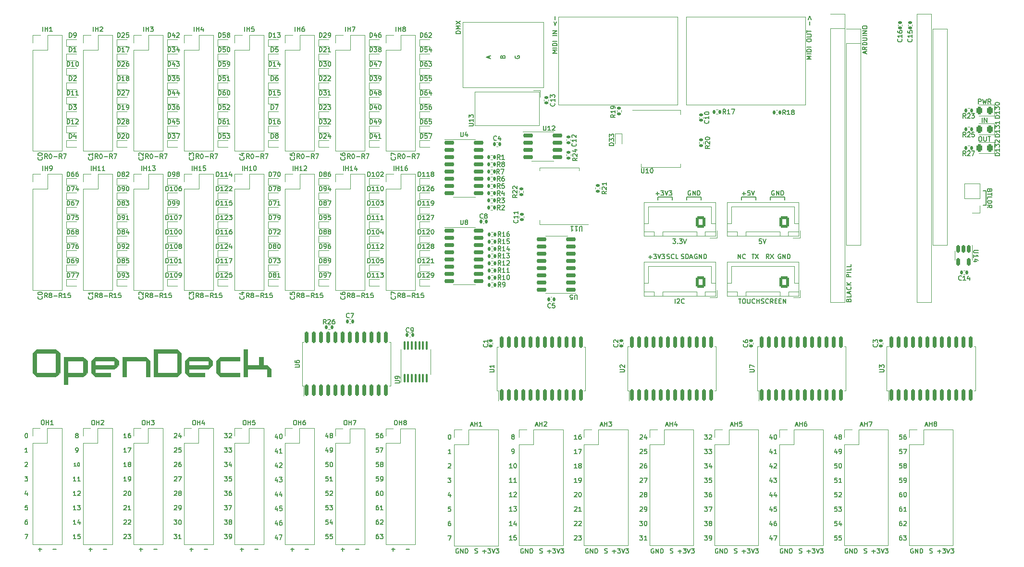
<source format=gto>
G04 #@! TF.GenerationSoftware,KiCad,Pcbnew,6.0.4*
G04 #@! TF.CreationDate,2022-06-03T16:07:39+02:00*
G04 #@! TF.ProjectId,OpenDeck-r3.0.1,4f70656e-4465-4636-9b2d-72332e302e31,rev?*
G04 #@! TF.SameCoordinates,Original*
G04 #@! TF.FileFunction,Legend,Top*
G04 #@! TF.FilePolarity,Positive*
%FSLAX46Y46*%
G04 Gerber Fmt 4.6, Leading zero omitted, Abs format (unit mm)*
G04 Created by KiCad (PCBNEW 6.0.4) date 2022-06-03 16:07:39*
%MOMM*%
%LPD*%
G01*
G04 APERTURE LIST*
G04 Aperture macros list*
%AMRoundRect*
0 Rectangle with rounded corners*
0 $1 Rounding radius*
0 $2 $3 $4 $5 $6 $7 $8 $9 X,Y pos of 4 corners*
0 Add a 4 corners polygon primitive as box body*
4,1,4,$2,$3,$4,$5,$6,$7,$8,$9,$2,$3,0*
0 Add four circle primitives for the rounded corners*
1,1,$1+$1,$2,$3*
1,1,$1+$1,$4,$5*
1,1,$1+$1,$6,$7*
1,1,$1+$1,$8,$9*
0 Add four rect primitives between the rounded corners*
20,1,$1+$1,$2,$3,$4,$5,0*
20,1,$1+$1,$4,$5,$6,$7,0*
20,1,$1+$1,$6,$7,$8,$9,0*
20,1,$1+$1,$8,$9,$2,$3,0*%
G04 Aperture macros list end*
%ADD10C,0.150000*%
%ADD11C,0.040000*%
%ADD12C,0.120000*%
%ADD13R,0.600000X0.700000*%
%ADD14R,1.700000X1.700000*%
%ADD15O,1.700000X1.700000*%
%ADD16RoundRect,0.243750X0.243750X0.456250X-0.243750X0.456250X-0.243750X-0.456250X0.243750X-0.456250X0*%
%ADD17RoundRect,0.135000X-0.135000X-0.185000X0.135000X-0.185000X0.135000X0.185000X-0.135000X0.185000X0*%
%ADD18C,5.600000*%
%ADD19RoundRect,0.135000X-0.185000X0.135000X-0.185000X-0.135000X0.185000X-0.135000X0.185000X0.135000X0*%
%ADD20RoundRect,0.250000X0.600000X0.725000X-0.600000X0.725000X-0.600000X-0.725000X0.600000X-0.725000X0*%
%ADD21O,1.700000X1.950000*%
%ADD22C,2.300000*%
%ADD23RoundRect,0.140000X0.170000X-0.140000X0.170000X0.140000X-0.170000X0.140000X-0.170000X-0.140000X0*%
%ADD24R,1.600000X1.600000*%
%ADD25O,1.600000X1.600000*%
%ADD26RoundRect,0.150000X-0.725000X-0.150000X0.725000X-0.150000X0.725000X0.150000X-0.725000X0.150000X0*%
%ADD27RoundRect,0.140000X0.140000X0.170000X-0.140000X0.170000X-0.140000X-0.170000X0.140000X-0.170000X0*%
%ADD28R,1.750000X2.250000*%
%ADD29O,1.750000X2.250000*%
%ADD30R,1.520000X1.780000*%
%ADD31R,1.520000X1.750000*%
%ADD32RoundRect,0.140000X-0.170000X0.140000X-0.170000X-0.140000X0.170000X-0.140000X0.170000X0.140000X0*%
%ADD33RoundRect,0.150000X-0.150000X0.512500X-0.150000X-0.512500X0.150000X-0.512500X0.150000X0.512500X0*%
%ADD34R,0.700000X0.600000*%
%ADD35RoundRect,0.100000X0.100000X-0.637500X0.100000X0.637500X-0.100000X0.637500X-0.100000X-0.637500X0*%
%ADD36RoundRect,0.150000X0.150000X-0.875000X0.150000X0.875000X-0.150000X0.875000X-0.150000X-0.875000X0*%
%ADD37RoundRect,0.135000X0.185000X-0.135000X0.185000X0.135000X-0.185000X0.135000X-0.185000X-0.135000X0*%
%ADD38RoundRect,0.150000X0.725000X0.150000X-0.725000X0.150000X-0.725000X-0.150000X0.725000X-0.150000X0*%
%ADD39C,1.778000*%
%ADD40R,1.800000X1.800000*%
%ADD41C,1.800000*%
%ADD42RoundRect,0.135000X0.135000X0.185000X-0.135000X0.185000X-0.135000X-0.185000X0.135000X-0.185000X0*%
%ADD43RoundRect,0.140000X-0.140000X-0.170000X0.140000X-0.170000X0.140000X0.170000X-0.140000X0.170000X0*%
G04 APERTURE END LIST*
D10*
X258699000Y-57374000D02*
X258699000Y-59914000D01*
X205994000Y-58420000D02*
X208534000Y-58420000D01*
X205994000Y-58928000D02*
X205994000Y-58420000D01*
X258191000Y-57374000D02*
X258699000Y-57374000D01*
D11*
G36*
X116200520Y-85291083D02*
G01*
X116889300Y-85979000D01*
X116889300Y-89418584D01*
X116200520Y-90106500D01*
X112067782Y-90106500D01*
X112067782Y-89418583D01*
X112756616Y-89418583D01*
X116200520Y-89418583D01*
X116200520Y-85979000D01*
X112756616Y-85979000D01*
X112756616Y-89418583D01*
X112067782Y-89418583D01*
X112067782Y-85291083D01*
X116200520Y-85291083D01*
G37*
X116200520Y-85291083D02*
X116889300Y-85979000D01*
X116889300Y-89418584D01*
X116200520Y-90106500D01*
X112067782Y-90106500D01*
X112067782Y-89418583D01*
X112756616Y-89418583D01*
X116200520Y-89418583D01*
X116200520Y-85979000D01*
X112756616Y-85979000D01*
X112756616Y-89418583D01*
X112067782Y-89418583D01*
X112067782Y-85291083D01*
X116200520Y-85291083D01*
D10*
X208534000Y-58420000D02*
X208534000Y-58928000D01*
X200914000Y-58928000D02*
X200914000Y-58420000D01*
X220726000Y-58928000D02*
X220726000Y-58420000D01*
X223266000Y-58420000D02*
X223266000Y-58928000D01*
X258699000Y-59914000D02*
X258191000Y-59914000D01*
X215646000Y-58928000D02*
X215646000Y-58420000D01*
D11*
G36*
X128598623Y-88042750D02*
G01*
X130665020Y-88042750D01*
X130665020Y-86666917D01*
X131353747Y-86666917D01*
X131353747Y-88042750D01*
X132042581Y-88042750D01*
X132731311Y-88730667D01*
X132731311Y-90106500D01*
X132042581Y-90106500D01*
X132042581Y-88730667D01*
X128598626Y-88730667D01*
X128598626Y-90106500D01*
X127909844Y-90106500D01*
X127909844Y-85291083D01*
X128598623Y-85291083D01*
X128598623Y-88042750D01*
G37*
X128598623Y-88042750D02*
X130665020Y-88042750D01*
X130665020Y-86666917D01*
X131353747Y-86666917D01*
X131353747Y-88042750D01*
X132042581Y-88042750D01*
X132731311Y-88730667D01*
X132731311Y-90106500D01*
X132042581Y-90106500D01*
X132042581Y-88730667D01*
X128598626Y-88730667D01*
X128598626Y-90106500D01*
X127909844Y-90106500D01*
X127909844Y-85291083D01*
X128598623Y-85291083D01*
X128598623Y-88042750D01*
G36*
X111379000Y-87354833D02*
G01*
X111379000Y-90106500D01*
X110690222Y-90106500D01*
X110690222Y-87354833D01*
X107246318Y-87354833D01*
X107246318Y-90106500D01*
X106557537Y-90106500D01*
X106557537Y-86666917D01*
X110690222Y-86666917D01*
X111379000Y-87354833D01*
G37*
X111379000Y-87354833D02*
X111379000Y-90106500D01*
X110690222Y-90106500D01*
X110690222Y-87354833D01*
X107246318Y-87354833D01*
X107246318Y-90106500D01*
X106557537Y-90106500D01*
X106557537Y-86666917D01*
X110690222Y-86666917D01*
X111379000Y-87354833D01*
D10*
X215646000Y-58420000D02*
X218186000Y-58420000D01*
X203454000Y-58420000D02*
X203454000Y-58928000D01*
D11*
G36*
X127221063Y-87354833D02*
G01*
X123777160Y-87354833D01*
X123777160Y-89418583D01*
X127221063Y-89418583D01*
X127221063Y-90106500D01*
X123777160Y-90106500D01*
X123088381Y-89418583D01*
X123088381Y-87354833D01*
X123777160Y-86666916D01*
X127221063Y-86666916D01*
X127221063Y-87354833D01*
G37*
X127221063Y-87354833D02*
X123777160Y-87354833D01*
X123777160Y-89418583D01*
X127221063Y-89418583D01*
X127221063Y-90106500D01*
X123777160Y-90106500D01*
X123088381Y-89418583D01*
X123088381Y-87354833D01*
X123777160Y-86666916D01*
X127221063Y-86666916D01*
X127221063Y-87354833D01*
G36*
X101736021Y-86666916D02*
G01*
X105179977Y-86666916D01*
X105868707Y-87354833D01*
X105868707Y-88042750D01*
X105179977Y-88730666D01*
X101736021Y-88730666D01*
X101736021Y-89418583D01*
X104491145Y-89418583D01*
X104491145Y-90106500D01*
X101736021Y-90106500D01*
X101047240Y-89418583D01*
X101047240Y-88042750D01*
X101736021Y-88042750D01*
X105179977Y-88042750D01*
X105179977Y-87354833D01*
X101736021Y-87354833D01*
X101736021Y-88042750D01*
X101047240Y-88042750D01*
X101047240Y-87354833D01*
X101736021Y-86666916D01*
G37*
X101736021Y-86666916D02*
X105179977Y-86666916D01*
X105868707Y-87354833D01*
X105868707Y-88042750D01*
X105179977Y-88730666D01*
X101736021Y-88730666D01*
X101736021Y-89418583D01*
X104491145Y-89418583D01*
X104491145Y-90106500D01*
X101736021Y-90106500D01*
X101047240Y-89418583D01*
X101047240Y-88042750D01*
X101736021Y-88042750D01*
X105179977Y-88042750D01*
X105179977Y-87354833D01*
X101736021Y-87354833D01*
X101736021Y-88042750D01*
X101047240Y-88042750D01*
X101047240Y-87354833D01*
X101736021Y-86666916D01*
D10*
X220726000Y-58420000D02*
X223266000Y-58420000D01*
D11*
G36*
X91404259Y-85291083D02*
G01*
X94848215Y-85291083D01*
X95536943Y-85979000D01*
X95536943Y-89418583D01*
X94848215Y-90106500D01*
X91404259Y-90106500D01*
X90715478Y-89418583D01*
X91404259Y-89418583D01*
X94848215Y-89418583D01*
X94848215Y-85979000D01*
X91404259Y-85979000D01*
X91404259Y-89418583D01*
X90715478Y-89418583D01*
X90715478Y-85979000D01*
X91404259Y-85291083D01*
G37*
X91404259Y-85291083D02*
X94848215Y-85291083D01*
X95536943Y-85979000D01*
X95536943Y-89418583D01*
X94848215Y-90106500D01*
X91404259Y-90106500D01*
X90715478Y-89418583D01*
X91404259Y-89418583D01*
X94848215Y-89418583D01*
X94848215Y-85979000D01*
X91404259Y-85979000D01*
X91404259Y-89418583D01*
X90715478Y-89418583D01*
X90715478Y-85979000D01*
X91404259Y-85291083D01*
D10*
X218186000Y-58420000D02*
X218186000Y-58928000D01*
X200914000Y-58420000D02*
X203454000Y-58420000D01*
D11*
G36*
X99669679Y-86666917D02*
G01*
X100358460Y-87354833D01*
X100358460Y-89418583D01*
X99669679Y-90106500D01*
X96914557Y-90106500D01*
X96914557Y-91482333D01*
X96225776Y-91482333D01*
X96225776Y-89418583D01*
X96914557Y-89418583D01*
X99669679Y-89418583D01*
X99669679Y-87354833D01*
X96914557Y-87354833D01*
X96914557Y-89418583D01*
X96225776Y-89418583D01*
X96225776Y-86666917D01*
X99669679Y-86666917D01*
G37*
X99669679Y-86666917D02*
X100358460Y-87354833D01*
X100358460Y-89418583D01*
X99669679Y-90106500D01*
X96914557Y-90106500D01*
X96914557Y-91482333D01*
X96225776Y-91482333D01*
X96225776Y-89418583D01*
X96914557Y-89418583D01*
X99669679Y-89418583D01*
X99669679Y-87354833D01*
X96914557Y-87354833D01*
X96914557Y-89418583D01*
X96225776Y-89418583D01*
X96225776Y-86666917D01*
X99669679Y-86666917D01*
G36*
X118266864Y-86666916D02*
G01*
X121710818Y-86666916D01*
X122399545Y-87354833D01*
X122399545Y-88042750D01*
X121710818Y-88730666D01*
X118266864Y-88730666D01*
X118266864Y-89418583D01*
X121021984Y-89418583D01*
X121021984Y-90106500D01*
X118266864Y-90106500D01*
X117578082Y-89418583D01*
X117578082Y-88042750D01*
X118266864Y-88042750D01*
X121710818Y-88042750D01*
X121710818Y-87354833D01*
X118266864Y-87354833D01*
X118266864Y-88042750D01*
X117578082Y-88042750D01*
X117578082Y-87354833D01*
X118266864Y-86666916D01*
G37*
X118266864Y-86666916D02*
X121710818Y-86666916D01*
X122399545Y-87354833D01*
X122399545Y-88042750D01*
X121710818Y-88730666D01*
X118266864Y-88730666D01*
X118266864Y-89418583D01*
X121021984Y-89418583D01*
X121021984Y-90106500D01*
X118266864Y-90106500D01*
X117578082Y-89418583D01*
X117578082Y-88042750D01*
X118266864Y-88042750D01*
X121710818Y-88042750D01*
X121710818Y-87354833D01*
X118266864Y-87354833D01*
X118266864Y-88042750D01*
X117578082Y-88042750D01*
X117578082Y-87354833D01*
X118266864Y-86666916D01*
D10*
X92360714Y-75952333D02*
X92398809Y-75990428D01*
X92436904Y-76104714D01*
X92436904Y-76180904D01*
X92398809Y-76295190D01*
X92322619Y-76371380D01*
X92246428Y-76409476D01*
X92094047Y-76447571D01*
X91979761Y-76447571D01*
X91827380Y-76409476D01*
X91751190Y-76371380D01*
X91675000Y-76295190D01*
X91636904Y-76180904D01*
X91636904Y-76104714D01*
X91675000Y-75990428D01*
X91713095Y-75952333D01*
X91636904Y-75457095D02*
X91636904Y-75380904D01*
X91675000Y-75304714D01*
X91713095Y-75266619D01*
X91789285Y-75228523D01*
X91941666Y-75190428D01*
X92132142Y-75190428D01*
X92284523Y-75228523D01*
X92360714Y-75266619D01*
X92398809Y-75304714D01*
X92436904Y-75380904D01*
X92436904Y-75457095D01*
X92398809Y-75533285D01*
X92360714Y-75571380D01*
X92284523Y-75609476D01*
X92132142Y-75647571D01*
X91941666Y-75647571D01*
X91789285Y-75609476D01*
X91713095Y-75571380D01*
X91675000Y-75533285D01*
X91636904Y-75457095D01*
X221000428Y-105668571D02*
X221000428Y-106201904D01*
X220809952Y-105363809D02*
X220619476Y-105935238D01*
X221114714Y-105935238D01*
X221381380Y-105478095D02*
X221419476Y-105440000D01*
X221495666Y-105401904D01*
X221686142Y-105401904D01*
X221762333Y-105440000D01*
X221800428Y-105478095D01*
X221838523Y-105554285D01*
X221838523Y-105630476D01*
X221800428Y-105744761D01*
X221343285Y-106201904D01*
X221838523Y-106201904D01*
X232430428Y-100588571D02*
X232430428Y-101121904D01*
X232239952Y-100283809D02*
X232049476Y-100855238D01*
X232544714Y-100855238D01*
X232963761Y-100664761D02*
X232887571Y-100626666D01*
X232849476Y-100588571D01*
X232811380Y-100512380D01*
X232811380Y-100474285D01*
X232849476Y-100398095D01*
X232887571Y-100360000D01*
X232963761Y-100321904D01*
X233116142Y-100321904D01*
X233192333Y-100360000D01*
X233230428Y-100398095D01*
X233268523Y-100474285D01*
X233268523Y-100512380D01*
X233230428Y-100588571D01*
X233192333Y-100626666D01*
X233116142Y-100664761D01*
X232963761Y-100664761D01*
X232887571Y-100702857D01*
X232849476Y-100740952D01*
X232811380Y-100817142D01*
X232811380Y-100969523D01*
X232849476Y-101045714D01*
X232887571Y-101083809D01*
X232963761Y-101121904D01*
X233116142Y-101121904D01*
X233192333Y-101083809D01*
X233230428Y-101045714D01*
X233268523Y-100969523D01*
X233268523Y-100817142D01*
X233230428Y-100740952D01*
X233192333Y-100702857D01*
X233116142Y-100664761D01*
X175305809Y-100649761D02*
X175229619Y-100611666D01*
X175191523Y-100573571D01*
X175153428Y-100497380D01*
X175153428Y-100459285D01*
X175191523Y-100383095D01*
X175229619Y-100345000D01*
X175305809Y-100306904D01*
X175458190Y-100306904D01*
X175534380Y-100345000D01*
X175572476Y-100383095D01*
X175610571Y-100459285D01*
X175610571Y-100497380D01*
X175572476Y-100573571D01*
X175534380Y-100611666D01*
X175458190Y-100649761D01*
X175305809Y-100649761D01*
X175229619Y-100687857D01*
X175191523Y-100725952D01*
X175153428Y-100802142D01*
X175153428Y-100954523D01*
X175191523Y-101030714D01*
X175229619Y-101068809D01*
X175305809Y-101106904D01*
X175458190Y-101106904D01*
X175534380Y-101068809D01*
X175572476Y-101030714D01*
X175610571Y-100954523D01*
X175610571Y-100802142D01*
X175572476Y-100725952D01*
X175534380Y-100687857D01*
X175458190Y-100649761D01*
X100625834Y-120527058D02*
X101235357Y-120527058D01*
X100930596Y-120831820D02*
X100930596Y-120222296D01*
X207797476Y-68561000D02*
X207721285Y-68522904D01*
X207607000Y-68522904D01*
X207492714Y-68561000D01*
X207416523Y-68637190D01*
X207378428Y-68713380D01*
X207340333Y-68865761D01*
X207340333Y-68980047D01*
X207378428Y-69132428D01*
X207416523Y-69208619D01*
X207492714Y-69284809D01*
X207607000Y-69322904D01*
X207683190Y-69322904D01*
X207797476Y-69284809D01*
X207835571Y-69246714D01*
X207835571Y-68980047D01*
X207683190Y-68980047D01*
X208178428Y-69322904D02*
X208178428Y-68522904D01*
X208635571Y-69322904D01*
X208635571Y-68522904D01*
X209016523Y-69322904D02*
X209016523Y-68522904D01*
X209207000Y-68522904D01*
X209321285Y-68561000D01*
X209397476Y-68637190D01*
X209435571Y-68713380D01*
X209473666Y-68865761D01*
X209473666Y-68980047D01*
X209435571Y-69132428D01*
X209397476Y-69208619D01*
X209321285Y-69284809D01*
X209207000Y-69322904D01*
X209016523Y-69322904D01*
X151667119Y-107712820D02*
X151286167Y-107712820D01*
X151248072Y-108093773D01*
X151286167Y-108055677D01*
X151362357Y-108017582D01*
X151552834Y-108017582D01*
X151629024Y-108055677D01*
X151667119Y-108093773D01*
X151705215Y-108169963D01*
X151705215Y-108360439D01*
X151667119Y-108436630D01*
X151629024Y-108474725D01*
X151552834Y-108512820D01*
X151362357Y-108512820D01*
X151286167Y-108474725D01*
X151248072Y-108436630D01*
X152086167Y-108512820D02*
X152238548Y-108512820D01*
X152314738Y-108474725D01*
X152352834Y-108436630D01*
X152429024Y-108322344D01*
X152467119Y-108169963D01*
X152467119Y-107865201D01*
X152429024Y-107789011D01*
X152390929Y-107750916D01*
X152314738Y-107712820D01*
X152162357Y-107712820D01*
X152086167Y-107750916D01*
X152048072Y-107789011D01*
X152009976Y-107865201D01*
X152009976Y-108055677D01*
X152048072Y-108131868D01*
X152086167Y-108169963D01*
X152162357Y-108208058D01*
X152314738Y-108208058D01*
X152390929Y-108169963D01*
X152429024Y-108131868D01*
X152467119Y-108055677D01*
X145700714Y-75952333D02*
X145738809Y-75990428D01*
X145776904Y-76104714D01*
X145776904Y-76180904D01*
X145738809Y-76295190D01*
X145662619Y-76371380D01*
X145586428Y-76409476D01*
X145434047Y-76447571D01*
X145319761Y-76447571D01*
X145167380Y-76409476D01*
X145091190Y-76371380D01*
X145015000Y-76295190D01*
X144976904Y-76180904D01*
X144976904Y-76104714D01*
X145015000Y-75990428D01*
X145053095Y-75952333D01*
X144976904Y-75266619D02*
X144976904Y-75419000D01*
X145015000Y-75495190D01*
X145053095Y-75533285D01*
X145167380Y-75609476D01*
X145319761Y-75647571D01*
X145624523Y-75647571D01*
X145700714Y-75609476D01*
X145738809Y-75571380D01*
X145776904Y-75495190D01*
X145776904Y-75342809D01*
X145738809Y-75266619D01*
X145700714Y-75228523D01*
X145624523Y-75190428D01*
X145434047Y-75190428D01*
X145357857Y-75228523D01*
X145319761Y-75266619D01*
X145281666Y-75342809D01*
X145281666Y-75495190D01*
X145319761Y-75571380D01*
X145357857Y-75609476D01*
X145434047Y-75647571D01*
X222905476Y-120426000D02*
X222829285Y-120387904D01*
X222715000Y-120387904D01*
X222600714Y-120426000D01*
X222524523Y-120502190D01*
X222486428Y-120578380D01*
X222448333Y-120730761D01*
X222448333Y-120845047D01*
X222486428Y-120997428D01*
X222524523Y-121073619D01*
X222600714Y-121149809D01*
X222715000Y-121187904D01*
X222791190Y-121187904D01*
X222905476Y-121149809D01*
X222943571Y-121111714D01*
X222943571Y-120845047D01*
X222791190Y-120845047D01*
X223286428Y-121187904D02*
X223286428Y-120387904D01*
X223743571Y-121187904D01*
X223743571Y-120387904D01*
X224124523Y-121187904D02*
X224124523Y-120387904D01*
X224315000Y-120387904D01*
X224429285Y-120426000D01*
X224505476Y-120502190D01*
X224543571Y-120578380D01*
X224581666Y-120730761D01*
X224581666Y-120845047D01*
X224543571Y-120997428D01*
X224505476Y-121073619D01*
X224429285Y-121149809D01*
X224315000Y-121187904D01*
X224124523Y-121187904D01*
X142777119Y-105172820D02*
X142396167Y-105172820D01*
X142358072Y-105553773D01*
X142396167Y-105515677D01*
X142472357Y-105477582D01*
X142662834Y-105477582D01*
X142739024Y-105515677D01*
X142777119Y-105553773D01*
X142815215Y-105629963D01*
X142815215Y-105820439D01*
X142777119Y-105896630D01*
X142739024Y-105934725D01*
X142662834Y-105972820D01*
X142472357Y-105972820D01*
X142396167Y-105934725D01*
X142358072Y-105896630D01*
X143310453Y-105172820D02*
X143386643Y-105172820D01*
X143462834Y-105210916D01*
X143500929Y-105249011D01*
X143539024Y-105325201D01*
X143577119Y-105477582D01*
X143577119Y-105668058D01*
X143539024Y-105820439D01*
X143500929Y-105896630D01*
X143462834Y-105934725D01*
X143386643Y-105972820D01*
X143310453Y-105972820D01*
X143234262Y-105934725D01*
X143196167Y-105896630D01*
X143158072Y-105820439D01*
X143119976Y-105668058D01*
X143119976Y-105477582D01*
X143158072Y-105325201D01*
X143196167Y-105249011D01*
X143234262Y-105210916D01*
X143310453Y-105172820D01*
X94275834Y-120527058D02*
X94885357Y-120527058D01*
X145075834Y-120527058D02*
X145685357Y-120527058D01*
X145380596Y-120831820D02*
X145380596Y-120222296D01*
X120002523Y-76180904D02*
X119735857Y-75799952D01*
X119545380Y-76180904D02*
X119545380Y-75380904D01*
X119850142Y-75380904D01*
X119926333Y-75419000D01*
X119964428Y-75457095D01*
X120002523Y-75533285D01*
X120002523Y-75647571D01*
X119964428Y-75723761D01*
X119926333Y-75761857D01*
X119850142Y-75799952D01*
X119545380Y-75799952D01*
X120459666Y-75723761D02*
X120383476Y-75685666D01*
X120345380Y-75647571D01*
X120307285Y-75571380D01*
X120307285Y-75533285D01*
X120345380Y-75457095D01*
X120383476Y-75419000D01*
X120459666Y-75380904D01*
X120612047Y-75380904D01*
X120688238Y-75419000D01*
X120726333Y-75457095D01*
X120764428Y-75533285D01*
X120764428Y-75571380D01*
X120726333Y-75647571D01*
X120688238Y-75685666D01*
X120612047Y-75723761D01*
X120459666Y-75723761D01*
X120383476Y-75761857D01*
X120345380Y-75799952D01*
X120307285Y-75876142D01*
X120307285Y-76028523D01*
X120345380Y-76104714D01*
X120383476Y-76142809D01*
X120459666Y-76180904D01*
X120612047Y-76180904D01*
X120688238Y-76142809D01*
X120726333Y-76104714D01*
X120764428Y-76028523D01*
X120764428Y-75876142D01*
X120726333Y-75799952D01*
X120688238Y-75761857D01*
X120612047Y-75723761D01*
X121107285Y-75876142D02*
X121716809Y-75876142D01*
X122554904Y-76180904D02*
X122288238Y-75799952D01*
X122097761Y-76180904D02*
X122097761Y-75380904D01*
X122402523Y-75380904D01*
X122478714Y-75419000D01*
X122516809Y-75457095D01*
X122554904Y-75533285D01*
X122554904Y-75647571D01*
X122516809Y-75723761D01*
X122478714Y-75761857D01*
X122402523Y-75799952D01*
X122097761Y-75799952D01*
X123316809Y-76180904D02*
X122859666Y-76180904D01*
X123088238Y-76180904D02*
X123088238Y-75380904D01*
X123012047Y-75495190D01*
X122935857Y-75571380D01*
X122859666Y-75609476D01*
X124040619Y-75380904D02*
X123659666Y-75380904D01*
X123621571Y-75761857D01*
X123659666Y-75723761D01*
X123735857Y-75685666D01*
X123926333Y-75685666D01*
X124002523Y-75723761D01*
X124040619Y-75761857D01*
X124078714Y-75838047D01*
X124078714Y-76028523D01*
X124040619Y-76104714D01*
X124002523Y-76142809D01*
X123926333Y-76180904D01*
X123735857Y-76180904D01*
X123659666Y-76142809D01*
X123621571Y-76104714D01*
X103165834Y-120527058D02*
X103775357Y-120527058D01*
X243860428Y-113021904D02*
X243708047Y-113021904D01*
X243631857Y-113060000D01*
X243593761Y-113098095D01*
X243517571Y-113212380D01*
X243479476Y-113364761D01*
X243479476Y-113669523D01*
X243517571Y-113745714D01*
X243555666Y-113783809D01*
X243631857Y-113821904D01*
X243784238Y-113821904D01*
X243860428Y-113783809D01*
X243898523Y-113745714D01*
X243936619Y-113669523D01*
X243936619Y-113479047D01*
X243898523Y-113402857D01*
X243860428Y-113364761D01*
X243784238Y-113326666D01*
X243631857Y-113326666D01*
X243555666Y-113364761D01*
X243517571Y-113402857D01*
X243479476Y-113479047D01*
X244698523Y-113821904D02*
X244241380Y-113821904D01*
X244469952Y-113821904D02*
X244469952Y-113021904D01*
X244393761Y-113136190D01*
X244317571Y-113212380D01*
X244241380Y-113250476D01*
X232468523Y-118101904D02*
X232087571Y-118101904D01*
X232049476Y-118482857D01*
X232087571Y-118444761D01*
X232163761Y-118406666D01*
X232354238Y-118406666D01*
X232430428Y-118444761D01*
X232468523Y-118482857D01*
X232506619Y-118559047D01*
X232506619Y-118749523D01*
X232468523Y-118825714D01*
X232430428Y-118863809D01*
X232354238Y-118901904D01*
X232163761Y-118901904D01*
X232087571Y-118863809D01*
X232049476Y-118825714D01*
X233230428Y-118101904D02*
X232849476Y-118101904D01*
X232811380Y-118482857D01*
X232849476Y-118444761D01*
X232925666Y-118406666D01*
X233116142Y-118406666D01*
X233192333Y-118444761D01*
X233230428Y-118482857D01*
X233268523Y-118559047D01*
X233268523Y-118749523D01*
X233230428Y-118825714D01*
X233192333Y-118863809D01*
X233116142Y-118901904D01*
X232925666Y-118901904D01*
X232849476Y-118863809D01*
X232811380Y-118825714D01*
X151667119Y-105172820D02*
X151286167Y-105172820D01*
X151248072Y-105553773D01*
X151286167Y-105515677D01*
X151362357Y-105477582D01*
X151552834Y-105477582D01*
X151629024Y-105515677D01*
X151667119Y-105553773D01*
X151705215Y-105629963D01*
X151705215Y-105820439D01*
X151667119Y-105896630D01*
X151629024Y-105934725D01*
X151552834Y-105972820D01*
X151362357Y-105972820D01*
X151286167Y-105934725D01*
X151248072Y-105896630D01*
X152162357Y-105515677D02*
X152086167Y-105477582D01*
X152048072Y-105439487D01*
X152009976Y-105363296D01*
X152009976Y-105325201D01*
X152048072Y-105249011D01*
X152086167Y-105210916D01*
X152162357Y-105172820D01*
X152314738Y-105172820D01*
X152390929Y-105210916D01*
X152429024Y-105249011D01*
X152467119Y-105325201D01*
X152467119Y-105363296D01*
X152429024Y-105439487D01*
X152390929Y-105477582D01*
X152314738Y-105515677D01*
X152162357Y-105515677D01*
X152086167Y-105553773D01*
X152048072Y-105591868D01*
X152009976Y-105668058D01*
X152009976Y-105820439D01*
X152048072Y-105896630D01*
X152086167Y-105934725D01*
X152162357Y-105972820D01*
X152314738Y-105972820D01*
X152390929Y-105934725D01*
X152429024Y-105896630D01*
X152467119Y-105820439D01*
X152467119Y-105668058D01*
X152429024Y-105591868D01*
X152390929Y-105553773D01*
X152314738Y-105515677D01*
X106803072Y-115409011D02*
X106841167Y-115370916D01*
X106917357Y-115332820D01*
X107107834Y-115332820D01*
X107184024Y-115370916D01*
X107222119Y-115409011D01*
X107260215Y-115485201D01*
X107260215Y-115561392D01*
X107222119Y-115675677D01*
X106764976Y-116132820D01*
X107260215Y-116132820D01*
X107564976Y-115409011D02*
X107603072Y-115370916D01*
X107679262Y-115332820D01*
X107869738Y-115332820D01*
X107945929Y-115370916D01*
X107984024Y-115409011D01*
X108022119Y-115485201D01*
X108022119Y-115561392D01*
X107984024Y-115675677D01*
X107526881Y-116132820D01*
X108022119Y-116132820D01*
X133849024Y-118266487D02*
X133849024Y-118799820D01*
X133658548Y-117961725D02*
X133468072Y-118533154D01*
X133963310Y-118533154D01*
X134191881Y-117999820D02*
X134725215Y-117999820D01*
X134382357Y-118799820D01*
X221000427Y-103128571D02*
X221000427Y-103661904D01*
X220809951Y-102823809D02*
X220619475Y-103395238D01*
X221114713Y-103395238D01*
X221838522Y-103661904D02*
X221381379Y-103661904D01*
X221609951Y-103661904D02*
X221609951Y-102861904D01*
X221533760Y-102976190D01*
X221457570Y-103052380D01*
X221381379Y-103090476D01*
X106803072Y-110329011D02*
X106841167Y-110290916D01*
X106917357Y-110252820D01*
X107107834Y-110252820D01*
X107184024Y-110290916D01*
X107222119Y-110329011D01*
X107260215Y-110405201D01*
X107260215Y-110481392D01*
X107222119Y-110595677D01*
X106764976Y-111052820D01*
X107260215Y-111052820D01*
X107755453Y-110252820D02*
X107831643Y-110252820D01*
X107907834Y-110290916D01*
X107945929Y-110329011D01*
X107984024Y-110405201D01*
X108022119Y-110557582D01*
X108022119Y-110748058D01*
X107984024Y-110900439D01*
X107945929Y-110976630D01*
X107907834Y-111014725D01*
X107831643Y-111052820D01*
X107755453Y-111052820D01*
X107679262Y-111014725D01*
X107641167Y-110976630D01*
X107603072Y-110900439D01*
X107564976Y-110748058D01*
X107564976Y-110557582D01*
X107603072Y-110405201D01*
X107641167Y-110329011D01*
X107679262Y-110290916D01*
X107755453Y-110252820D01*
X209151380Y-113021904D02*
X209646619Y-113021904D01*
X209379952Y-113326666D01*
X209494238Y-113326666D01*
X209570428Y-113364761D01*
X209608523Y-113402857D01*
X209646619Y-113479047D01*
X209646619Y-113669523D01*
X209608523Y-113745714D01*
X209570428Y-113783809D01*
X209494238Y-113821904D01*
X209265666Y-113821904D01*
X209189476Y-113783809D01*
X209151380Y-113745714D01*
X209913285Y-113021904D02*
X210446619Y-113021904D01*
X210103761Y-113821904D01*
X181465476Y-120883142D02*
X182075000Y-120883142D01*
X181770238Y-121187904D02*
X181770238Y-120578380D01*
X182379761Y-120387904D02*
X182875000Y-120387904D01*
X182608333Y-120692666D01*
X182722619Y-120692666D01*
X182798809Y-120730761D01*
X182836904Y-120768857D01*
X182875000Y-120845047D01*
X182875000Y-121035523D01*
X182836904Y-121111714D01*
X182798809Y-121149809D01*
X182722619Y-121187904D01*
X182494047Y-121187904D01*
X182417857Y-121149809D01*
X182379761Y-121111714D01*
X183103571Y-120387904D02*
X183370238Y-121187904D01*
X183636904Y-120387904D01*
X183827380Y-120387904D02*
X184322619Y-120387904D01*
X184055952Y-120692666D01*
X184170238Y-120692666D01*
X184246428Y-120730761D01*
X184284523Y-120768857D01*
X184322619Y-120845047D01*
X184322619Y-121035523D01*
X184284523Y-121111714D01*
X184246428Y-121149809D01*
X184170238Y-121187904D01*
X183941666Y-121187904D01*
X183865476Y-121149809D01*
X183827380Y-121111714D01*
X197721380Y-115561904D02*
X198216619Y-115561904D01*
X197949952Y-115866666D01*
X198064238Y-115866666D01*
X198140428Y-115904761D01*
X198178523Y-115942857D01*
X198216619Y-116019047D01*
X198216619Y-116209523D01*
X198178523Y-116285714D01*
X198140428Y-116323809D01*
X198064238Y-116361904D01*
X197835666Y-116361904D01*
X197759476Y-116323809D01*
X197721380Y-116285714D01*
X198711857Y-115561904D02*
X198788047Y-115561904D01*
X198864238Y-115600000D01*
X198902333Y-115638095D01*
X198940428Y-115714285D01*
X198978523Y-115866666D01*
X198978523Y-116057142D01*
X198940428Y-116209523D01*
X198902333Y-116285714D01*
X198864238Y-116323809D01*
X198788047Y-116361904D01*
X198711857Y-116361904D01*
X198635666Y-116323809D01*
X198597571Y-116285714D01*
X198559476Y-116209523D01*
X198521380Y-116057142D01*
X198521380Y-115866666D01*
X198559476Y-115714285D01*
X198597571Y-115638095D01*
X198635666Y-115600000D01*
X198711857Y-115561904D01*
X175229619Y-108726904D02*
X174772476Y-108726904D01*
X175001047Y-108726904D02*
X175001047Y-107926904D01*
X174924857Y-108041190D01*
X174848666Y-108117380D01*
X174772476Y-108155476D01*
X175991523Y-108726904D02*
X175534380Y-108726904D01*
X175762952Y-108726904D02*
X175762952Y-107926904D01*
X175686761Y-108041190D01*
X175610571Y-108117380D01*
X175534380Y-108155476D01*
X151629024Y-117872820D02*
X151476643Y-117872820D01*
X151400453Y-117910916D01*
X151362357Y-117949011D01*
X151286167Y-118063296D01*
X151248072Y-118215677D01*
X151248072Y-118520439D01*
X151286167Y-118596630D01*
X151324262Y-118634725D01*
X151400453Y-118672820D01*
X151552834Y-118672820D01*
X151629024Y-118634725D01*
X151667119Y-118596630D01*
X151705215Y-118520439D01*
X151705215Y-118329963D01*
X151667119Y-118253773D01*
X151629024Y-118215677D01*
X151552834Y-118177582D01*
X151400453Y-118177582D01*
X151324262Y-118215677D01*
X151286167Y-118253773D01*
X151248072Y-118329963D01*
X151971881Y-117872820D02*
X152467119Y-117872820D01*
X152200453Y-118177582D01*
X152314738Y-118177582D01*
X152390929Y-118215677D01*
X152429024Y-118253773D01*
X152467119Y-118329963D01*
X152467119Y-118520439D01*
X152429024Y-118596630D01*
X152390929Y-118634725D01*
X152314738Y-118672820D01*
X152086167Y-118672820D01*
X152009976Y-118634725D01*
X151971881Y-118596630D01*
X107260215Y-100892820D02*
X106803072Y-100892820D01*
X107031643Y-100892820D02*
X107031643Y-100092820D01*
X106955453Y-100207106D01*
X106879262Y-100283296D01*
X106803072Y-100321392D01*
X107945929Y-100092820D02*
X107793548Y-100092820D01*
X107717357Y-100130916D01*
X107679262Y-100169011D01*
X107603072Y-100283296D01*
X107564976Y-100435677D01*
X107564976Y-100740439D01*
X107603072Y-100816630D01*
X107641167Y-100854725D01*
X107717357Y-100892820D01*
X107869738Y-100892820D01*
X107945929Y-100854725D01*
X107984024Y-100816630D01*
X108022119Y-100740439D01*
X108022119Y-100549963D01*
X107984024Y-100473773D01*
X107945929Y-100435677D01*
X107869738Y-100397582D01*
X107717357Y-100397582D01*
X107641167Y-100435677D01*
X107603072Y-100473773D01*
X107564976Y-100549963D01*
X127920714Y-75952333D02*
X127958809Y-75990428D01*
X127996904Y-76104714D01*
X127996904Y-76180904D01*
X127958809Y-76295190D01*
X127882619Y-76371380D01*
X127806428Y-76409476D01*
X127654047Y-76447571D01*
X127539761Y-76447571D01*
X127387380Y-76409476D01*
X127311190Y-76371380D01*
X127235000Y-76295190D01*
X127196904Y-76180904D01*
X127196904Y-76104714D01*
X127235000Y-75990428D01*
X127273095Y-75952333D01*
X127463571Y-75266619D02*
X127996904Y-75266619D01*
X127158809Y-75457095D02*
X127730238Y-75647571D01*
X127730238Y-75152333D01*
X133849024Y-115726487D02*
X133849024Y-116259820D01*
X133658548Y-115421725D02*
X133468072Y-115993154D01*
X133963310Y-115993154D01*
X134610929Y-115459820D02*
X134458548Y-115459820D01*
X134382357Y-115497916D01*
X134344262Y-115536011D01*
X134268072Y-115650296D01*
X134229976Y-115802677D01*
X134229976Y-116107439D01*
X134268072Y-116183630D01*
X134306167Y-116221725D01*
X134382357Y-116259820D01*
X134534738Y-116259820D01*
X134610929Y-116221725D01*
X134649024Y-116183630D01*
X134687119Y-116107439D01*
X134687119Y-115916963D01*
X134649024Y-115840773D01*
X134610929Y-115802677D01*
X134534738Y-115764582D01*
X134382357Y-115764582D01*
X134306167Y-115802677D01*
X134268072Y-115840773D01*
X134229976Y-115916963D01*
X209151380Y-107941904D02*
X209646619Y-107941904D01*
X209379952Y-108246666D01*
X209494238Y-108246666D01*
X209570428Y-108284761D01*
X209608523Y-108322857D01*
X209646619Y-108399047D01*
X209646619Y-108589523D01*
X209608523Y-108665714D01*
X209570428Y-108703809D01*
X209494238Y-108741904D01*
X209265666Y-108741904D01*
X209189476Y-108703809D01*
X209151380Y-108665714D01*
X210370428Y-107941904D02*
X209989476Y-107941904D01*
X209951380Y-108322857D01*
X209989476Y-108284761D01*
X210065666Y-108246666D01*
X210256142Y-108246666D01*
X210332333Y-108284761D01*
X210370428Y-108322857D01*
X210408523Y-108399047D01*
X210408523Y-108589523D01*
X210370428Y-108665714D01*
X210332333Y-108703809D01*
X210256142Y-108741904D01*
X210065666Y-108741904D01*
X209989476Y-108703809D01*
X209951380Y-108665714D01*
X245892476Y-120426000D02*
X245816285Y-120387904D01*
X245702000Y-120387904D01*
X245587714Y-120426000D01*
X245511523Y-120502190D01*
X245473428Y-120578380D01*
X245435333Y-120730761D01*
X245435333Y-120845047D01*
X245473428Y-120997428D01*
X245511523Y-121073619D01*
X245587714Y-121149809D01*
X245702000Y-121187904D01*
X245778190Y-121187904D01*
X245892476Y-121149809D01*
X245930571Y-121111714D01*
X245930571Y-120845047D01*
X245778190Y-120845047D01*
X246273428Y-121187904D02*
X246273428Y-120387904D01*
X246730571Y-121187904D01*
X246730571Y-120387904D01*
X247111523Y-121187904D02*
X247111523Y-120387904D01*
X247302000Y-120387904D01*
X247416285Y-120426000D01*
X247492476Y-120502190D01*
X247530571Y-120578380D01*
X247568666Y-120730761D01*
X247568666Y-120845047D01*
X247530571Y-120997428D01*
X247492476Y-121073619D01*
X247416285Y-121149809D01*
X247302000Y-121187904D01*
X247111523Y-121187904D01*
X151667119Y-100092820D02*
X151286167Y-100092820D01*
X151248072Y-100473773D01*
X151286167Y-100435677D01*
X151362357Y-100397582D01*
X151552834Y-100397582D01*
X151629024Y-100435677D01*
X151667119Y-100473773D01*
X151705215Y-100549963D01*
X151705215Y-100740439D01*
X151667119Y-100816630D01*
X151629024Y-100854725D01*
X151552834Y-100892820D01*
X151362357Y-100892820D01*
X151286167Y-100854725D01*
X151248072Y-100816630D01*
X152390929Y-100092820D02*
X152238548Y-100092820D01*
X152162357Y-100130916D01*
X152124262Y-100169011D01*
X152048072Y-100283296D01*
X152009976Y-100435677D01*
X152009976Y-100740439D01*
X152048072Y-100816630D01*
X152086167Y-100854725D01*
X152162357Y-100892820D01*
X152314738Y-100892820D01*
X152390929Y-100854725D01*
X152429024Y-100816630D01*
X152467119Y-100740439D01*
X152467119Y-100549963D01*
X152429024Y-100473773D01*
X152390929Y-100435677D01*
X152314738Y-100397582D01*
X152162357Y-100397582D01*
X152086167Y-100435677D01*
X152048072Y-100473773D01*
X152009976Y-100549963D01*
X163939333Y-107941904D02*
X164434571Y-107941904D01*
X164167904Y-108246666D01*
X164282190Y-108246666D01*
X164358380Y-108284761D01*
X164396476Y-108322857D01*
X164434571Y-108399047D01*
X164434571Y-108589523D01*
X164396476Y-108665714D01*
X164358380Y-108703809D01*
X164282190Y-108741904D01*
X164053619Y-108741904D01*
X163977428Y-108703809D01*
X163939333Y-108665714D01*
X111112476Y-51669904D02*
X110845809Y-51288952D01*
X110655333Y-51669904D02*
X110655333Y-50869904D01*
X110960095Y-50869904D01*
X111036285Y-50908000D01*
X111074380Y-50946095D01*
X111112476Y-51022285D01*
X111112476Y-51136571D01*
X111074380Y-51212761D01*
X111036285Y-51250857D01*
X110960095Y-51288952D01*
X110655333Y-51288952D01*
X111607714Y-50869904D02*
X111683904Y-50869904D01*
X111760095Y-50908000D01*
X111798190Y-50946095D01*
X111836285Y-51022285D01*
X111874380Y-51174666D01*
X111874380Y-51365142D01*
X111836285Y-51517523D01*
X111798190Y-51593714D01*
X111760095Y-51631809D01*
X111683904Y-51669904D01*
X111607714Y-51669904D01*
X111531523Y-51631809D01*
X111493428Y-51593714D01*
X111455333Y-51517523D01*
X111417238Y-51365142D01*
X111417238Y-51174666D01*
X111455333Y-51022285D01*
X111493428Y-50946095D01*
X111531523Y-50908000D01*
X111607714Y-50869904D01*
X112217238Y-51365142D02*
X112826761Y-51365142D01*
X113664857Y-51669904D02*
X113398190Y-51288952D01*
X113207714Y-51669904D02*
X113207714Y-50869904D01*
X113512476Y-50869904D01*
X113588666Y-50908000D01*
X113626761Y-50946095D01*
X113664857Y-51022285D01*
X113664857Y-51136571D01*
X113626761Y-51212761D01*
X113588666Y-51250857D01*
X113512476Y-51288952D01*
X113207714Y-51288952D01*
X113931523Y-50869904D02*
X114464857Y-50869904D01*
X114122000Y-51669904D01*
X89779976Y-110519487D02*
X89779976Y-111052820D01*
X89589500Y-110214725D02*
X89399024Y-110786154D01*
X89894262Y-110786154D01*
X220465666Y-69322904D02*
X220199000Y-68941952D01*
X220008523Y-69322904D02*
X220008523Y-68522904D01*
X220313285Y-68522904D01*
X220389476Y-68561000D01*
X220427571Y-68599095D01*
X220465666Y-68675285D01*
X220465666Y-68789571D01*
X220427571Y-68865761D01*
X220389476Y-68903857D01*
X220313285Y-68941952D01*
X220008523Y-68941952D01*
X220732333Y-68522904D02*
X221265666Y-69322904D01*
X221265666Y-68522904D02*
X220732333Y-69322904D01*
X102222523Y-76180904D02*
X101955857Y-75799952D01*
X101765380Y-76180904D02*
X101765380Y-75380904D01*
X102070142Y-75380904D01*
X102146333Y-75419000D01*
X102184428Y-75457095D01*
X102222523Y-75533285D01*
X102222523Y-75647571D01*
X102184428Y-75723761D01*
X102146333Y-75761857D01*
X102070142Y-75799952D01*
X101765380Y-75799952D01*
X102679666Y-75723761D02*
X102603476Y-75685666D01*
X102565380Y-75647571D01*
X102527285Y-75571380D01*
X102527285Y-75533285D01*
X102565380Y-75457095D01*
X102603476Y-75419000D01*
X102679666Y-75380904D01*
X102832047Y-75380904D01*
X102908238Y-75419000D01*
X102946333Y-75457095D01*
X102984428Y-75533285D01*
X102984428Y-75571380D01*
X102946333Y-75647571D01*
X102908238Y-75685666D01*
X102832047Y-75723761D01*
X102679666Y-75723761D01*
X102603476Y-75761857D01*
X102565380Y-75799952D01*
X102527285Y-75876142D01*
X102527285Y-76028523D01*
X102565380Y-76104714D01*
X102603476Y-76142809D01*
X102679666Y-76180904D01*
X102832047Y-76180904D01*
X102908238Y-76142809D01*
X102946333Y-76104714D01*
X102984428Y-76028523D01*
X102984428Y-75876142D01*
X102946333Y-75799952D01*
X102908238Y-75761857D01*
X102832047Y-75723761D01*
X103327285Y-75876142D02*
X103936809Y-75876142D01*
X104774904Y-76180904D02*
X104508238Y-75799952D01*
X104317761Y-76180904D02*
X104317761Y-75380904D01*
X104622523Y-75380904D01*
X104698714Y-75419000D01*
X104736809Y-75457095D01*
X104774904Y-75533285D01*
X104774904Y-75647571D01*
X104736809Y-75723761D01*
X104698714Y-75761857D01*
X104622523Y-75799952D01*
X104317761Y-75799952D01*
X105536809Y-76180904D02*
X105079666Y-76180904D01*
X105308238Y-76180904D02*
X105308238Y-75380904D01*
X105232047Y-75495190D01*
X105155857Y-75571380D01*
X105079666Y-75609476D01*
X106260619Y-75380904D02*
X105879666Y-75380904D01*
X105841571Y-75761857D01*
X105879666Y-75723761D01*
X105955857Y-75685666D01*
X106146333Y-75685666D01*
X106222523Y-75723761D01*
X106260619Y-75761857D01*
X106298714Y-75838047D01*
X106298714Y-76028523D01*
X106260619Y-76104714D01*
X106222523Y-76142809D01*
X106146333Y-76180904D01*
X105955857Y-76180904D01*
X105879666Y-76142809D01*
X105841571Y-76104714D01*
X124539976Y-110252820D02*
X125035215Y-110252820D01*
X124768548Y-110557582D01*
X124882834Y-110557582D01*
X124959024Y-110595677D01*
X124997119Y-110633773D01*
X125035215Y-110709963D01*
X125035215Y-110900439D01*
X124997119Y-110976630D01*
X124959024Y-111014725D01*
X124882834Y-111052820D01*
X124654262Y-111052820D01*
X124578072Y-111014725D01*
X124539976Y-110976630D01*
X125720929Y-110252820D02*
X125568548Y-110252820D01*
X125492357Y-110290916D01*
X125454262Y-110329011D01*
X125378072Y-110443296D01*
X125339976Y-110595677D01*
X125339976Y-110900439D01*
X125378072Y-110976630D01*
X125416167Y-111014725D01*
X125492357Y-111052820D01*
X125644738Y-111052820D01*
X125720929Y-111014725D01*
X125759024Y-110976630D01*
X125797119Y-110900439D01*
X125797119Y-110709963D01*
X125759024Y-110633773D01*
X125720929Y-110595677D01*
X125644738Y-110557582D01*
X125492357Y-110557582D01*
X125416167Y-110595677D01*
X125378072Y-110633773D01*
X125339976Y-110709963D01*
X124539976Y-117872820D02*
X125035215Y-117872820D01*
X124768548Y-118177582D01*
X124882834Y-118177582D01*
X124959024Y-118215677D01*
X124997119Y-118253773D01*
X125035215Y-118329963D01*
X125035215Y-118520439D01*
X124997119Y-118596630D01*
X124959024Y-118634725D01*
X124882834Y-118672820D01*
X124654262Y-118672820D01*
X124578072Y-118634725D01*
X124539976Y-118596630D01*
X125416167Y-118672820D02*
X125568548Y-118672820D01*
X125644738Y-118634725D01*
X125682834Y-118596630D01*
X125759024Y-118482344D01*
X125797119Y-118329963D01*
X125797119Y-118025201D01*
X125759024Y-117949011D01*
X125720929Y-117910916D01*
X125644738Y-117872820D01*
X125492357Y-117872820D01*
X125416167Y-117910916D01*
X125378072Y-117949011D01*
X125339976Y-118025201D01*
X125339976Y-118215677D01*
X125378072Y-118291868D01*
X125416167Y-118329963D01*
X125492357Y-118368058D01*
X125644738Y-118368058D01*
X125720929Y-118329963D01*
X125759024Y-118291868D01*
X125797119Y-118215677D01*
X155562523Y-76180904D02*
X155295857Y-75799952D01*
X155105380Y-76180904D02*
X155105380Y-75380904D01*
X155410142Y-75380904D01*
X155486333Y-75419000D01*
X155524428Y-75457095D01*
X155562523Y-75533285D01*
X155562523Y-75647571D01*
X155524428Y-75723761D01*
X155486333Y-75761857D01*
X155410142Y-75799952D01*
X155105380Y-75799952D01*
X156019666Y-75723761D02*
X155943476Y-75685666D01*
X155905380Y-75647571D01*
X155867285Y-75571380D01*
X155867285Y-75533285D01*
X155905380Y-75457095D01*
X155943476Y-75419000D01*
X156019666Y-75380904D01*
X156172047Y-75380904D01*
X156248238Y-75419000D01*
X156286333Y-75457095D01*
X156324428Y-75533285D01*
X156324428Y-75571380D01*
X156286333Y-75647571D01*
X156248238Y-75685666D01*
X156172047Y-75723761D01*
X156019666Y-75723761D01*
X155943476Y-75761857D01*
X155905380Y-75799952D01*
X155867285Y-75876142D01*
X155867285Y-76028523D01*
X155905380Y-76104714D01*
X155943476Y-76142809D01*
X156019666Y-76180904D01*
X156172047Y-76180904D01*
X156248238Y-76142809D01*
X156286333Y-76104714D01*
X156324428Y-76028523D01*
X156324428Y-75876142D01*
X156286333Y-75799952D01*
X156248238Y-75761857D01*
X156172047Y-75723761D01*
X156667285Y-75876142D02*
X157276809Y-75876142D01*
X158114904Y-76180904D02*
X157848238Y-75799952D01*
X157657761Y-76180904D02*
X157657761Y-75380904D01*
X157962523Y-75380904D01*
X158038714Y-75419000D01*
X158076809Y-75457095D01*
X158114904Y-75533285D01*
X158114904Y-75647571D01*
X158076809Y-75723761D01*
X158038714Y-75761857D01*
X157962523Y-75799952D01*
X157657761Y-75799952D01*
X158876809Y-76180904D02*
X158419666Y-76180904D01*
X158648238Y-76180904D02*
X158648238Y-75380904D01*
X158572047Y-75495190D01*
X158495857Y-75571380D01*
X158419666Y-75609476D01*
X159600619Y-75380904D02*
X159219666Y-75380904D01*
X159181571Y-75761857D01*
X159219666Y-75723761D01*
X159295857Y-75685666D01*
X159486333Y-75685666D01*
X159562523Y-75723761D01*
X159600619Y-75761857D01*
X159638714Y-75838047D01*
X159638714Y-76028523D01*
X159600619Y-76104714D01*
X159562523Y-76142809D01*
X159486333Y-76180904D01*
X159295857Y-76180904D01*
X159219666Y-76142809D01*
X159181571Y-76104714D01*
X133849024Y-105566487D02*
X133849024Y-106099820D01*
X133658548Y-105261725D02*
X133468072Y-105833154D01*
X133963310Y-105833154D01*
X134229976Y-105376011D02*
X134268072Y-105337916D01*
X134344262Y-105299820D01*
X134534738Y-105299820D01*
X134610929Y-105337916D01*
X134649024Y-105376011D01*
X134687119Y-105452201D01*
X134687119Y-105528392D01*
X134649024Y-105642677D01*
X134191881Y-106099820D01*
X134687119Y-106099820D01*
X106803072Y-117949011D02*
X106841167Y-117910916D01*
X106917357Y-117872820D01*
X107107834Y-117872820D01*
X107184024Y-117910916D01*
X107222119Y-117949011D01*
X107260215Y-118025201D01*
X107260215Y-118101392D01*
X107222119Y-118215677D01*
X106764976Y-118672820D01*
X107260215Y-118672820D01*
X107526881Y-117872820D02*
X108022119Y-117872820D01*
X107755453Y-118177582D01*
X107869738Y-118177582D01*
X107945929Y-118215677D01*
X107984024Y-118253773D01*
X108022119Y-118329963D01*
X108022119Y-118520439D01*
X107984024Y-118596630D01*
X107945929Y-118634725D01*
X107869738Y-118672820D01*
X107641167Y-118672820D01*
X107564976Y-118634725D01*
X107526881Y-118596630D01*
X243898523Y-100321904D02*
X243517571Y-100321904D01*
X243479476Y-100702857D01*
X243517571Y-100664761D01*
X243593761Y-100626666D01*
X243784238Y-100626666D01*
X243860428Y-100664761D01*
X243898523Y-100702857D01*
X243936619Y-100779047D01*
X243936619Y-100969523D01*
X243898523Y-101045714D01*
X243860428Y-101083809D01*
X243784238Y-101121904D01*
X243593761Y-101121904D01*
X243517571Y-101083809D01*
X243479476Y-101045714D01*
X244622333Y-100321904D02*
X244469952Y-100321904D01*
X244393761Y-100360000D01*
X244355666Y-100398095D01*
X244279476Y-100512380D01*
X244241380Y-100664761D01*
X244241380Y-100969523D01*
X244279476Y-101045714D01*
X244317571Y-101083809D01*
X244393761Y-101121904D01*
X244546142Y-101121904D01*
X244622333Y-101083809D01*
X244660428Y-101045714D01*
X244698523Y-100969523D01*
X244698523Y-100779047D01*
X244660428Y-100702857D01*
X244622333Y-100664761D01*
X244546142Y-100626666D01*
X244393761Y-100626666D01*
X244317571Y-100664761D01*
X244279476Y-100702857D01*
X244241380Y-100779047D01*
X214396428Y-121149809D02*
X214510714Y-121187904D01*
X214701190Y-121187904D01*
X214777380Y-121149809D01*
X214815476Y-121111714D01*
X214853571Y-121035523D01*
X214853571Y-120959333D01*
X214815476Y-120883142D01*
X214777380Y-120845047D01*
X214701190Y-120806952D01*
X214548809Y-120768857D01*
X214472619Y-120730761D01*
X214434523Y-120692666D01*
X214396428Y-120616476D01*
X214396428Y-120540285D01*
X214434523Y-120464095D01*
X214472619Y-120426000D01*
X214548809Y-120387904D01*
X214739285Y-120387904D01*
X214853571Y-120426000D01*
X186659618Y-103661904D02*
X186202475Y-103661904D01*
X186431046Y-103661904D02*
X186431046Y-102861904D01*
X186354856Y-102976190D01*
X186278665Y-103052380D01*
X186202475Y-103090476D01*
X186926284Y-102861904D02*
X187459618Y-102861904D01*
X187116760Y-103661904D01*
X146672476Y-51669904D02*
X146405809Y-51288952D01*
X146215333Y-51669904D02*
X146215333Y-50869904D01*
X146520095Y-50869904D01*
X146596285Y-50908000D01*
X146634380Y-50946095D01*
X146672476Y-51022285D01*
X146672476Y-51136571D01*
X146634380Y-51212761D01*
X146596285Y-51250857D01*
X146520095Y-51288952D01*
X146215333Y-51288952D01*
X147167714Y-50869904D02*
X147243904Y-50869904D01*
X147320095Y-50908000D01*
X147358190Y-50946095D01*
X147396285Y-51022285D01*
X147434380Y-51174666D01*
X147434380Y-51365142D01*
X147396285Y-51517523D01*
X147358190Y-51593714D01*
X147320095Y-51631809D01*
X147243904Y-51669904D01*
X147167714Y-51669904D01*
X147091523Y-51631809D01*
X147053428Y-51593714D01*
X147015333Y-51517523D01*
X146977238Y-51365142D01*
X146977238Y-51174666D01*
X147015333Y-51022285D01*
X147053428Y-50946095D01*
X147091523Y-50908000D01*
X147167714Y-50869904D01*
X147777238Y-51365142D02*
X148386761Y-51365142D01*
X149224857Y-51669904D02*
X148958190Y-51288952D01*
X148767714Y-51669904D02*
X148767714Y-50869904D01*
X149072476Y-50869904D01*
X149148666Y-50908000D01*
X149186761Y-50946095D01*
X149224857Y-51022285D01*
X149224857Y-51136571D01*
X149186761Y-51212761D01*
X149148666Y-51250857D01*
X149072476Y-51288952D01*
X148767714Y-51288952D01*
X149491523Y-50869904D02*
X150024857Y-50869904D01*
X149682000Y-51669904D01*
X98370215Y-111052820D02*
X97913072Y-111052820D01*
X98141643Y-111052820D02*
X98141643Y-110252820D01*
X98065453Y-110367106D01*
X97989262Y-110443296D01*
X97913072Y-110481392D01*
X98674976Y-110329011D02*
X98713072Y-110290916D01*
X98789262Y-110252820D01*
X98979738Y-110252820D01*
X99055929Y-110290916D01*
X99094024Y-110329011D01*
X99132119Y-110405201D01*
X99132119Y-110481392D01*
X99094024Y-110595677D01*
X98636881Y-111052820D01*
X99132119Y-111052820D01*
X203943047Y-77196904D02*
X203943047Y-76396904D01*
X204285904Y-76473095D02*
X204324000Y-76435000D01*
X204400190Y-76396904D01*
X204590666Y-76396904D01*
X204666857Y-76435000D01*
X204704952Y-76473095D01*
X204743047Y-76549285D01*
X204743047Y-76625476D01*
X204704952Y-76739761D01*
X204247809Y-77196904D01*
X204743047Y-77196904D01*
X205543047Y-77120714D02*
X205504952Y-77158809D01*
X205390666Y-77196904D01*
X205314476Y-77196904D01*
X205200190Y-77158809D01*
X205124000Y-77082619D01*
X205085904Y-77006428D01*
X205047809Y-76854047D01*
X205047809Y-76739761D01*
X205085904Y-76587380D01*
X205124000Y-76511190D01*
X205200190Y-76435000D01*
X205314476Y-76396904D01*
X205390666Y-76396904D01*
X205504952Y-76435000D01*
X205543047Y-76473095D01*
X142739024Y-102899487D02*
X142739024Y-103432820D01*
X142548548Y-102594725D02*
X142358072Y-103166154D01*
X142853310Y-103166154D01*
X143196167Y-103432820D02*
X143348548Y-103432820D01*
X143424738Y-103394725D01*
X143462834Y-103356630D01*
X143539024Y-103242344D01*
X143577119Y-103089963D01*
X143577119Y-102785201D01*
X143539024Y-102709011D01*
X143500929Y-102670916D01*
X143424738Y-102632820D01*
X143272357Y-102632820D01*
X143196167Y-102670916D01*
X143158072Y-102709011D01*
X143119976Y-102785201D01*
X143119976Y-102975677D01*
X143158072Y-103051868D01*
X143196167Y-103089963D01*
X143272357Y-103128058D01*
X143424738Y-103128058D01*
X143500929Y-103089963D01*
X143539024Y-103051868D01*
X143577119Y-102975677D01*
X232468523Y-113021904D02*
X232087571Y-113021904D01*
X232049476Y-113402857D01*
X232087571Y-113364761D01*
X232163761Y-113326666D01*
X232354238Y-113326666D01*
X232430428Y-113364761D01*
X232468523Y-113402857D01*
X232506619Y-113479047D01*
X232506619Y-113669523D01*
X232468523Y-113745714D01*
X232430428Y-113783809D01*
X232354238Y-113821904D01*
X232163761Y-113821904D01*
X232087571Y-113783809D01*
X232049476Y-113745714D01*
X232773285Y-113021904D02*
X233268523Y-113021904D01*
X233001857Y-113326666D01*
X233116142Y-113326666D01*
X233192333Y-113364761D01*
X233230428Y-113402857D01*
X233268523Y-113479047D01*
X233268523Y-113669523D01*
X233230428Y-113745714D01*
X233192333Y-113783809D01*
X233116142Y-113821904D01*
X232887571Y-113821904D01*
X232811380Y-113783809D01*
X232773285Y-113745714D01*
X221000428Y-115828571D02*
X221000428Y-116361904D01*
X220809952Y-115523809D02*
X220619476Y-116095238D01*
X221114714Y-116095238D01*
X221762333Y-115561904D02*
X221609952Y-115561904D01*
X221533761Y-115600000D01*
X221495666Y-115638095D01*
X221419476Y-115752380D01*
X221381380Y-115904761D01*
X221381380Y-116209523D01*
X221419476Y-116285714D01*
X221457571Y-116323809D01*
X221533761Y-116361904D01*
X221686142Y-116361904D01*
X221762333Y-116323809D01*
X221800428Y-116285714D01*
X221838523Y-116209523D01*
X221838523Y-116019047D01*
X221800428Y-115942857D01*
X221762333Y-115904761D01*
X221686142Y-115866666D01*
X221533761Y-115866666D01*
X221457571Y-115904761D01*
X221419476Y-115942857D01*
X221381380Y-116019047D01*
X215755476Y-120883142D02*
X216365000Y-120883142D01*
X216060238Y-121187904D02*
X216060238Y-120578380D01*
X216669761Y-120387904D02*
X217165000Y-120387904D01*
X216898333Y-120692666D01*
X217012619Y-120692666D01*
X217088809Y-120730761D01*
X217126904Y-120768857D01*
X217165000Y-120845047D01*
X217165000Y-121035523D01*
X217126904Y-121111714D01*
X217088809Y-121149809D01*
X217012619Y-121187904D01*
X216784047Y-121187904D01*
X216707857Y-121149809D01*
X216669761Y-121111714D01*
X217393571Y-120387904D02*
X217660238Y-121187904D01*
X217926904Y-120387904D01*
X218117380Y-120387904D02*
X218612619Y-120387904D01*
X218345952Y-120692666D01*
X218460238Y-120692666D01*
X218536428Y-120730761D01*
X218574523Y-120768857D01*
X218612619Y-120845047D01*
X218612619Y-121035523D01*
X218574523Y-121111714D01*
X218536428Y-121149809D01*
X218460238Y-121187904D01*
X218231666Y-121187904D01*
X218155476Y-121149809D01*
X218117380Y-121111714D01*
X142777119Y-117872820D02*
X142396167Y-117872820D01*
X142358072Y-118253773D01*
X142396167Y-118215677D01*
X142472357Y-118177582D01*
X142662834Y-118177582D01*
X142739024Y-118215677D01*
X142777119Y-118253773D01*
X142815215Y-118329963D01*
X142815215Y-118520439D01*
X142777119Y-118596630D01*
X142739024Y-118634725D01*
X142662834Y-118672820D01*
X142472357Y-118672820D01*
X142396167Y-118634725D01*
X142358072Y-118596630D01*
X143539024Y-117872820D02*
X143158072Y-117872820D01*
X143119976Y-118253773D01*
X143158072Y-118215677D01*
X143234262Y-118177582D01*
X143424738Y-118177582D01*
X143500929Y-118215677D01*
X143539024Y-118253773D01*
X143577119Y-118329963D01*
X143577119Y-118520439D01*
X143539024Y-118596630D01*
X143500929Y-118634725D01*
X143424738Y-118672820D01*
X143234262Y-118672820D01*
X143158072Y-118634725D01*
X143119976Y-118596630D01*
X175749000Y-33572476D02*
X175710904Y-33648666D01*
X175710904Y-33762952D01*
X175749000Y-33877238D01*
X175825190Y-33953428D01*
X175901380Y-33991523D01*
X176053761Y-34029619D01*
X176168047Y-34029619D01*
X176320428Y-33991523D01*
X176396619Y-33953428D01*
X176472809Y-33877238D01*
X176510904Y-33762952D01*
X176510904Y-33686761D01*
X176472809Y-33572476D01*
X176434714Y-33534380D01*
X176168047Y-33534380D01*
X176168047Y-33686761D01*
X120002476Y-51669904D02*
X119735809Y-51288952D01*
X119545333Y-51669904D02*
X119545333Y-50869904D01*
X119850095Y-50869904D01*
X119926285Y-50908000D01*
X119964380Y-50946095D01*
X120002476Y-51022285D01*
X120002476Y-51136571D01*
X119964380Y-51212761D01*
X119926285Y-51250857D01*
X119850095Y-51288952D01*
X119545333Y-51288952D01*
X120497714Y-50869904D02*
X120573904Y-50869904D01*
X120650095Y-50908000D01*
X120688190Y-50946095D01*
X120726285Y-51022285D01*
X120764380Y-51174666D01*
X120764380Y-51365142D01*
X120726285Y-51517523D01*
X120688190Y-51593714D01*
X120650095Y-51631809D01*
X120573904Y-51669904D01*
X120497714Y-51669904D01*
X120421523Y-51631809D01*
X120383428Y-51593714D01*
X120345333Y-51517523D01*
X120307238Y-51365142D01*
X120307238Y-51174666D01*
X120345333Y-51022285D01*
X120383428Y-50946095D01*
X120421523Y-50908000D01*
X120497714Y-50869904D01*
X121107238Y-51365142D02*
X121716761Y-51365142D01*
X122554857Y-51669904D02*
X122288190Y-51288952D01*
X122097714Y-51669904D02*
X122097714Y-50869904D01*
X122402476Y-50869904D01*
X122478666Y-50908000D01*
X122516761Y-50946095D01*
X122554857Y-51022285D01*
X122554857Y-51136571D01*
X122516761Y-51212761D01*
X122478666Y-51250857D01*
X122402476Y-51288952D01*
X122097714Y-51288952D01*
X122821523Y-50869904D02*
X123354857Y-50869904D01*
X123012000Y-51669904D01*
X215017428Y-69322904D02*
X215017428Y-68522904D01*
X215474571Y-69322904D01*
X215474571Y-68522904D01*
X216312666Y-69246714D02*
X216274571Y-69284809D01*
X216160285Y-69322904D01*
X216084095Y-69322904D01*
X215969809Y-69284809D01*
X215893619Y-69208619D01*
X215855523Y-69132428D01*
X215817428Y-68980047D01*
X215817428Y-68865761D01*
X215855523Y-68713380D01*
X215893619Y-68637190D01*
X215969809Y-68561000D01*
X216084095Y-68522904D01*
X216160285Y-68522904D01*
X216274571Y-68561000D01*
X216312666Y-68599095D01*
X209151380Y-118101904D02*
X209646619Y-118101904D01*
X209379952Y-118406666D01*
X209494238Y-118406666D01*
X209570428Y-118444761D01*
X209608523Y-118482857D01*
X209646619Y-118559047D01*
X209646619Y-118749523D01*
X209608523Y-118825714D01*
X209570428Y-118863809D01*
X209494238Y-118901904D01*
X209265666Y-118901904D01*
X209189476Y-118863809D01*
X209151380Y-118825714D01*
X210027571Y-118901904D02*
X210179952Y-118901904D01*
X210256142Y-118863809D01*
X210294238Y-118825714D01*
X210370428Y-118711428D01*
X210408523Y-118559047D01*
X210408523Y-118254285D01*
X210370428Y-118178095D01*
X210332333Y-118140000D01*
X210256142Y-118101904D01*
X210103761Y-118101904D01*
X210027571Y-118140000D01*
X209989476Y-118178095D01*
X209951380Y-118254285D01*
X209951380Y-118444761D01*
X209989476Y-118520952D01*
X210027571Y-118559047D01*
X210103761Y-118597142D01*
X210256142Y-118597142D01*
X210332333Y-118559047D01*
X210370428Y-118520952D01*
X210408523Y-118444761D01*
X133849024Y-110646487D02*
X133849024Y-111179820D01*
X133658548Y-110341725D02*
X133468072Y-110913154D01*
X133963310Y-110913154D01*
X134610929Y-110646487D02*
X134610929Y-111179820D01*
X134420453Y-110341725D02*
X134229976Y-110913154D01*
X134725215Y-110913154D01*
X243898523Y-105401904D02*
X243517571Y-105401904D01*
X243479476Y-105782857D01*
X243517571Y-105744761D01*
X243593761Y-105706666D01*
X243784238Y-105706666D01*
X243860428Y-105744761D01*
X243898523Y-105782857D01*
X243936619Y-105859047D01*
X243936619Y-106049523D01*
X243898523Y-106125714D01*
X243860428Y-106163809D01*
X243784238Y-106201904D01*
X243593761Y-106201904D01*
X243517571Y-106163809D01*
X243479476Y-106125714D01*
X244393761Y-105744761D02*
X244317571Y-105706666D01*
X244279476Y-105668571D01*
X244241380Y-105592380D01*
X244241380Y-105554285D01*
X244279476Y-105478095D01*
X244317571Y-105440000D01*
X244393761Y-105401904D01*
X244546142Y-105401904D01*
X244622333Y-105440000D01*
X244660428Y-105478095D01*
X244698523Y-105554285D01*
X244698523Y-105592380D01*
X244660428Y-105668571D01*
X244622333Y-105706666D01*
X244546142Y-105744761D01*
X244393761Y-105744761D01*
X244317571Y-105782857D01*
X244279476Y-105820952D01*
X244241380Y-105897142D01*
X244241380Y-106049523D01*
X244279476Y-106125714D01*
X244317571Y-106163809D01*
X244393761Y-106201904D01*
X244546142Y-106201904D01*
X244622333Y-106163809D01*
X244660428Y-106125714D01*
X244698523Y-106049523D01*
X244698523Y-105897142D01*
X244660428Y-105820952D01*
X244622333Y-105782857D01*
X244546142Y-105744761D01*
X115693072Y-100169011D02*
X115731167Y-100130916D01*
X115807357Y-100092820D01*
X115997834Y-100092820D01*
X116074024Y-100130916D01*
X116112119Y-100169011D01*
X116150215Y-100245201D01*
X116150215Y-100321392D01*
X116112119Y-100435677D01*
X115654976Y-100892820D01*
X116150215Y-100892820D01*
X116835929Y-100359487D02*
X116835929Y-100892820D01*
X116645453Y-100054725D02*
X116454976Y-100626154D01*
X116950215Y-100626154D01*
X89360929Y-117872820D02*
X89894262Y-117872820D01*
X89551405Y-118672820D01*
X203093428Y-121149809D02*
X203207714Y-121187904D01*
X203398190Y-121187904D01*
X203474380Y-121149809D01*
X203512476Y-121111714D01*
X203550571Y-121035523D01*
X203550571Y-120959333D01*
X203512476Y-120883142D01*
X203474380Y-120845047D01*
X203398190Y-120806952D01*
X203245809Y-120768857D01*
X203169619Y-120730761D01*
X203131523Y-120692666D01*
X203093428Y-120616476D01*
X203093428Y-120540285D01*
X203131523Y-120464095D01*
X203169619Y-120426000D01*
X203245809Y-120387904D01*
X203436285Y-120387904D01*
X203550571Y-120426000D01*
X136810714Y-51441333D02*
X136848809Y-51479428D01*
X136886904Y-51593714D01*
X136886904Y-51669904D01*
X136848809Y-51784190D01*
X136772619Y-51860380D01*
X136696428Y-51898476D01*
X136544047Y-51936571D01*
X136429761Y-51936571D01*
X136277380Y-51898476D01*
X136201190Y-51860380D01*
X136125000Y-51784190D01*
X136086904Y-51669904D01*
X136086904Y-51593714D01*
X136125000Y-51479428D01*
X136163095Y-51441333D01*
X136086904Y-50717523D02*
X136086904Y-51098476D01*
X136467857Y-51136571D01*
X136429761Y-51098476D01*
X136391666Y-51022285D01*
X136391666Y-50831809D01*
X136429761Y-50755619D01*
X136467857Y-50717523D01*
X136544047Y-50679428D01*
X136734523Y-50679428D01*
X136810714Y-50717523D01*
X136848809Y-50755619D01*
X136886904Y-50831809D01*
X136886904Y-51022285D01*
X136848809Y-51098476D01*
X136810714Y-51136571D01*
X110140714Y-51441333D02*
X110178809Y-51479428D01*
X110216904Y-51593714D01*
X110216904Y-51669904D01*
X110178809Y-51784190D01*
X110102619Y-51860380D01*
X110026428Y-51898476D01*
X109874047Y-51936571D01*
X109759761Y-51936571D01*
X109607380Y-51898476D01*
X109531190Y-51860380D01*
X109455000Y-51784190D01*
X109416904Y-51669904D01*
X109416904Y-51593714D01*
X109455000Y-51479428D01*
X109493095Y-51441333D01*
X109493095Y-51136571D02*
X109455000Y-51098476D01*
X109416904Y-51022285D01*
X109416904Y-50831809D01*
X109455000Y-50755619D01*
X109493095Y-50717523D01*
X109569285Y-50679428D01*
X109645476Y-50679428D01*
X109759761Y-50717523D01*
X110216904Y-51174666D01*
X110216904Y-50679428D01*
X177185476Y-120426000D02*
X177109285Y-120387904D01*
X176995000Y-120387904D01*
X176880714Y-120426000D01*
X176804523Y-120502190D01*
X176766428Y-120578380D01*
X176728333Y-120730761D01*
X176728333Y-120845047D01*
X176766428Y-120997428D01*
X176804523Y-121073619D01*
X176880714Y-121149809D01*
X176995000Y-121187904D01*
X177071190Y-121187904D01*
X177185476Y-121149809D01*
X177223571Y-121111714D01*
X177223571Y-120845047D01*
X177071190Y-120845047D01*
X177566428Y-121187904D02*
X177566428Y-120387904D01*
X178023571Y-121187904D01*
X178023571Y-120387904D01*
X178404523Y-121187904D02*
X178404523Y-120387904D01*
X178595000Y-120387904D01*
X178709285Y-120426000D01*
X178785476Y-120502190D01*
X178823571Y-120578380D01*
X178861666Y-120730761D01*
X178861666Y-120845047D01*
X178823571Y-120997428D01*
X178785476Y-121073619D01*
X178709285Y-121149809D01*
X178595000Y-121187904D01*
X178404523Y-121187904D01*
X250172476Y-120883142D02*
X250782000Y-120883142D01*
X250477238Y-121187904D02*
X250477238Y-120578380D01*
X251086761Y-120387904D02*
X251582000Y-120387904D01*
X251315333Y-120692666D01*
X251429619Y-120692666D01*
X251505809Y-120730761D01*
X251543904Y-120768857D01*
X251582000Y-120845047D01*
X251582000Y-121035523D01*
X251543904Y-121111714D01*
X251505809Y-121149809D01*
X251429619Y-121187904D01*
X251201047Y-121187904D01*
X251124857Y-121149809D01*
X251086761Y-121111714D01*
X251810571Y-120387904D02*
X252077238Y-121187904D01*
X252343904Y-120387904D01*
X252534380Y-120387904D02*
X253029619Y-120387904D01*
X252762952Y-120692666D01*
X252877238Y-120692666D01*
X252953428Y-120730761D01*
X252991523Y-120768857D01*
X253029619Y-120845047D01*
X253029619Y-121035523D01*
X252991523Y-121111714D01*
X252953428Y-121149809D01*
X252877238Y-121187904D01*
X252648666Y-121187904D01*
X252572476Y-121149809D01*
X252534380Y-121111714D01*
X175229619Y-116346904D02*
X174772476Y-116346904D01*
X175001047Y-116346904D02*
X175001047Y-115546904D01*
X174924857Y-115661190D01*
X174848666Y-115737380D01*
X174772476Y-115775476D01*
X175915333Y-115813571D02*
X175915333Y-116346904D01*
X175724857Y-115508809D02*
X175534380Y-116080238D01*
X176029619Y-116080238D01*
X128892476Y-51669904D02*
X128625809Y-51288952D01*
X128435333Y-51669904D02*
X128435333Y-50869904D01*
X128740095Y-50869904D01*
X128816285Y-50908000D01*
X128854380Y-50946095D01*
X128892476Y-51022285D01*
X128892476Y-51136571D01*
X128854380Y-51212761D01*
X128816285Y-51250857D01*
X128740095Y-51288952D01*
X128435333Y-51288952D01*
X129387714Y-50869904D02*
X129463904Y-50869904D01*
X129540095Y-50908000D01*
X129578190Y-50946095D01*
X129616285Y-51022285D01*
X129654380Y-51174666D01*
X129654380Y-51365142D01*
X129616285Y-51517523D01*
X129578190Y-51593714D01*
X129540095Y-51631809D01*
X129463904Y-51669904D01*
X129387714Y-51669904D01*
X129311523Y-51631809D01*
X129273428Y-51593714D01*
X129235333Y-51517523D01*
X129197238Y-51365142D01*
X129197238Y-51174666D01*
X129235333Y-51022285D01*
X129273428Y-50946095D01*
X129311523Y-50908000D01*
X129387714Y-50869904D01*
X129997238Y-51365142D02*
X130606761Y-51365142D01*
X131444857Y-51669904D02*
X131178190Y-51288952D01*
X130987714Y-51669904D02*
X130987714Y-50869904D01*
X131292476Y-50869904D01*
X131368666Y-50908000D01*
X131406761Y-50946095D01*
X131444857Y-51022285D01*
X131444857Y-51136571D01*
X131406761Y-51212761D01*
X131368666Y-51250857D01*
X131292476Y-51288952D01*
X130987714Y-51288952D01*
X131711523Y-50869904D02*
X132244857Y-50869904D01*
X131902000Y-51669904D01*
X209151380Y-100321904D02*
X209646619Y-100321904D01*
X209379952Y-100626666D01*
X209494238Y-100626666D01*
X209570428Y-100664761D01*
X209608523Y-100702857D01*
X209646619Y-100779047D01*
X209646619Y-100969523D01*
X209608523Y-101045714D01*
X209570428Y-101083809D01*
X209494238Y-101121904D01*
X209265666Y-101121904D01*
X209189476Y-101083809D01*
X209151380Y-101045714D01*
X209951380Y-100398095D02*
X209989476Y-100360000D01*
X210065666Y-100321904D01*
X210256142Y-100321904D01*
X210332333Y-100360000D01*
X210370428Y-100398095D01*
X210408523Y-100474285D01*
X210408523Y-100550476D01*
X210370428Y-100664761D01*
X209913285Y-101121904D01*
X210408523Y-101121904D01*
X164358380Y-115561904D02*
X164206000Y-115561904D01*
X164129809Y-115600000D01*
X164091714Y-115638095D01*
X164015523Y-115752380D01*
X163977428Y-115904761D01*
X163977428Y-116209523D01*
X164015523Y-116285714D01*
X164053619Y-116323809D01*
X164129809Y-116361904D01*
X164282190Y-116361904D01*
X164358380Y-116323809D01*
X164396476Y-116285714D01*
X164434571Y-116209523D01*
X164434571Y-116019047D01*
X164396476Y-115942857D01*
X164358380Y-115904761D01*
X164282190Y-115866666D01*
X164129809Y-115866666D01*
X164053619Y-115904761D01*
X164015523Y-115942857D01*
X163977428Y-116019047D01*
X102222476Y-51669904D02*
X101955809Y-51288952D01*
X101765333Y-51669904D02*
X101765333Y-50869904D01*
X102070095Y-50869904D01*
X102146285Y-50908000D01*
X102184380Y-50946095D01*
X102222476Y-51022285D01*
X102222476Y-51136571D01*
X102184380Y-51212761D01*
X102146285Y-51250857D01*
X102070095Y-51288952D01*
X101765333Y-51288952D01*
X102717714Y-50869904D02*
X102793904Y-50869904D01*
X102870095Y-50908000D01*
X102908190Y-50946095D01*
X102946285Y-51022285D01*
X102984380Y-51174666D01*
X102984380Y-51365142D01*
X102946285Y-51517523D01*
X102908190Y-51593714D01*
X102870095Y-51631809D01*
X102793904Y-51669904D01*
X102717714Y-51669904D01*
X102641523Y-51631809D01*
X102603428Y-51593714D01*
X102565333Y-51517523D01*
X102527238Y-51365142D01*
X102527238Y-51174666D01*
X102565333Y-51022285D01*
X102603428Y-50946095D01*
X102641523Y-50908000D01*
X102717714Y-50869904D01*
X103327238Y-51365142D02*
X103936761Y-51365142D01*
X104774857Y-51669904D02*
X104508190Y-51288952D01*
X104317714Y-51669904D02*
X104317714Y-50869904D01*
X104622476Y-50869904D01*
X104698666Y-50908000D01*
X104736761Y-50946095D01*
X104774857Y-51022285D01*
X104774857Y-51136571D01*
X104736761Y-51212761D01*
X104698666Y-51250857D01*
X104622476Y-51288952D01*
X104317714Y-51288952D01*
X105041523Y-50869904D02*
X105574857Y-50869904D01*
X105232000Y-51669904D01*
X154590714Y-51441333D02*
X154628809Y-51479428D01*
X154666904Y-51593714D01*
X154666904Y-51669904D01*
X154628809Y-51784190D01*
X154552619Y-51860380D01*
X154476428Y-51898476D01*
X154324047Y-51936571D01*
X154209761Y-51936571D01*
X154057380Y-51898476D01*
X153981190Y-51860380D01*
X153905000Y-51784190D01*
X153866904Y-51669904D01*
X153866904Y-51593714D01*
X153905000Y-51479428D01*
X153943095Y-51441333D01*
X153866904Y-51174666D02*
X153866904Y-50641333D01*
X154666904Y-50984190D01*
X209151380Y-110481904D02*
X209646619Y-110481904D01*
X209379952Y-110786666D01*
X209494238Y-110786666D01*
X209570428Y-110824761D01*
X209608523Y-110862857D01*
X209646619Y-110939047D01*
X209646619Y-111129523D01*
X209608523Y-111205714D01*
X209570428Y-111243809D01*
X209494238Y-111281904D01*
X209265666Y-111281904D01*
X209189476Y-111243809D01*
X209151380Y-111205714D01*
X210332333Y-110481904D02*
X210179952Y-110481904D01*
X210103761Y-110520000D01*
X210065666Y-110558095D01*
X209989476Y-110672380D01*
X209951380Y-110824761D01*
X209951380Y-111129523D01*
X209989476Y-111205714D01*
X210027571Y-111243809D01*
X210103761Y-111281904D01*
X210256142Y-111281904D01*
X210332333Y-111243809D01*
X210370428Y-111205714D01*
X210408523Y-111129523D01*
X210408523Y-110939047D01*
X210370428Y-110862857D01*
X210332333Y-110824761D01*
X210256142Y-110786666D01*
X210103761Y-110786666D01*
X210027571Y-110824761D01*
X209989476Y-110862857D01*
X209951380Y-110939047D01*
X186202476Y-115638095D02*
X186240571Y-115600000D01*
X186316761Y-115561904D01*
X186507238Y-115561904D01*
X186583428Y-115600000D01*
X186621523Y-115638095D01*
X186659619Y-115714285D01*
X186659619Y-115790476D01*
X186621523Y-115904761D01*
X186164380Y-116361904D01*
X186659619Y-116361904D01*
X186964380Y-115638095D02*
X187002476Y-115600000D01*
X187078666Y-115561904D01*
X187269142Y-115561904D01*
X187345333Y-115600000D01*
X187383428Y-115638095D01*
X187421523Y-115714285D01*
X187421523Y-115790476D01*
X187383428Y-115904761D01*
X186926285Y-116361904D01*
X187421523Y-116361904D01*
X234511857Y-76612380D02*
X234549952Y-76498095D01*
X234588047Y-76460000D01*
X234664238Y-76421904D01*
X234778523Y-76421904D01*
X234854714Y-76460000D01*
X234892809Y-76498095D01*
X234930904Y-76574285D01*
X234930904Y-76879047D01*
X234130904Y-76879047D01*
X234130904Y-76612380D01*
X234169000Y-76536190D01*
X234207095Y-76498095D01*
X234283285Y-76460000D01*
X234359476Y-76460000D01*
X234435666Y-76498095D01*
X234473761Y-76536190D01*
X234511857Y-76612380D01*
X234511857Y-76879047D01*
X234930904Y-75698095D02*
X234930904Y-76079047D01*
X234130904Y-76079047D01*
X234702333Y-75469523D02*
X234702333Y-75088571D01*
X234930904Y-75545714D02*
X234130904Y-75279047D01*
X234930904Y-75012380D01*
X234854714Y-74288571D02*
X234892809Y-74326666D01*
X234930904Y-74440952D01*
X234930904Y-74517142D01*
X234892809Y-74631428D01*
X234816619Y-74707619D01*
X234740428Y-74745714D01*
X234588047Y-74783809D01*
X234473761Y-74783809D01*
X234321380Y-74745714D01*
X234245190Y-74707619D01*
X234169000Y-74631428D01*
X234130904Y-74517142D01*
X234130904Y-74440952D01*
X234169000Y-74326666D01*
X234207095Y-74288571D01*
X234930904Y-73945714D02*
X234130904Y-73945714D01*
X234930904Y-73488571D02*
X234473761Y-73831428D01*
X234130904Y-73488571D02*
X234588047Y-73945714D01*
X234930904Y-72536190D02*
X234130904Y-72536190D01*
X234130904Y-72231428D01*
X234169000Y-72155238D01*
X234207095Y-72117142D01*
X234283285Y-72079047D01*
X234397571Y-72079047D01*
X234473761Y-72117142D01*
X234511857Y-72155238D01*
X234549952Y-72231428D01*
X234549952Y-72536190D01*
X234930904Y-71736190D02*
X234130904Y-71736190D01*
X234930904Y-70974285D02*
X234930904Y-71355238D01*
X234130904Y-71355238D01*
X234930904Y-70326666D02*
X234930904Y-70707619D01*
X234130904Y-70707619D01*
X142777119Y-115332820D02*
X142396167Y-115332820D01*
X142358072Y-115713773D01*
X142396167Y-115675677D01*
X142472357Y-115637582D01*
X142662834Y-115637582D01*
X142739024Y-115675677D01*
X142777119Y-115713773D01*
X142815215Y-115789963D01*
X142815215Y-115980439D01*
X142777119Y-116056630D01*
X142739024Y-116094725D01*
X142662834Y-116132820D01*
X142472357Y-116132820D01*
X142396167Y-116094725D01*
X142358072Y-116056630D01*
X143500929Y-115599487D02*
X143500929Y-116132820D01*
X143310453Y-115294725D02*
X143119976Y-115866154D01*
X143615215Y-115866154D01*
X110140714Y-75952333D02*
X110178809Y-75990428D01*
X110216904Y-76104714D01*
X110216904Y-76180904D01*
X110178809Y-76295190D01*
X110102619Y-76371380D01*
X110026428Y-76409476D01*
X109874047Y-76447571D01*
X109759761Y-76447571D01*
X109607380Y-76409476D01*
X109531190Y-76371380D01*
X109455000Y-76295190D01*
X109416904Y-76180904D01*
X109416904Y-76104714D01*
X109455000Y-75990428D01*
X109493095Y-75952333D01*
X109493095Y-75647571D02*
X109455000Y-75609476D01*
X109416904Y-75533285D01*
X109416904Y-75342809D01*
X109455000Y-75266619D01*
X109493095Y-75228523D01*
X109569285Y-75190428D01*
X109645476Y-75190428D01*
X109759761Y-75228523D01*
X110216904Y-75685666D01*
X110216904Y-75190428D01*
X186202476Y-118178095D02*
X186240571Y-118140000D01*
X186316761Y-118101904D01*
X186507238Y-118101904D01*
X186583428Y-118140000D01*
X186621523Y-118178095D01*
X186659619Y-118254285D01*
X186659619Y-118330476D01*
X186621523Y-118444761D01*
X186164380Y-118901904D01*
X186659619Y-118901904D01*
X186926285Y-118101904D02*
X187421523Y-118101904D01*
X187154857Y-118406666D01*
X187269142Y-118406666D01*
X187345333Y-118444761D01*
X187383428Y-118482857D01*
X187421523Y-118559047D01*
X187421523Y-118749523D01*
X187383428Y-118825714D01*
X187345333Y-118863809D01*
X187269142Y-118901904D01*
X187040571Y-118901904D01*
X186964380Y-118863809D01*
X186926285Y-118825714D01*
X133849024Y-100486487D02*
X133849024Y-101019820D01*
X133658548Y-100181725D02*
X133468072Y-100753154D01*
X133963310Y-100753154D01*
X134420453Y-100219820D02*
X134496643Y-100219820D01*
X134572834Y-100257916D01*
X134610929Y-100296011D01*
X134649024Y-100372201D01*
X134687119Y-100524582D01*
X134687119Y-100715058D01*
X134649024Y-100867439D01*
X134610929Y-100943630D01*
X134572834Y-100981725D01*
X134496643Y-101019820D01*
X134420453Y-101019820D01*
X134344262Y-100981725D01*
X134306167Y-100943630D01*
X134268072Y-100867439D01*
X134229976Y-100715058D01*
X134229976Y-100524582D01*
X134268072Y-100372201D01*
X134306167Y-100296011D01*
X134344262Y-100257916D01*
X134420453Y-100219820D01*
X221000428Y-100588571D02*
X221000428Y-101121904D01*
X220809952Y-100283809D02*
X220619476Y-100855238D01*
X221114714Y-100855238D01*
X221571857Y-100321904D02*
X221648047Y-100321904D01*
X221724238Y-100360000D01*
X221762333Y-100398095D01*
X221800428Y-100474285D01*
X221838523Y-100626666D01*
X221838523Y-100817142D01*
X221800428Y-100969523D01*
X221762333Y-101045714D01*
X221724238Y-101083809D01*
X221648047Y-101121904D01*
X221571857Y-101121904D01*
X221495666Y-101083809D01*
X221457571Y-101045714D01*
X221419476Y-100969523D01*
X221381380Y-100817142D01*
X221381380Y-100626666D01*
X221419476Y-100474285D01*
X221457571Y-100398095D01*
X221495666Y-100360000D01*
X221571857Y-100321904D01*
X109515834Y-120527058D02*
X110125357Y-120527058D01*
X109820596Y-120831820D02*
X109820596Y-120222296D01*
X186659619Y-108741904D02*
X186202476Y-108741904D01*
X186431047Y-108741904D02*
X186431047Y-107941904D01*
X186354857Y-108056190D01*
X186278666Y-108132380D01*
X186202476Y-108170476D01*
X187040571Y-108741904D02*
X187192952Y-108741904D01*
X187269142Y-108703809D01*
X187307238Y-108665714D01*
X187383428Y-108551428D01*
X187421523Y-108399047D01*
X187421523Y-108094285D01*
X187383428Y-108018095D01*
X187345333Y-107980000D01*
X187269142Y-107941904D01*
X187116761Y-107941904D01*
X187040571Y-107980000D01*
X187002476Y-108018095D01*
X186964380Y-108094285D01*
X186964380Y-108284761D01*
X187002476Y-108360952D01*
X187040571Y-108399047D01*
X187116761Y-108437142D01*
X187269142Y-108437142D01*
X187345333Y-108399047D01*
X187383428Y-108360952D01*
X187421523Y-108284761D01*
X183114904Y-33102142D02*
X182314904Y-33102142D01*
X182886333Y-32835476D01*
X182314904Y-32568809D01*
X183114904Y-32568809D01*
X183114904Y-32187857D02*
X182314904Y-32187857D01*
X183114904Y-31806904D02*
X182314904Y-31806904D01*
X182314904Y-31616428D01*
X182353000Y-31502142D01*
X182429190Y-31425952D01*
X182505380Y-31387857D01*
X182657761Y-31349761D01*
X182772047Y-31349761D01*
X182924428Y-31387857D01*
X183000619Y-31425952D01*
X183076809Y-31502142D01*
X183114904Y-31616428D01*
X183114904Y-31806904D01*
X183114904Y-31006904D02*
X182314904Y-31006904D01*
X183114904Y-30016428D02*
X182314904Y-30016428D01*
X183114904Y-29635476D02*
X182314904Y-29635476D01*
X183114904Y-29178333D01*
X182314904Y-29178333D01*
X182581571Y-27578333D02*
X182810142Y-28187857D01*
X183038714Y-27578333D01*
X182810142Y-27197380D02*
X182810142Y-26587857D01*
X259391142Y-57302571D02*
X259353047Y-57416857D01*
X259314952Y-57454952D01*
X259238761Y-57493047D01*
X259124476Y-57493047D01*
X259048285Y-57454952D01*
X259010190Y-57416857D01*
X258972095Y-57340666D01*
X258972095Y-57035904D01*
X259772095Y-57035904D01*
X259772095Y-57302571D01*
X259734000Y-57378761D01*
X259695904Y-57416857D01*
X259619714Y-57454952D01*
X259543523Y-57454952D01*
X259467333Y-57416857D01*
X259429238Y-57378761D01*
X259391142Y-57302571D01*
X259391142Y-57035904D01*
X259772095Y-57721619D02*
X259772095Y-58178761D01*
X258972095Y-57950190D02*
X259772095Y-57950190D01*
X258972095Y-58826380D02*
X258972095Y-58445428D01*
X259772095Y-58445428D01*
X258972095Y-59093047D02*
X259772095Y-59093047D01*
X259772095Y-59283523D01*
X259734000Y-59397809D01*
X259657809Y-59474000D01*
X259581619Y-59512095D01*
X259429238Y-59550190D01*
X259314952Y-59550190D01*
X259162571Y-59512095D01*
X259086380Y-59474000D01*
X259010190Y-59397809D01*
X258972095Y-59283523D01*
X258972095Y-59093047D01*
X258972095Y-60350190D02*
X259353047Y-60083523D01*
X258972095Y-59893047D02*
X259772095Y-59893047D01*
X259772095Y-60197809D01*
X259734000Y-60274000D01*
X259695904Y-60312095D01*
X259619714Y-60350190D01*
X259505428Y-60350190D01*
X259429238Y-60312095D01*
X259391142Y-60274000D01*
X259353047Y-60197809D01*
X259353047Y-59893047D01*
X89399024Y-105249011D02*
X89437119Y-105210916D01*
X89513310Y-105172820D01*
X89703786Y-105172820D01*
X89779976Y-105210916D01*
X89818072Y-105249011D01*
X89856167Y-105325201D01*
X89856167Y-105401392D01*
X89818072Y-105515677D01*
X89360929Y-105972820D01*
X89856167Y-105972820D01*
X106803072Y-112869011D02*
X106841167Y-112830916D01*
X106917357Y-112792820D01*
X107107834Y-112792820D01*
X107184024Y-112830916D01*
X107222119Y-112869011D01*
X107260215Y-112945201D01*
X107260215Y-113021392D01*
X107222119Y-113135677D01*
X106764976Y-113592820D01*
X107260215Y-113592820D01*
X108022119Y-113592820D02*
X107564976Y-113592820D01*
X107793548Y-113592820D02*
X107793548Y-112792820D01*
X107717357Y-112907106D01*
X107641167Y-112983296D01*
X107564976Y-113021392D01*
X124539976Y-100092820D02*
X125035215Y-100092820D01*
X124768548Y-100397582D01*
X124882834Y-100397582D01*
X124959024Y-100435677D01*
X124997119Y-100473773D01*
X125035215Y-100549963D01*
X125035215Y-100740439D01*
X124997119Y-100816630D01*
X124959024Y-100854725D01*
X124882834Y-100892820D01*
X124654262Y-100892820D01*
X124578072Y-100854725D01*
X124539976Y-100816630D01*
X125339976Y-100169011D02*
X125378072Y-100130916D01*
X125454262Y-100092820D01*
X125644738Y-100092820D01*
X125720929Y-100130916D01*
X125759024Y-100169011D01*
X125797119Y-100245201D01*
X125797119Y-100321392D01*
X125759024Y-100435677D01*
X125301881Y-100892820D01*
X125797119Y-100892820D01*
X192895476Y-120883142D02*
X193505000Y-120883142D01*
X193200238Y-121187904D02*
X193200238Y-120578380D01*
X193809761Y-120387904D02*
X194305000Y-120387904D01*
X194038333Y-120692666D01*
X194152619Y-120692666D01*
X194228809Y-120730761D01*
X194266904Y-120768857D01*
X194305000Y-120845047D01*
X194305000Y-121035523D01*
X194266904Y-121111714D01*
X194228809Y-121149809D01*
X194152619Y-121187904D01*
X193924047Y-121187904D01*
X193847857Y-121149809D01*
X193809761Y-121111714D01*
X194533571Y-120387904D02*
X194800238Y-121187904D01*
X195066904Y-120387904D01*
X195257380Y-120387904D02*
X195752619Y-120387904D01*
X195485952Y-120692666D01*
X195600238Y-120692666D01*
X195676428Y-120730761D01*
X195714523Y-120768857D01*
X195752619Y-120845047D01*
X195752619Y-121035523D01*
X195714523Y-121111714D01*
X195676428Y-121149809D01*
X195600238Y-121187904D01*
X195371666Y-121187904D01*
X195295476Y-121149809D01*
X195257380Y-121111714D01*
X211475476Y-120426000D02*
X211399285Y-120387904D01*
X211285000Y-120387904D01*
X211170714Y-120426000D01*
X211094523Y-120502190D01*
X211056428Y-120578380D01*
X211018333Y-120730761D01*
X211018333Y-120845047D01*
X211056428Y-120997428D01*
X211094523Y-121073619D01*
X211170714Y-121149809D01*
X211285000Y-121187904D01*
X211361190Y-121187904D01*
X211475476Y-121149809D01*
X211513571Y-121111714D01*
X211513571Y-120845047D01*
X211361190Y-120845047D01*
X211856428Y-121187904D02*
X211856428Y-120387904D01*
X212313571Y-121187904D01*
X212313571Y-120387904D01*
X212694523Y-121187904D02*
X212694523Y-120387904D01*
X212885000Y-120387904D01*
X212999285Y-120426000D01*
X213075476Y-120502190D01*
X213113571Y-120578380D01*
X213151666Y-120730761D01*
X213151666Y-120845047D01*
X213113571Y-120997428D01*
X213075476Y-121073619D01*
X212999285Y-121149809D01*
X212885000Y-121187904D01*
X212694523Y-121187904D01*
X115654976Y-117872820D02*
X116150215Y-117872820D01*
X115883548Y-118177582D01*
X115997834Y-118177582D01*
X116074024Y-118215677D01*
X116112119Y-118253773D01*
X116150215Y-118329963D01*
X116150215Y-118520439D01*
X116112119Y-118596630D01*
X116074024Y-118634725D01*
X115997834Y-118672820D01*
X115769262Y-118672820D01*
X115693072Y-118634725D01*
X115654976Y-118596630D01*
X116912119Y-118672820D02*
X116454976Y-118672820D01*
X116683548Y-118672820D02*
X116683548Y-117872820D01*
X116607357Y-117987106D01*
X116531167Y-118063296D01*
X116454976Y-118101392D01*
X89779976Y-115332820D02*
X89627596Y-115332820D01*
X89551405Y-115370916D01*
X89513310Y-115409011D01*
X89437119Y-115523296D01*
X89399024Y-115675677D01*
X89399024Y-115980439D01*
X89437119Y-116056630D01*
X89475215Y-116094725D01*
X89551405Y-116132820D01*
X89703786Y-116132820D01*
X89779976Y-116094725D01*
X89818072Y-116056630D01*
X89856167Y-115980439D01*
X89856167Y-115789963D01*
X89818072Y-115713773D01*
X89779976Y-115675677D01*
X89703786Y-115637582D01*
X89551405Y-115637582D01*
X89475215Y-115675677D01*
X89437119Y-115713773D01*
X89399024Y-115789963D01*
X165755476Y-120426000D02*
X165679285Y-120387904D01*
X165565000Y-120387904D01*
X165450714Y-120426000D01*
X165374523Y-120502190D01*
X165336428Y-120578380D01*
X165298333Y-120730761D01*
X165298333Y-120845047D01*
X165336428Y-120997428D01*
X165374523Y-121073619D01*
X165450714Y-121149809D01*
X165565000Y-121187904D01*
X165641190Y-121187904D01*
X165755476Y-121149809D01*
X165793571Y-121111714D01*
X165793571Y-120845047D01*
X165641190Y-120845047D01*
X166136428Y-121187904D02*
X166136428Y-120387904D01*
X166593571Y-121187904D01*
X166593571Y-120387904D01*
X166974523Y-121187904D02*
X166974523Y-120387904D01*
X167165000Y-120387904D01*
X167279285Y-120426000D01*
X167355476Y-120502190D01*
X167393571Y-120578380D01*
X167431666Y-120730761D01*
X167431666Y-120845047D01*
X167393571Y-120997428D01*
X167355476Y-121073619D01*
X167279285Y-121149809D01*
X167165000Y-121187904D01*
X166974523Y-121187904D01*
X215760428Y-57842142D02*
X216369952Y-57842142D01*
X216065190Y-58146904D02*
X216065190Y-57537380D01*
X217131857Y-57346904D02*
X216750904Y-57346904D01*
X216712809Y-57727857D01*
X216750904Y-57689761D01*
X216827095Y-57651666D01*
X217017571Y-57651666D01*
X217093761Y-57689761D01*
X217131857Y-57727857D01*
X217169952Y-57804047D01*
X217169952Y-57994523D01*
X217131857Y-58070714D01*
X217093761Y-58108809D01*
X217017571Y-58146904D01*
X216827095Y-58146904D01*
X216750904Y-58108809D01*
X216712809Y-58070714D01*
X217398523Y-57346904D02*
X217665190Y-58146904D01*
X217931857Y-57346904D01*
X89856167Y-103432820D02*
X89399024Y-103432820D01*
X89627596Y-103432820D02*
X89627596Y-102632820D01*
X89551405Y-102747106D01*
X89475215Y-102823296D01*
X89399024Y-102861392D01*
X137782476Y-51669904D02*
X137515809Y-51288952D01*
X137325333Y-51669904D02*
X137325333Y-50869904D01*
X137630095Y-50869904D01*
X137706285Y-50908000D01*
X137744380Y-50946095D01*
X137782476Y-51022285D01*
X137782476Y-51136571D01*
X137744380Y-51212761D01*
X137706285Y-51250857D01*
X137630095Y-51288952D01*
X137325333Y-51288952D01*
X138277714Y-50869904D02*
X138353904Y-50869904D01*
X138430095Y-50908000D01*
X138468190Y-50946095D01*
X138506285Y-51022285D01*
X138544380Y-51174666D01*
X138544380Y-51365142D01*
X138506285Y-51517523D01*
X138468190Y-51593714D01*
X138430095Y-51631809D01*
X138353904Y-51669904D01*
X138277714Y-51669904D01*
X138201523Y-51631809D01*
X138163428Y-51593714D01*
X138125333Y-51517523D01*
X138087238Y-51365142D01*
X138087238Y-51174666D01*
X138125333Y-51022285D01*
X138163428Y-50946095D01*
X138201523Y-50908000D01*
X138277714Y-50869904D01*
X138887238Y-51365142D02*
X139496761Y-51365142D01*
X140334857Y-51669904D02*
X140068190Y-51288952D01*
X139877714Y-51669904D02*
X139877714Y-50869904D01*
X140182476Y-50869904D01*
X140258666Y-50908000D01*
X140296761Y-50946095D01*
X140334857Y-51022285D01*
X140334857Y-51136571D01*
X140296761Y-51212761D01*
X140258666Y-51250857D01*
X140182476Y-51288952D01*
X139877714Y-51288952D01*
X140601523Y-50869904D02*
X141134857Y-50869904D01*
X140792000Y-51669904D01*
X155562476Y-51669904D02*
X155295809Y-51288952D01*
X155105333Y-51669904D02*
X155105333Y-50869904D01*
X155410095Y-50869904D01*
X155486285Y-50908000D01*
X155524380Y-50946095D01*
X155562476Y-51022285D01*
X155562476Y-51136571D01*
X155524380Y-51212761D01*
X155486285Y-51250857D01*
X155410095Y-51288952D01*
X155105333Y-51288952D01*
X156057714Y-50869904D02*
X156133904Y-50869904D01*
X156210095Y-50908000D01*
X156248190Y-50946095D01*
X156286285Y-51022285D01*
X156324380Y-51174666D01*
X156324380Y-51365142D01*
X156286285Y-51517523D01*
X156248190Y-51593714D01*
X156210095Y-51631809D01*
X156133904Y-51669904D01*
X156057714Y-51669904D01*
X155981523Y-51631809D01*
X155943428Y-51593714D01*
X155905333Y-51517523D01*
X155867238Y-51365142D01*
X155867238Y-51174666D01*
X155905333Y-51022285D01*
X155943428Y-50946095D01*
X155981523Y-50908000D01*
X156057714Y-50869904D01*
X156667238Y-51365142D02*
X157276761Y-51365142D01*
X158114857Y-51669904D02*
X157848190Y-51288952D01*
X157657714Y-51669904D02*
X157657714Y-50869904D01*
X157962476Y-50869904D01*
X158038666Y-50908000D01*
X158076761Y-50946095D01*
X158114857Y-51022285D01*
X158114857Y-51136571D01*
X158076761Y-51212761D01*
X158038666Y-51250857D01*
X157962476Y-51288952D01*
X157657714Y-51288952D01*
X158381523Y-50869904D02*
X158914857Y-50869904D01*
X158572000Y-51669904D01*
X111112523Y-76180904D02*
X110845857Y-75799952D01*
X110655380Y-76180904D02*
X110655380Y-75380904D01*
X110960142Y-75380904D01*
X111036333Y-75419000D01*
X111074428Y-75457095D01*
X111112523Y-75533285D01*
X111112523Y-75647571D01*
X111074428Y-75723761D01*
X111036333Y-75761857D01*
X110960142Y-75799952D01*
X110655380Y-75799952D01*
X111569666Y-75723761D02*
X111493476Y-75685666D01*
X111455380Y-75647571D01*
X111417285Y-75571380D01*
X111417285Y-75533285D01*
X111455380Y-75457095D01*
X111493476Y-75419000D01*
X111569666Y-75380904D01*
X111722047Y-75380904D01*
X111798238Y-75419000D01*
X111836333Y-75457095D01*
X111874428Y-75533285D01*
X111874428Y-75571380D01*
X111836333Y-75647571D01*
X111798238Y-75685666D01*
X111722047Y-75723761D01*
X111569666Y-75723761D01*
X111493476Y-75761857D01*
X111455380Y-75799952D01*
X111417285Y-75876142D01*
X111417285Y-76028523D01*
X111455380Y-76104714D01*
X111493476Y-76142809D01*
X111569666Y-76180904D01*
X111722047Y-76180904D01*
X111798238Y-76142809D01*
X111836333Y-76104714D01*
X111874428Y-76028523D01*
X111874428Y-75876142D01*
X111836333Y-75799952D01*
X111798238Y-75761857D01*
X111722047Y-75723761D01*
X112217285Y-75876142D02*
X112826809Y-75876142D01*
X113664904Y-76180904D02*
X113398238Y-75799952D01*
X113207761Y-76180904D02*
X113207761Y-75380904D01*
X113512523Y-75380904D01*
X113588714Y-75419000D01*
X113626809Y-75457095D01*
X113664904Y-75533285D01*
X113664904Y-75647571D01*
X113626809Y-75723761D01*
X113588714Y-75761857D01*
X113512523Y-75799952D01*
X113207761Y-75799952D01*
X114426809Y-76180904D02*
X113969666Y-76180904D01*
X114198238Y-76180904D02*
X114198238Y-75380904D01*
X114122047Y-75495190D01*
X114045857Y-75571380D01*
X113969666Y-75609476D01*
X115150619Y-75380904D02*
X114769666Y-75380904D01*
X114731571Y-75761857D01*
X114769666Y-75723761D01*
X114845857Y-75685666D01*
X115036333Y-75685666D01*
X115112523Y-75723761D01*
X115150619Y-75761857D01*
X115188714Y-75838047D01*
X115188714Y-76028523D01*
X115150619Y-76104714D01*
X115112523Y-76142809D01*
X115036333Y-76180904D01*
X114845857Y-76180904D01*
X114769666Y-76142809D01*
X114731571Y-76104714D01*
X101250714Y-75952333D02*
X101288809Y-75990428D01*
X101326904Y-76104714D01*
X101326904Y-76180904D01*
X101288809Y-76295190D01*
X101212619Y-76371380D01*
X101136428Y-76409476D01*
X100984047Y-76447571D01*
X100869761Y-76447571D01*
X100717380Y-76409476D01*
X100641190Y-76371380D01*
X100565000Y-76295190D01*
X100526904Y-76180904D01*
X100526904Y-76104714D01*
X100565000Y-75990428D01*
X100603095Y-75952333D01*
X101326904Y-75190428D02*
X101326904Y-75647571D01*
X101326904Y-75419000D02*
X100526904Y-75419000D01*
X100641190Y-75495190D01*
X100717380Y-75571380D01*
X100755476Y-75647571D01*
X168676428Y-121149809D02*
X168790714Y-121187904D01*
X168981190Y-121187904D01*
X169057380Y-121149809D01*
X169095476Y-121111714D01*
X169133571Y-121035523D01*
X169133571Y-120959333D01*
X169095476Y-120883142D01*
X169057380Y-120845047D01*
X168981190Y-120806952D01*
X168828809Y-120768857D01*
X168752619Y-120730761D01*
X168714523Y-120692666D01*
X168676428Y-120616476D01*
X168676428Y-120540285D01*
X168714523Y-120464095D01*
X168752619Y-120426000D01*
X168828809Y-120387904D01*
X169019285Y-120387904D01*
X169133571Y-120426000D01*
X191536428Y-121149809D02*
X191650714Y-121187904D01*
X191841190Y-121187904D01*
X191917380Y-121149809D01*
X191955476Y-121111714D01*
X191993571Y-121035523D01*
X191993571Y-120959333D01*
X191955476Y-120883142D01*
X191917380Y-120845047D01*
X191841190Y-120806952D01*
X191688809Y-120768857D01*
X191612619Y-120730761D01*
X191574523Y-120692666D01*
X191536428Y-120616476D01*
X191536428Y-120540285D01*
X191574523Y-120464095D01*
X191612619Y-120426000D01*
X191688809Y-120387904D01*
X191879285Y-120387904D01*
X191993571Y-120426000D01*
X120945834Y-120527058D02*
X121555357Y-120527058D01*
X112055834Y-120527058D02*
X112665357Y-120527058D01*
X93332523Y-76180904D02*
X93065857Y-75799952D01*
X92875380Y-76180904D02*
X92875380Y-75380904D01*
X93180142Y-75380904D01*
X93256333Y-75419000D01*
X93294428Y-75457095D01*
X93332523Y-75533285D01*
X93332523Y-75647571D01*
X93294428Y-75723761D01*
X93256333Y-75761857D01*
X93180142Y-75799952D01*
X92875380Y-75799952D01*
X93789666Y-75723761D02*
X93713476Y-75685666D01*
X93675380Y-75647571D01*
X93637285Y-75571380D01*
X93637285Y-75533285D01*
X93675380Y-75457095D01*
X93713476Y-75419000D01*
X93789666Y-75380904D01*
X93942047Y-75380904D01*
X94018238Y-75419000D01*
X94056333Y-75457095D01*
X94094428Y-75533285D01*
X94094428Y-75571380D01*
X94056333Y-75647571D01*
X94018238Y-75685666D01*
X93942047Y-75723761D01*
X93789666Y-75723761D01*
X93713476Y-75761857D01*
X93675380Y-75799952D01*
X93637285Y-75876142D01*
X93637285Y-76028523D01*
X93675380Y-76104714D01*
X93713476Y-76142809D01*
X93789666Y-76180904D01*
X93942047Y-76180904D01*
X94018238Y-76142809D01*
X94056333Y-76104714D01*
X94094428Y-76028523D01*
X94094428Y-75876142D01*
X94056333Y-75799952D01*
X94018238Y-75761857D01*
X93942047Y-75723761D01*
X94437285Y-75876142D02*
X95046809Y-75876142D01*
X95884904Y-76180904D02*
X95618238Y-75799952D01*
X95427761Y-76180904D02*
X95427761Y-75380904D01*
X95732523Y-75380904D01*
X95808714Y-75419000D01*
X95846809Y-75457095D01*
X95884904Y-75533285D01*
X95884904Y-75647571D01*
X95846809Y-75723761D01*
X95808714Y-75761857D01*
X95732523Y-75799952D01*
X95427761Y-75799952D01*
X96646809Y-76180904D02*
X96189666Y-76180904D01*
X96418238Y-76180904D02*
X96418238Y-75380904D01*
X96342047Y-75495190D01*
X96265857Y-75571380D01*
X96189666Y-75609476D01*
X97370619Y-75380904D02*
X96989666Y-75380904D01*
X96951571Y-75761857D01*
X96989666Y-75723761D01*
X97065857Y-75685666D01*
X97256333Y-75685666D01*
X97332523Y-75723761D01*
X97370619Y-75761857D01*
X97408714Y-75838047D01*
X97408714Y-76028523D01*
X97370619Y-76104714D01*
X97332523Y-76142809D01*
X97256333Y-76180904D01*
X97065857Y-76180904D01*
X96989666Y-76142809D01*
X96951571Y-76104714D01*
X180106428Y-121149809D02*
X180220714Y-121187904D01*
X180411190Y-121187904D01*
X180487380Y-121149809D01*
X180525476Y-121111714D01*
X180563571Y-121035523D01*
X180563571Y-120959333D01*
X180525476Y-120883142D01*
X180487380Y-120845047D01*
X180411190Y-120806952D01*
X180258809Y-120768857D01*
X180182619Y-120730761D01*
X180144523Y-120692666D01*
X180106428Y-120616476D01*
X180106428Y-120540285D01*
X180144523Y-120464095D01*
X180182619Y-120426000D01*
X180258809Y-120387904D01*
X180449285Y-120387904D01*
X180563571Y-120426000D01*
X186659619Y-106201904D02*
X186202476Y-106201904D01*
X186431047Y-106201904D02*
X186431047Y-105401904D01*
X186354857Y-105516190D01*
X186278666Y-105592380D01*
X186202476Y-105630476D01*
X187116761Y-105744761D02*
X187040571Y-105706666D01*
X187002476Y-105668571D01*
X186964380Y-105592380D01*
X186964380Y-105554285D01*
X187002476Y-105478095D01*
X187040571Y-105440000D01*
X187116761Y-105401904D01*
X187269142Y-105401904D01*
X187345333Y-105440000D01*
X187383428Y-105478095D01*
X187421523Y-105554285D01*
X187421523Y-105592380D01*
X187383428Y-105668571D01*
X187345333Y-105706666D01*
X187269142Y-105744761D01*
X187116761Y-105744761D01*
X187040571Y-105782857D01*
X187002476Y-105820952D01*
X186964380Y-105897142D01*
X186964380Y-106049523D01*
X187002476Y-106125714D01*
X187040571Y-106163809D01*
X187116761Y-106201904D01*
X187269142Y-106201904D01*
X187345333Y-106163809D01*
X187383428Y-106125714D01*
X187421523Y-106049523D01*
X187421523Y-105897142D01*
X187383428Y-105820952D01*
X187345333Y-105782857D01*
X187269142Y-105744761D01*
X98370215Y-113592820D02*
X97913072Y-113592820D01*
X98141643Y-113592820D02*
X98141643Y-112792820D01*
X98065453Y-112907106D01*
X97989262Y-112983296D01*
X97913072Y-113021392D01*
X98636881Y-112792820D02*
X99132119Y-112792820D01*
X98865453Y-113097582D01*
X98979738Y-113097582D01*
X99055929Y-113135677D01*
X99094024Y-113173773D01*
X99132119Y-113249963D01*
X99132119Y-113440439D01*
X99094024Y-113516630D01*
X99055929Y-113554725D01*
X98979738Y-113592820D01*
X98751167Y-113592820D01*
X98674976Y-113554725D01*
X98636881Y-113516630D01*
X98370215Y-108512820D02*
X97913072Y-108512820D01*
X98141643Y-108512820D02*
X98141643Y-107712820D01*
X98065453Y-107827106D01*
X97989262Y-107903296D01*
X97913072Y-107941392D01*
X99132119Y-108512820D02*
X98674976Y-108512820D01*
X98903548Y-108512820D02*
X98903548Y-107712820D01*
X98827357Y-107827106D01*
X98751167Y-107903296D01*
X98674976Y-107941392D01*
X248813428Y-121149809D02*
X248927714Y-121187904D01*
X249118190Y-121187904D01*
X249194380Y-121149809D01*
X249232476Y-121111714D01*
X249270571Y-121035523D01*
X249270571Y-120959333D01*
X249232476Y-120883142D01*
X249194380Y-120845047D01*
X249118190Y-120806952D01*
X248965809Y-120768857D01*
X248889619Y-120730761D01*
X248851523Y-120692666D01*
X248813428Y-120616476D01*
X248813428Y-120540285D01*
X248851523Y-120464095D01*
X248889619Y-120426000D01*
X248965809Y-120387904D01*
X249156285Y-120387904D01*
X249270571Y-120426000D01*
X146672523Y-76180904D02*
X146405857Y-75799952D01*
X146215380Y-76180904D02*
X146215380Y-75380904D01*
X146520142Y-75380904D01*
X146596333Y-75419000D01*
X146634428Y-75457095D01*
X146672523Y-75533285D01*
X146672523Y-75647571D01*
X146634428Y-75723761D01*
X146596333Y-75761857D01*
X146520142Y-75799952D01*
X146215380Y-75799952D01*
X147129666Y-75723761D02*
X147053476Y-75685666D01*
X147015380Y-75647571D01*
X146977285Y-75571380D01*
X146977285Y-75533285D01*
X147015380Y-75457095D01*
X147053476Y-75419000D01*
X147129666Y-75380904D01*
X147282047Y-75380904D01*
X147358238Y-75419000D01*
X147396333Y-75457095D01*
X147434428Y-75533285D01*
X147434428Y-75571380D01*
X147396333Y-75647571D01*
X147358238Y-75685666D01*
X147282047Y-75723761D01*
X147129666Y-75723761D01*
X147053476Y-75761857D01*
X147015380Y-75799952D01*
X146977285Y-75876142D01*
X146977285Y-76028523D01*
X147015380Y-76104714D01*
X147053476Y-76142809D01*
X147129666Y-76180904D01*
X147282047Y-76180904D01*
X147358238Y-76142809D01*
X147396333Y-76104714D01*
X147434428Y-76028523D01*
X147434428Y-75876142D01*
X147396333Y-75799952D01*
X147358238Y-75761857D01*
X147282047Y-75723761D01*
X147777285Y-75876142D02*
X148386809Y-75876142D01*
X149224904Y-76180904D02*
X148958238Y-75799952D01*
X148767761Y-76180904D02*
X148767761Y-75380904D01*
X149072523Y-75380904D01*
X149148714Y-75419000D01*
X149186809Y-75457095D01*
X149224904Y-75533285D01*
X149224904Y-75647571D01*
X149186809Y-75723761D01*
X149148714Y-75761857D01*
X149072523Y-75799952D01*
X148767761Y-75799952D01*
X149986809Y-76180904D02*
X149529666Y-76180904D01*
X149758238Y-76180904D02*
X149758238Y-75380904D01*
X149682047Y-75495190D01*
X149605857Y-75571380D01*
X149529666Y-75609476D01*
X150710619Y-75380904D02*
X150329666Y-75380904D01*
X150291571Y-75761857D01*
X150329666Y-75723761D01*
X150405857Y-75685666D01*
X150596333Y-75685666D01*
X150672523Y-75723761D01*
X150710619Y-75761857D01*
X150748714Y-75838047D01*
X150748714Y-76028523D01*
X150710619Y-76104714D01*
X150672523Y-76142809D01*
X150596333Y-76180904D01*
X150405857Y-76180904D01*
X150329666Y-76142809D01*
X150291571Y-76104714D01*
X151629024Y-110252820D02*
X151476643Y-110252820D01*
X151400453Y-110290916D01*
X151362357Y-110329011D01*
X151286167Y-110443296D01*
X151248072Y-110595677D01*
X151248072Y-110900439D01*
X151286167Y-110976630D01*
X151324262Y-111014725D01*
X151400453Y-111052820D01*
X151552834Y-111052820D01*
X151629024Y-111014725D01*
X151667119Y-110976630D01*
X151705215Y-110900439D01*
X151705215Y-110709963D01*
X151667119Y-110633773D01*
X151629024Y-110595677D01*
X151552834Y-110557582D01*
X151400453Y-110557582D01*
X151324262Y-110595677D01*
X151286167Y-110633773D01*
X151248072Y-110709963D01*
X152200453Y-110252820D02*
X152276643Y-110252820D01*
X152352834Y-110290916D01*
X152390929Y-110329011D01*
X152429024Y-110405201D01*
X152467119Y-110557582D01*
X152467119Y-110748058D01*
X152429024Y-110900439D01*
X152390929Y-110976630D01*
X152352834Y-111014725D01*
X152276643Y-111052820D01*
X152200453Y-111052820D01*
X152124262Y-111014725D01*
X152086167Y-110976630D01*
X152048072Y-110900439D01*
X152009976Y-110748058D01*
X152009976Y-110557582D01*
X152048072Y-110405201D01*
X152086167Y-110329011D01*
X152124262Y-110290916D01*
X152200453Y-110252820D01*
X142777119Y-107712820D02*
X142396167Y-107712820D01*
X142358072Y-108093773D01*
X142396167Y-108055677D01*
X142472357Y-108017582D01*
X142662834Y-108017582D01*
X142739024Y-108055677D01*
X142777119Y-108093773D01*
X142815215Y-108169963D01*
X142815215Y-108360439D01*
X142777119Y-108436630D01*
X142739024Y-108474725D01*
X142662834Y-108512820D01*
X142472357Y-108512820D01*
X142396167Y-108474725D01*
X142358072Y-108436630D01*
X143577119Y-108512820D02*
X143119976Y-108512820D01*
X143348548Y-108512820D02*
X143348548Y-107712820D01*
X143272357Y-107827106D01*
X143196167Y-107903296D01*
X143119976Y-107941392D01*
X93332476Y-51669904D02*
X93065809Y-51288952D01*
X92875333Y-51669904D02*
X92875333Y-50869904D01*
X93180095Y-50869904D01*
X93256285Y-50908000D01*
X93294380Y-50946095D01*
X93332476Y-51022285D01*
X93332476Y-51136571D01*
X93294380Y-51212761D01*
X93256285Y-51250857D01*
X93180095Y-51288952D01*
X92875333Y-51288952D01*
X93827714Y-50869904D02*
X93903904Y-50869904D01*
X93980095Y-50908000D01*
X94018190Y-50946095D01*
X94056285Y-51022285D01*
X94094380Y-51174666D01*
X94094380Y-51365142D01*
X94056285Y-51517523D01*
X94018190Y-51593714D01*
X93980095Y-51631809D01*
X93903904Y-51669904D01*
X93827714Y-51669904D01*
X93751523Y-51631809D01*
X93713428Y-51593714D01*
X93675333Y-51517523D01*
X93637238Y-51365142D01*
X93637238Y-51174666D01*
X93675333Y-51022285D01*
X93713428Y-50946095D01*
X93751523Y-50908000D01*
X93827714Y-50869904D01*
X94437238Y-51365142D02*
X95046761Y-51365142D01*
X95884857Y-51669904D02*
X95618190Y-51288952D01*
X95427714Y-51669904D02*
X95427714Y-50869904D01*
X95732476Y-50869904D01*
X95808666Y-50908000D01*
X95846761Y-50946095D01*
X95884857Y-51022285D01*
X95884857Y-51136571D01*
X95846761Y-51212761D01*
X95808666Y-51250857D01*
X95732476Y-51288952D01*
X95427714Y-51288952D01*
X96151523Y-50869904D02*
X96684857Y-50869904D01*
X96342000Y-51669904D01*
X197759476Y-113098095D02*
X197797571Y-113060000D01*
X197873761Y-113021904D01*
X198064238Y-113021904D01*
X198140428Y-113060000D01*
X198178523Y-113098095D01*
X198216619Y-113174285D01*
X198216619Y-113250476D01*
X198178523Y-113364761D01*
X197721380Y-113821904D01*
X198216619Y-113821904D01*
X198597571Y-113821904D02*
X198749952Y-113821904D01*
X198826142Y-113783809D01*
X198864238Y-113745714D01*
X198940428Y-113631428D01*
X198978523Y-113479047D01*
X198978523Y-113174285D01*
X198940428Y-113098095D01*
X198902333Y-113060000D01*
X198826142Y-113021904D01*
X198673761Y-113021904D01*
X198597571Y-113060000D01*
X198559476Y-113098095D01*
X198521380Y-113174285D01*
X198521380Y-113364761D01*
X198559476Y-113440952D01*
X198597571Y-113479047D01*
X198673761Y-113517142D01*
X198826142Y-113517142D01*
X198902333Y-113479047D01*
X198940428Y-113440952D01*
X198978523Y-113364761D01*
X202501619Y-69284809D02*
X202615904Y-69322904D01*
X202806380Y-69322904D01*
X202882571Y-69284809D01*
X202920666Y-69246714D01*
X202958761Y-69170523D01*
X202958761Y-69094333D01*
X202920666Y-69018142D01*
X202882571Y-68980047D01*
X202806380Y-68941952D01*
X202654000Y-68903857D01*
X202577809Y-68865761D01*
X202539714Y-68827666D01*
X202501619Y-68751476D01*
X202501619Y-68675285D01*
X202539714Y-68599095D01*
X202577809Y-68561000D01*
X202654000Y-68522904D01*
X202844476Y-68522904D01*
X202958761Y-68561000D01*
X203758761Y-69246714D02*
X203720666Y-69284809D01*
X203606380Y-69322904D01*
X203530190Y-69322904D01*
X203415904Y-69284809D01*
X203339714Y-69208619D01*
X203301619Y-69132428D01*
X203263523Y-68980047D01*
X203263523Y-68865761D01*
X203301619Y-68713380D01*
X203339714Y-68637190D01*
X203415904Y-68561000D01*
X203530190Y-68522904D01*
X203606380Y-68522904D01*
X203720666Y-68561000D01*
X203758761Y-68599095D01*
X204482571Y-69322904D02*
X204101619Y-69322904D01*
X204101619Y-68522904D01*
X217449476Y-68522904D02*
X217906619Y-68522904D01*
X217678047Y-69322904D02*
X217678047Y-68522904D01*
X218097095Y-68522904D02*
X218630428Y-69322904D01*
X218630428Y-68522904D02*
X218097095Y-69322904D01*
X175229619Y-118886904D02*
X174772476Y-118886904D01*
X175001047Y-118886904D02*
X175001047Y-118086904D01*
X174924857Y-118201190D01*
X174848666Y-118277380D01*
X174772476Y-118315476D01*
X175953428Y-118086904D02*
X175572476Y-118086904D01*
X175534380Y-118467857D01*
X175572476Y-118429761D01*
X175648666Y-118391666D01*
X175839142Y-118391666D01*
X175915333Y-118429761D01*
X175953428Y-118467857D01*
X175991523Y-118544047D01*
X175991523Y-118734523D01*
X175953428Y-118810714D01*
X175915333Y-118848809D01*
X175839142Y-118886904D01*
X175648666Y-118886904D01*
X175572476Y-118848809D01*
X175534380Y-118810714D01*
X238615476Y-120883142D02*
X239225000Y-120883142D01*
X238920238Y-121187904D02*
X238920238Y-120578380D01*
X239529761Y-120387904D02*
X240025000Y-120387904D01*
X239758333Y-120692666D01*
X239872619Y-120692666D01*
X239948809Y-120730761D01*
X239986904Y-120768857D01*
X240025000Y-120845047D01*
X240025000Y-121035523D01*
X239986904Y-121111714D01*
X239948809Y-121149809D01*
X239872619Y-121187904D01*
X239644047Y-121187904D01*
X239567857Y-121149809D01*
X239529761Y-121111714D01*
X240253571Y-120387904D02*
X240520238Y-121187904D01*
X240786904Y-120387904D01*
X240977380Y-120387904D02*
X241472619Y-120387904D01*
X241205952Y-120692666D01*
X241320238Y-120692666D01*
X241396428Y-120730761D01*
X241434523Y-120768857D01*
X241472619Y-120845047D01*
X241472619Y-121035523D01*
X241434523Y-121111714D01*
X241396428Y-121149809D01*
X241320238Y-121187904D01*
X241091666Y-121187904D01*
X241015476Y-121149809D01*
X240977380Y-121111714D01*
X219176619Y-65855904D02*
X218795666Y-65855904D01*
X218757571Y-66236857D01*
X218795666Y-66198761D01*
X218871857Y-66160666D01*
X219062333Y-66160666D01*
X219138523Y-66198761D01*
X219176619Y-66236857D01*
X219214714Y-66313047D01*
X219214714Y-66503523D01*
X219176619Y-66579714D01*
X219138523Y-66617809D01*
X219062333Y-66655904D01*
X218871857Y-66655904D01*
X218795666Y-66617809D01*
X218757571Y-66579714D01*
X219443285Y-65855904D02*
X219709952Y-66655904D01*
X219976619Y-65855904D01*
X221000428Y-113288571D02*
X221000428Y-113821904D01*
X220809952Y-112983809D02*
X220619476Y-113555238D01*
X221114714Y-113555238D01*
X221800428Y-113021904D02*
X221419476Y-113021904D01*
X221381380Y-113402857D01*
X221419476Y-113364761D01*
X221495666Y-113326666D01*
X221686142Y-113326666D01*
X221762333Y-113364761D01*
X221800428Y-113402857D01*
X221838523Y-113479047D01*
X221838523Y-113669523D01*
X221800428Y-113745714D01*
X221762333Y-113783809D01*
X221686142Y-113821904D01*
X221495666Y-113821904D01*
X221419476Y-113783809D01*
X221381380Y-113745714D01*
X175228397Y-103646904D02*
X175380778Y-103646904D01*
X175456968Y-103608809D01*
X175495063Y-103570714D01*
X175571254Y-103456428D01*
X175609349Y-103304047D01*
X175609349Y-102999285D01*
X175571254Y-102923095D01*
X175533158Y-102885000D01*
X175456968Y-102846904D01*
X175304587Y-102846904D01*
X175228397Y-102885000D01*
X175190301Y-102923095D01*
X175152206Y-102999285D01*
X175152206Y-103189761D01*
X175190301Y-103265952D01*
X175228397Y-103304047D01*
X175304587Y-103342142D01*
X175456968Y-103342142D01*
X175533158Y-103304047D01*
X175571254Y-103265952D01*
X175609349Y-103189761D01*
X209151379Y-102861904D02*
X209646618Y-102861904D01*
X209379951Y-103166666D01*
X209494237Y-103166666D01*
X209570427Y-103204761D01*
X209608522Y-103242857D01*
X209646618Y-103319047D01*
X209646618Y-103509523D01*
X209608522Y-103585714D01*
X209570427Y-103623809D01*
X209494237Y-103661904D01*
X209265665Y-103661904D01*
X209189475Y-103623809D01*
X209151379Y-103585714D01*
X209913284Y-102861904D02*
X210408522Y-102861904D01*
X210141856Y-103166666D01*
X210256141Y-103166666D01*
X210332332Y-103204761D01*
X210370427Y-103242857D01*
X210408522Y-103319047D01*
X210408522Y-103509523D01*
X210370427Y-103585714D01*
X210332332Y-103623809D01*
X210256141Y-103661904D01*
X210027570Y-103661904D01*
X209951379Y-103623809D01*
X209913284Y-103585714D01*
X98370215Y-116132820D02*
X97913072Y-116132820D01*
X98141643Y-116132820D02*
X98141643Y-115332820D01*
X98065453Y-115447106D01*
X97989262Y-115523296D01*
X97913072Y-115561392D01*
X99055929Y-115599487D02*
X99055929Y-116132820D01*
X98865453Y-115294725D02*
X98674976Y-115866154D01*
X99170215Y-115866154D01*
X243860428Y-118101904D02*
X243708047Y-118101904D01*
X243631857Y-118140000D01*
X243593761Y-118178095D01*
X243517571Y-118292380D01*
X243479476Y-118444761D01*
X243479476Y-118749523D01*
X243517571Y-118825714D01*
X243555666Y-118863809D01*
X243631857Y-118901904D01*
X243784238Y-118901904D01*
X243860428Y-118863809D01*
X243898523Y-118825714D01*
X243936619Y-118749523D01*
X243936619Y-118559047D01*
X243898523Y-118482857D01*
X243860428Y-118444761D01*
X243784238Y-118406666D01*
X243631857Y-118406666D01*
X243555666Y-118444761D01*
X243517571Y-118482857D01*
X243479476Y-118559047D01*
X244203285Y-118101904D02*
X244698523Y-118101904D01*
X244431857Y-118406666D01*
X244546142Y-118406666D01*
X244622333Y-118444761D01*
X244660428Y-118482857D01*
X244698523Y-118559047D01*
X244698523Y-118749523D01*
X244660428Y-118825714D01*
X244622333Y-118863809D01*
X244546142Y-118901904D01*
X244317571Y-118901904D01*
X244241380Y-118863809D01*
X244203285Y-118825714D01*
X175229619Y-113806904D02*
X174772476Y-113806904D01*
X175001047Y-113806904D02*
X175001047Y-113006904D01*
X174924857Y-113121190D01*
X174848666Y-113197380D01*
X174772476Y-113235476D01*
X175496285Y-113006904D02*
X175991523Y-113006904D01*
X175724857Y-113311666D01*
X175839142Y-113311666D01*
X175915333Y-113349761D01*
X175953428Y-113387857D01*
X175991523Y-113464047D01*
X175991523Y-113654523D01*
X175953428Y-113730714D01*
X175915333Y-113768809D01*
X175839142Y-113806904D01*
X175610571Y-113806904D01*
X175534380Y-113768809D01*
X175496285Y-113730714D01*
X204452476Y-120883142D02*
X205062000Y-120883142D01*
X204757238Y-121187904D02*
X204757238Y-120578380D01*
X205366761Y-120387904D02*
X205862000Y-120387904D01*
X205595333Y-120692666D01*
X205709619Y-120692666D01*
X205785809Y-120730761D01*
X205823904Y-120768857D01*
X205862000Y-120845047D01*
X205862000Y-121035523D01*
X205823904Y-121111714D01*
X205785809Y-121149809D01*
X205709619Y-121187904D01*
X205481047Y-121187904D01*
X205404857Y-121149809D01*
X205366761Y-121111714D01*
X206090571Y-120387904D02*
X206357238Y-121187904D01*
X206623904Y-120387904D01*
X206814380Y-120387904D02*
X207309619Y-120387904D01*
X207042952Y-120692666D01*
X207157238Y-120692666D01*
X207233428Y-120730761D01*
X207271523Y-120768857D01*
X207309619Y-120845047D01*
X207309619Y-121035523D01*
X207271523Y-121111714D01*
X207233428Y-121149809D01*
X207157238Y-121187904D01*
X206928666Y-121187904D01*
X206852476Y-121149809D01*
X206814380Y-121111714D01*
X234335476Y-120426000D02*
X234259285Y-120387904D01*
X234145000Y-120387904D01*
X234030714Y-120426000D01*
X233954523Y-120502190D01*
X233916428Y-120578380D01*
X233878333Y-120730761D01*
X233878333Y-120845047D01*
X233916428Y-120997428D01*
X233954523Y-121073619D01*
X234030714Y-121149809D01*
X234145000Y-121187904D01*
X234221190Y-121187904D01*
X234335476Y-121149809D01*
X234373571Y-121111714D01*
X234373571Y-120845047D01*
X234221190Y-120845047D01*
X234716428Y-121187904D02*
X234716428Y-120387904D01*
X235173571Y-121187904D01*
X235173571Y-120387904D01*
X235554523Y-121187904D02*
X235554523Y-120387904D01*
X235745000Y-120387904D01*
X235859285Y-120426000D01*
X235935476Y-120502190D01*
X235973571Y-120578380D01*
X236011666Y-120730761D01*
X236011666Y-120845047D01*
X235973571Y-120997428D01*
X235935476Y-121073619D01*
X235859285Y-121149809D01*
X235745000Y-121187904D01*
X235554523Y-121187904D01*
X133849024Y-108106487D02*
X133849024Y-108639820D01*
X133658548Y-107801725D02*
X133468072Y-108373154D01*
X133963310Y-108373154D01*
X134191881Y-107839820D02*
X134687119Y-107839820D01*
X134420453Y-108144582D01*
X134534738Y-108144582D01*
X134610929Y-108182677D01*
X134649024Y-108220773D01*
X134687119Y-108296963D01*
X134687119Y-108487439D01*
X134649024Y-108563630D01*
X134610929Y-108601725D01*
X134534738Y-108639820D01*
X134306167Y-108639820D01*
X134229976Y-108601725D01*
X134191881Y-108563630D01*
X107260215Y-105972820D02*
X106803072Y-105972820D01*
X107031643Y-105972820D02*
X107031643Y-105172820D01*
X106955453Y-105287106D01*
X106879262Y-105363296D01*
X106803072Y-105401392D01*
X107717357Y-105515677D02*
X107641167Y-105477582D01*
X107603072Y-105439487D01*
X107564976Y-105363296D01*
X107564976Y-105325201D01*
X107603072Y-105249011D01*
X107641167Y-105210916D01*
X107717357Y-105172820D01*
X107869738Y-105172820D01*
X107945929Y-105210916D01*
X107984024Y-105249011D01*
X108022119Y-105325201D01*
X108022119Y-105363296D01*
X107984024Y-105439487D01*
X107945929Y-105477582D01*
X107869738Y-105515677D01*
X107717357Y-105515677D01*
X107641167Y-105553773D01*
X107603072Y-105591868D01*
X107564976Y-105668058D01*
X107564976Y-105820439D01*
X107603072Y-105896630D01*
X107641167Y-105934725D01*
X107717357Y-105972820D01*
X107869738Y-105972820D01*
X107945929Y-105934725D01*
X107984024Y-105896630D01*
X108022119Y-105820439D01*
X108022119Y-105668058D01*
X107984024Y-105591868D01*
X107945929Y-105553773D01*
X107869738Y-105515677D01*
X200520476Y-57842142D02*
X201130000Y-57842142D01*
X200825238Y-58146904D02*
X200825238Y-57537380D01*
X201434761Y-57346904D02*
X201930000Y-57346904D01*
X201663333Y-57651666D01*
X201777619Y-57651666D01*
X201853809Y-57689761D01*
X201891904Y-57727857D01*
X201930000Y-57804047D01*
X201930000Y-57994523D01*
X201891904Y-58070714D01*
X201853809Y-58108809D01*
X201777619Y-58146904D01*
X201549047Y-58146904D01*
X201472857Y-58108809D01*
X201434761Y-58070714D01*
X202158571Y-57346904D02*
X202425238Y-58146904D01*
X202691904Y-57346904D01*
X202882380Y-57346904D02*
X203377619Y-57346904D01*
X203110952Y-57651666D01*
X203225238Y-57651666D01*
X203301428Y-57689761D01*
X203339523Y-57727857D01*
X203377619Y-57804047D01*
X203377619Y-57994523D01*
X203339523Y-58070714D01*
X203301428Y-58108809D01*
X203225238Y-58146904D01*
X202996666Y-58146904D01*
X202920476Y-58108809D01*
X202882380Y-58070714D01*
X197759476Y-108018095D02*
X197797571Y-107980000D01*
X197873761Y-107941904D01*
X198064238Y-107941904D01*
X198140428Y-107980000D01*
X198178523Y-108018095D01*
X198216619Y-108094285D01*
X198216619Y-108170476D01*
X198178523Y-108284761D01*
X197721380Y-108741904D01*
X198216619Y-108741904D01*
X198483285Y-107941904D02*
X199016619Y-107941904D01*
X198673761Y-108741904D01*
X89818072Y-112792820D02*
X89437119Y-112792820D01*
X89399024Y-113173773D01*
X89437119Y-113135677D01*
X89513310Y-113097582D01*
X89703786Y-113097582D01*
X89779976Y-113135677D01*
X89818072Y-113173773D01*
X89856167Y-113249963D01*
X89856167Y-113440439D01*
X89818072Y-113516630D01*
X89779976Y-113554725D01*
X89703786Y-113592820D01*
X89513310Y-113592820D01*
X89437119Y-113554725D01*
X89399024Y-113516630D01*
X197721380Y-118101904D02*
X198216619Y-118101904D01*
X197949952Y-118406666D01*
X198064238Y-118406666D01*
X198140428Y-118444761D01*
X198178523Y-118482857D01*
X198216619Y-118559047D01*
X198216619Y-118749523D01*
X198178523Y-118825714D01*
X198140428Y-118863809D01*
X198064238Y-118901904D01*
X197835666Y-118901904D01*
X197759476Y-118863809D01*
X197721380Y-118825714D01*
X198978523Y-118901904D02*
X198521380Y-118901904D01*
X198749952Y-118901904D02*
X198749952Y-118101904D01*
X198673761Y-118216190D01*
X198597571Y-118292380D01*
X198521380Y-118330476D01*
X200172476Y-120426000D02*
X200096285Y-120387904D01*
X199982000Y-120387904D01*
X199867714Y-120426000D01*
X199791523Y-120502190D01*
X199753428Y-120578380D01*
X199715333Y-120730761D01*
X199715333Y-120845047D01*
X199753428Y-120997428D01*
X199791523Y-121073619D01*
X199867714Y-121149809D01*
X199982000Y-121187904D01*
X200058190Y-121187904D01*
X200172476Y-121149809D01*
X200210571Y-121111714D01*
X200210571Y-120845047D01*
X200058190Y-120845047D01*
X200553428Y-121187904D02*
X200553428Y-120387904D01*
X201010571Y-121187904D01*
X201010571Y-120387904D01*
X201391523Y-121187904D02*
X201391523Y-120387904D01*
X201582000Y-120387904D01*
X201696285Y-120426000D01*
X201772476Y-120502190D01*
X201810571Y-120578380D01*
X201848666Y-120730761D01*
X201848666Y-120845047D01*
X201810571Y-120997428D01*
X201772476Y-121073619D01*
X201696285Y-121149809D01*
X201582000Y-121187904D01*
X201391523Y-121187904D01*
X232468523Y-107941904D02*
X232087571Y-107941904D01*
X232049476Y-108322857D01*
X232087571Y-108284761D01*
X232163761Y-108246666D01*
X232354238Y-108246666D01*
X232430428Y-108284761D01*
X232468523Y-108322857D01*
X232506619Y-108399047D01*
X232506619Y-108589523D01*
X232468523Y-108665714D01*
X232430428Y-108703809D01*
X232354238Y-108741904D01*
X232163761Y-108741904D01*
X232087571Y-108703809D01*
X232049476Y-108665714D01*
X233268523Y-108741904D02*
X232811380Y-108741904D01*
X233039952Y-108741904D02*
X233039952Y-107941904D01*
X232963761Y-108056190D01*
X232887571Y-108132380D01*
X232811380Y-108170476D01*
X171202333Y-33972476D02*
X171202333Y-33591523D01*
X171430904Y-34048666D02*
X170630904Y-33782000D01*
X171430904Y-33515333D01*
X98446405Y-100435677D02*
X98370215Y-100397582D01*
X98332119Y-100359487D01*
X98294024Y-100283296D01*
X98294024Y-100245201D01*
X98332119Y-100169011D01*
X98370215Y-100130916D01*
X98446405Y-100092820D01*
X98598786Y-100092820D01*
X98674976Y-100130916D01*
X98713072Y-100169011D01*
X98751167Y-100245201D01*
X98751167Y-100283296D01*
X98713072Y-100359487D01*
X98674976Y-100397582D01*
X98598786Y-100435677D01*
X98446405Y-100435677D01*
X98370215Y-100473773D01*
X98332119Y-100511868D01*
X98294024Y-100588058D01*
X98294024Y-100740439D01*
X98332119Y-100816630D01*
X98370215Y-100854725D01*
X98446405Y-100892820D01*
X98598786Y-100892820D01*
X98674976Y-100854725D01*
X98713072Y-100816630D01*
X98751167Y-100740439D01*
X98751167Y-100588058D01*
X98713072Y-100511868D01*
X98674976Y-100473773D01*
X98598786Y-100435677D01*
X186659619Y-101121904D02*
X186202476Y-101121904D01*
X186431047Y-101121904D02*
X186431047Y-100321904D01*
X186354857Y-100436190D01*
X186278666Y-100512380D01*
X186202476Y-100550476D01*
X187345333Y-100321904D02*
X187192952Y-100321904D01*
X187116761Y-100360000D01*
X187078666Y-100398095D01*
X187002476Y-100512380D01*
X186964380Y-100664761D01*
X186964380Y-100969523D01*
X187002476Y-101045714D01*
X187040571Y-101083809D01*
X187116761Y-101121904D01*
X187269142Y-101121904D01*
X187345333Y-101083809D01*
X187383428Y-101045714D01*
X187421523Y-100969523D01*
X187421523Y-100779047D01*
X187383428Y-100702857D01*
X187345333Y-100664761D01*
X187269142Y-100626666D01*
X187116761Y-100626666D01*
X187040571Y-100664761D01*
X187002476Y-100702857D01*
X186964380Y-100779047D01*
X124539976Y-105172820D02*
X125035215Y-105172820D01*
X124768548Y-105477582D01*
X124882834Y-105477582D01*
X124959024Y-105515677D01*
X124997119Y-105553773D01*
X125035215Y-105629963D01*
X125035215Y-105820439D01*
X124997119Y-105896630D01*
X124959024Y-105934725D01*
X124882834Y-105972820D01*
X124654262Y-105972820D01*
X124578072Y-105934725D01*
X124539976Y-105896630D01*
X125720929Y-105439487D02*
X125720929Y-105972820D01*
X125530453Y-105134725D02*
X125339976Y-105706154D01*
X125835215Y-105706154D01*
X98408310Y-105882344D02*
X98065453Y-105882344D01*
X98236881Y-105882344D02*
X98236881Y-105282344D01*
X98179738Y-105368058D01*
X98122596Y-105425201D01*
X98065453Y-105453773D01*
X98779738Y-105282344D02*
X98836881Y-105282344D01*
X98894024Y-105310916D01*
X98922596Y-105339487D01*
X98951167Y-105396630D01*
X98979738Y-105510916D01*
X98979738Y-105653773D01*
X98951167Y-105768058D01*
X98922596Y-105825201D01*
X98894024Y-105853773D01*
X98836881Y-105882344D01*
X98779738Y-105882344D01*
X98722596Y-105853773D01*
X98694024Y-105825201D01*
X98665453Y-105768058D01*
X98636881Y-105653773D01*
X98636881Y-105510916D01*
X98665453Y-105396630D01*
X98694024Y-105339487D01*
X98722596Y-105310916D01*
X98779738Y-105282344D01*
X107260215Y-108512820D02*
X106803072Y-108512820D01*
X107031643Y-108512820D02*
X107031643Y-107712820D01*
X106955453Y-107827106D01*
X106879262Y-107903296D01*
X106803072Y-107941392D01*
X107641167Y-108512820D02*
X107793548Y-108512820D01*
X107869738Y-108474725D01*
X107907834Y-108436630D01*
X107984024Y-108322344D01*
X108022119Y-108169963D01*
X108022119Y-107865201D01*
X107984024Y-107789011D01*
X107945929Y-107750916D01*
X107869738Y-107712820D01*
X107717357Y-107712820D01*
X107641167Y-107750916D01*
X107603072Y-107789011D01*
X107564976Y-107865201D01*
X107564976Y-108055677D01*
X107603072Y-108131868D01*
X107641167Y-108169963D01*
X107717357Y-108208058D01*
X107869738Y-108208058D01*
X107945929Y-108169963D01*
X107984024Y-108131868D01*
X108022119Y-108055677D01*
X128892523Y-76180904D02*
X128625857Y-75799952D01*
X128435380Y-76180904D02*
X128435380Y-75380904D01*
X128740142Y-75380904D01*
X128816333Y-75419000D01*
X128854428Y-75457095D01*
X128892523Y-75533285D01*
X128892523Y-75647571D01*
X128854428Y-75723761D01*
X128816333Y-75761857D01*
X128740142Y-75799952D01*
X128435380Y-75799952D01*
X129349666Y-75723761D02*
X129273476Y-75685666D01*
X129235380Y-75647571D01*
X129197285Y-75571380D01*
X129197285Y-75533285D01*
X129235380Y-75457095D01*
X129273476Y-75419000D01*
X129349666Y-75380904D01*
X129502047Y-75380904D01*
X129578238Y-75419000D01*
X129616333Y-75457095D01*
X129654428Y-75533285D01*
X129654428Y-75571380D01*
X129616333Y-75647571D01*
X129578238Y-75685666D01*
X129502047Y-75723761D01*
X129349666Y-75723761D01*
X129273476Y-75761857D01*
X129235380Y-75799952D01*
X129197285Y-75876142D01*
X129197285Y-76028523D01*
X129235380Y-76104714D01*
X129273476Y-76142809D01*
X129349666Y-76180904D01*
X129502047Y-76180904D01*
X129578238Y-76142809D01*
X129616333Y-76104714D01*
X129654428Y-76028523D01*
X129654428Y-75876142D01*
X129616333Y-75799952D01*
X129578238Y-75761857D01*
X129502047Y-75723761D01*
X129997285Y-75876142D02*
X130606809Y-75876142D01*
X131444904Y-76180904D02*
X131178238Y-75799952D01*
X130987761Y-76180904D02*
X130987761Y-75380904D01*
X131292523Y-75380904D01*
X131368714Y-75419000D01*
X131406809Y-75457095D01*
X131444904Y-75533285D01*
X131444904Y-75647571D01*
X131406809Y-75723761D01*
X131368714Y-75761857D01*
X131292523Y-75799952D01*
X130987761Y-75799952D01*
X132206809Y-76180904D02*
X131749666Y-76180904D01*
X131978238Y-76180904D02*
X131978238Y-75380904D01*
X131902047Y-75495190D01*
X131825857Y-75571380D01*
X131749666Y-75609476D01*
X132930619Y-75380904D02*
X132549666Y-75380904D01*
X132511571Y-75761857D01*
X132549666Y-75723761D01*
X132625857Y-75685666D01*
X132816333Y-75685666D01*
X132892523Y-75723761D01*
X132930619Y-75761857D01*
X132968714Y-75838047D01*
X132968714Y-76028523D01*
X132930619Y-76104714D01*
X132892523Y-76142809D01*
X132816333Y-76180904D01*
X132625857Y-76180904D01*
X132549666Y-76142809D01*
X132511571Y-76104714D01*
X205022571Y-69284809D02*
X205136857Y-69322904D01*
X205327333Y-69322904D01*
X205403523Y-69284809D01*
X205441619Y-69246714D01*
X205479714Y-69170523D01*
X205479714Y-69094333D01*
X205441619Y-69018142D01*
X205403523Y-68980047D01*
X205327333Y-68941952D01*
X205174952Y-68903857D01*
X205098761Y-68865761D01*
X205060666Y-68827666D01*
X205022571Y-68751476D01*
X205022571Y-68675285D01*
X205060666Y-68599095D01*
X205098761Y-68561000D01*
X205174952Y-68522904D01*
X205365428Y-68522904D01*
X205479714Y-68561000D01*
X205822571Y-69322904D02*
X205822571Y-68522904D01*
X206013047Y-68522904D01*
X206127333Y-68561000D01*
X206203523Y-68637190D01*
X206241619Y-68713380D01*
X206279714Y-68865761D01*
X206279714Y-68980047D01*
X206241619Y-69132428D01*
X206203523Y-69208619D01*
X206127333Y-69284809D01*
X206013047Y-69322904D01*
X205822571Y-69322904D01*
X206584476Y-69094333D02*
X206965428Y-69094333D01*
X206508285Y-69322904D02*
X206774952Y-68522904D01*
X207041619Y-69322904D01*
X115693072Y-112869011D02*
X115731167Y-112830916D01*
X115807357Y-112792820D01*
X115997834Y-112792820D01*
X116074024Y-112830916D01*
X116112119Y-112869011D01*
X116150215Y-112945201D01*
X116150215Y-113021392D01*
X116112119Y-113135677D01*
X115654976Y-113592820D01*
X116150215Y-113592820D01*
X116531167Y-113592820D02*
X116683548Y-113592820D01*
X116759738Y-113554725D01*
X116797834Y-113516630D01*
X116874024Y-113402344D01*
X116912119Y-113249963D01*
X116912119Y-112945201D01*
X116874024Y-112869011D01*
X116835929Y-112830916D01*
X116759738Y-112792820D01*
X116607357Y-112792820D01*
X116531167Y-112830916D01*
X116493072Y-112869011D01*
X116454976Y-112945201D01*
X116454976Y-113135677D01*
X116493072Y-113211868D01*
X116531167Y-113249963D01*
X116607357Y-113288058D01*
X116759738Y-113288058D01*
X116835929Y-113249963D01*
X116874024Y-113211868D01*
X116912119Y-113135677D01*
X153965834Y-120527058D02*
X154575357Y-120527058D01*
X154270596Y-120831820D02*
X154270596Y-120222296D01*
X175229619Y-111266904D02*
X174772476Y-111266904D01*
X175001047Y-111266904D02*
X175001047Y-110466904D01*
X174924857Y-110581190D01*
X174848666Y-110657380D01*
X174772476Y-110695476D01*
X175534380Y-110543095D02*
X175572476Y-110505000D01*
X175648666Y-110466904D01*
X175839142Y-110466904D01*
X175915333Y-110505000D01*
X175953428Y-110543095D01*
X175991523Y-110619285D01*
X175991523Y-110695476D01*
X175953428Y-110809761D01*
X175496285Y-111266904D01*
X175991523Y-111266904D01*
X151667119Y-102632820D02*
X151286167Y-102632820D01*
X151248072Y-103013773D01*
X151286167Y-102975677D01*
X151362357Y-102937582D01*
X151552834Y-102937582D01*
X151629024Y-102975677D01*
X151667119Y-103013773D01*
X151705215Y-103089963D01*
X151705215Y-103280439D01*
X151667119Y-103356630D01*
X151629024Y-103394725D01*
X151552834Y-103432820D01*
X151362357Y-103432820D01*
X151286167Y-103394725D01*
X151248072Y-103356630D01*
X151971881Y-102632820D02*
X152505215Y-102632820D01*
X152162357Y-103432820D01*
X133849024Y-113186487D02*
X133849024Y-113719820D01*
X133658548Y-112881725D02*
X133468072Y-113453154D01*
X133963310Y-113453154D01*
X134649024Y-112919820D02*
X134268072Y-112919820D01*
X134229976Y-113300773D01*
X134268072Y-113262677D01*
X134344262Y-113224582D01*
X134534738Y-113224582D01*
X134610929Y-113262677D01*
X134649024Y-113300773D01*
X134687119Y-113376963D01*
X134687119Y-113567439D01*
X134649024Y-113643630D01*
X134610929Y-113681725D01*
X134534738Y-113719820D01*
X134344262Y-113719820D01*
X134268072Y-113681725D01*
X134229976Y-113643630D01*
X151629024Y-112792820D02*
X151476643Y-112792820D01*
X151400453Y-112830916D01*
X151362357Y-112869011D01*
X151286167Y-112983296D01*
X151248072Y-113135677D01*
X151248072Y-113440439D01*
X151286167Y-113516630D01*
X151324262Y-113554725D01*
X151400453Y-113592820D01*
X151552834Y-113592820D01*
X151629024Y-113554725D01*
X151667119Y-113516630D01*
X151705215Y-113440439D01*
X151705215Y-113249963D01*
X151667119Y-113173773D01*
X151629024Y-113135677D01*
X151552834Y-113097582D01*
X151400453Y-113097582D01*
X151324262Y-113135677D01*
X151286167Y-113173773D01*
X151248072Y-113249963D01*
X152467119Y-113592820D02*
X152009976Y-113592820D01*
X152238548Y-113592820D02*
X152238548Y-112792820D01*
X152162357Y-112907106D01*
X152086167Y-112983296D01*
X152009976Y-113021392D01*
X188615476Y-120426000D02*
X188539285Y-120387904D01*
X188425000Y-120387904D01*
X188310714Y-120426000D01*
X188234523Y-120502190D01*
X188196428Y-120578380D01*
X188158333Y-120730761D01*
X188158333Y-120845047D01*
X188196428Y-120997428D01*
X188234523Y-121073619D01*
X188310714Y-121149809D01*
X188425000Y-121187904D01*
X188501190Y-121187904D01*
X188615476Y-121149809D01*
X188653571Y-121111714D01*
X188653571Y-120845047D01*
X188501190Y-120845047D01*
X188996428Y-121187904D02*
X188996428Y-120387904D01*
X189453571Y-121187904D01*
X189453571Y-120387904D01*
X189834523Y-121187904D02*
X189834523Y-120387904D01*
X190025000Y-120387904D01*
X190139285Y-120426000D01*
X190215476Y-120502190D01*
X190253571Y-120578380D01*
X190291666Y-120730761D01*
X190291666Y-120845047D01*
X190253571Y-120997428D01*
X190215476Y-121073619D01*
X190139285Y-121149809D01*
X190025000Y-121187904D01*
X189834523Y-121187904D01*
X127295834Y-120527058D02*
X127905357Y-120527058D01*
X127600596Y-120831820D02*
X127600596Y-120222296D01*
X137782523Y-76180904D02*
X137515857Y-75799952D01*
X137325380Y-76180904D02*
X137325380Y-75380904D01*
X137630142Y-75380904D01*
X137706333Y-75419000D01*
X137744428Y-75457095D01*
X137782523Y-75533285D01*
X137782523Y-75647571D01*
X137744428Y-75723761D01*
X137706333Y-75761857D01*
X137630142Y-75799952D01*
X137325380Y-75799952D01*
X138239666Y-75723761D02*
X138163476Y-75685666D01*
X138125380Y-75647571D01*
X138087285Y-75571380D01*
X138087285Y-75533285D01*
X138125380Y-75457095D01*
X138163476Y-75419000D01*
X138239666Y-75380904D01*
X138392047Y-75380904D01*
X138468238Y-75419000D01*
X138506333Y-75457095D01*
X138544428Y-75533285D01*
X138544428Y-75571380D01*
X138506333Y-75647571D01*
X138468238Y-75685666D01*
X138392047Y-75723761D01*
X138239666Y-75723761D01*
X138163476Y-75761857D01*
X138125380Y-75799952D01*
X138087285Y-75876142D01*
X138087285Y-76028523D01*
X138125380Y-76104714D01*
X138163476Y-76142809D01*
X138239666Y-76180904D01*
X138392047Y-76180904D01*
X138468238Y-76142809D01*
X138506333Y-76104714D01*
X138544428Y-76028523D01*
X138544428Y-75876142D01*
X138506333Y-75799952D01*
X138468238Y-75761857D01*
X138392047Y-75723761D01*
X138887285Y-75876142D02*
X139496809Y-75876142D01*
X140334904Y-76180904D02*
X140068238Y-75799952D01*
X139877761Y-76180904D02*
X139877761Y-75380904D01*
X140182523Y-75380904D01*
X140258714Y-75419000D01*
X140296809Y-75457095D01*
X140334904Y-75533285D01*
X140334904Y-75647571D01*
X140296809Y-75723761D01*
X140258714Y-75761857D01*
X140182523Y-75799952D01*
X139877761Y-75799952D01*
X141096809Y-76180904D02*
X140639666Y-76180904D01*
X140868238Y-76180904D02*
X140868238Y-75380904D01*
X140792047Y-75495190D01*
X140715857Y-75571380D01*
X140639666Y-75609476D01*
X141820619Y-75380904D02*
X141439666Y-75380904D01*
X141401571Y-75761857D01*
X141439666Y-75723761D01*
X141515857Y-75685666D01*
X141706333Y-75685666D01*
X141782523Y-75723761D01*
X141820619Y-75761857D01*
X141858714Y-75838047D01*
X141858714Y-76028523D01*
X141820619Y-76104714D01*
X141782523Y-76142809D01*
X141706333Y-76180904D01*
X141515857Y-76180904D01*
X141439666Y-76142809D01*
X141401571Y-76104714D01*
X243898523Y-107941904D02*
X243517571Y-107941904D01*
X243479476Y-108322857D01*
X243517571Y-108284761D01*
X243593761Y-108246666D01*
X243784238Y-108246666D01*
X243860428Y-108284761D01*
X243898523Y-108322857D01*
X243936619Y-108399047D01*
X243936619Y-108589523D01*
X243898523Y-108665714D01*
X243860428Y-108703809D01*
X243784238Y-108741904D01*
X243593761Y-108741904D01*
X243517571Y-108703809D01*
X243479476Y-108665714D01*
X244317571Y-108741904D02*
X244469952Y-108741904D01*
X244546142Y-108703809D01*
X244584238Y-108665714D01*
X244660428Y-108551428D01*
X244698523Y-108399047D01*
X244698523Y-108094285D01*
X244660428Y-108018095D01*
X244622333Y-107980000D01*
X244546142Y-107941904D01*
X244393761Y-107941904D01*
X244317571Y-107980000D01*
X244279476Y-108018095D01*
X244241380Y-108094285D01*
X244241380Y-108284761D01*
X244279476Y-108360952D01*
X244317571Y-108399047D01*
X244393761Y-108437142D01*
X244546142Y-108437142D01*
X244622333Y-108399047D01*
X244660428Y-108360952D01*
X244698523Y-108284761D01*
X136810714Y-75952333D02*
X136848809Y-75990428D01*
X136886904Y-76104714D01*
X136886904Y-76180904D01*
X136848809Y-76295190D01*
X136772619Y-76371380D01*
X136696428Y-76409476D01*
X136544047Y-76447571D01*
X136429761Y-76447571D01*
X136277380Y-76409476D01*
X136201190Y-76371380D01*
X136125000Y-76295190D01*
X136086904Y-76180904D01*
X136086904Y-76104714D01*
X136125000Y-75990428D01*
X136163095Y-75952333D01*
X136086904Y-75228523D02*
X136086904Y-75609476D01*
X136467857Y-75647571D01*
X136429761Y-75609476D01*
X136391666Y-75533285D01*
X136391666Y-75342809D01*
X136429761Y-75266619D01*
X136467857Y-75228523D01*
X136544047Y-75190428D01*
X136734523Y-75190428D01*
X136810714Y-75228523D01*
X136848809Y-75266619D01*
X136886904Y-75342809D01*
X136886904Y-75533285D01*
X136848809Y-75609476D01*
X136810714Y-75647571D01*
X173551857Y-33724857D02*
X173589952Y-33610571D01*
X173628047Y-33572476D01*
X173704238Y-33534380D01*
X173818523Y-33534380D01*
X173894714Y-33572476D01*
X173932809Y-33610571D01*
X173970904Y-33686761D01*
X173970904Y-33991523D01*
X173170904Y-33991523D01*
X173170904Y-33724857D01*
X173209000Y-33648666D01*
X173247095Y-33610571D01*
X173323285Y-33572476D01*
X173399476Y-33572476D01*
X173475666Y-33610571D01*
X173513761Y-33648666D01*
X173551857Y-33724857D01*
X173551857Y-33991523D01*
X115693072Y-102709011D02*
X115731167Y-102670916D01*
X115807357Y-102632820D01*
X115997834Y-102632820D01*
X116074024Y-102670916D01*
X116112119Y-102709011D01*
X116150215Y-102785201D01*
X116150215Y-102861392D01*
X116112119Y-102975677D01*
X115654976Y-103432820D01*
X116150215Y-103432820D01*
X116874024Y-102632820D02*
X116493072Y-102632820D01*
X116454976Y-103013773D01*
X116493072Y-102975677D01*
X116569262Y-102937582D01*
X116759738Y-102937582D01*
X116835929Y-102975677D01*
X116874024Y-103013773D01*
X116912119Y-103089963D01*
X116912119Y-103280439D01*
X116874024Y-103356630D01*
X116835929Y-103394725D01*
X116759738Y-103432820D01*
X116569262Y-103432820D01*
X116493072Y-103394725D01*
X116454976Y-103356630D01*
X232468523Y-110481904D02*
X232087571Y-110481904D01*
X232049476Y-110862857D01*
X232087571Y-110824761D01*
X232163761Y-110786666D01*
X232354238Y-110786666D01*
X232430428Y-110824761D01*
X232468523Y-110862857D01*
X232506619Y-110939047D01*
X232506619Y-111129523D01*
X232468523Y-111205714D01*
X232430428Y-111243809D01*
X232354238Y-111281904D01*
X232163761Y-111281904D01*
X232087571Y-111243809D01*
X232049476Y-111205714D01*
X232811380Y-110558095D02*
X232849476Y-110520000D01*
X232925666Y-110481904D01*
X233116142Y-110481904D01*
X233192333Y-110520000D01*
X233230428Y-110558095D01*
X233268523Y-110634285D01*
X233268523Y-110710476D01*
X233230428Y-110824761D01*
X232773285Y-111281904D01*
X233268523Y-111281904D01*
X221000428Y-118368571D02*
X221000428Y-118901904D01*
X220809952Y-118063809D02*
X220619476Y-118635238D01*
X221114714Y-118635238D01*
X221343285Y-118101904D02*
X221876619Y-118101904D01*
X221533761Y-118901904D01*
X232430427Y-103128571D02*
X232430427Y-103661904D01*
X232239951Y-102823809D02*
X232049475Y-103395238D01*
X232544713Y-103395238D01*
X232887570Y-103661904D02*
X233039951Y-103661904D01*
X233116141Y-103623809D01*
X233154237Y-103585714D01*
X233230427Y-103471428D01*
X233268522Y-103319047D01*
X233268522Y-103014285D01*
X233230427Y-102938095D01*
X233192332Y-102900000D01*
X233116141Y-102861904D01*
X232963760Y-102861904D01*
X232887570Y-102900000D01*
X232849475Y-102938095D01*
X232811379Y-103014285D01*
X232811379Y-103204761D01*
X232849475Y-103280952D01*
X232887570Y-103319047D01*
X232963760Y-103357142D01*
X233116141Y-103357142D01*
X233192332Y-103319047D01*
X233230427Y-103280952D01*
X233268522Y-103204761D01*
X124539976Y-112792820D02*
X125035215Y-112792820D01*
X124768548Y-113097582D01*
X124882834Y-113097582D01*
X124959024Y-113135677D01*
X124997119Y-113173773D01*
X125035215Y-113249963D01*
X125035215Y-113440439D01*
X124997119Y-113516630D01*
X124959024Y-113554725D01*
X124882834Y-113592820D01*
X124654262Y-113592820D01*
X124578072Y-113554725D01*
X124539976Y-113516630D01*
X125301881Y-112792820D02*
X125835215Y-112792820D01*
X125492357Y-113592820D01*
X166096904Y-29622619D02*
X165296904Y-29622619D01*
X165296904Y-29432142D01*
X165335000Y-29317857D01*
X165411190Y-29241666D01*
X165487380Y-29203571D01*
X165639761Y-29165476D01*
X165754047Y-29165476D01*
X165906428Y-29203571D01*
X165982619Y-29241666D01*
X166058809Y-29317857D01*
X166096904Y-29432142D01*
X166096904Y-29622619D01*
X166096904Y-28822619D02*
X165296904Y-28822619D01*
X165868333Y-28555952D01*
X165296904Y-28289285D01*
X166096904Y-28289285D01*
X165296904Y-27984523D02*
X166096904Y-27451190D01*
X165296904Y-27451190D02*
X166096904Y-27984523D01*
X257378333Y-42017904D02*
X257378333Y-41217904D01*
X257683095Y-41217904D01*
X257759285Y-41256000D01*
X257797380Y-41294095D01*
X257835476Y-41370285D01*
X257835476Y-41484571D01*
X257797380Y-41560761D01*
X257759285Y-41598857D01*
X257683095Y-41636952D01*
X257378333Y-41636952D01*
X258102142Y-41217904D02*
X258292619Y-42017904D01*
X258445000Y-41446476D01*
X258597380Y-42017904D01*
X258787857Y-41217904D01*
X259549761Y-42017904D02*
X259283095Y-41636952D01*
X259092619Y-42017904D02*
X259092619Y-41217904D01*
X259397380Y-41217904D01*
X259473571Y-41256000D01*
X259511666Y-41294095D01*
X259549761Y-41370285D01*
X259549761Y-41484571D01*
X259511666Y-41560761D01*
X259473571Y-41598857D01*
X259397380Y-41636952D01*
X259092619Y-41636952D01*
X154590714Y-75952333D02*
X154628809Y-75990428D01*
X154666904Y-76104714D01*
X154666904Y-76180904D01*
X154628809Y-76295190D01*
X154552619Y-76371380D01*
X154476428Y-76409476D01*
X154324047Y-76447571D01*
X154209761Y-76447571D01*
X154057380Y-76409476D01*
X153981190Y-76371380D01*
X153905000Y-76295190D01*
X153866904Y-76180904D01*
X153866904Y-76104714D01*
X153905000Y-75990428D01*
X153943095Y-75952333D01*
X153866904Y-75685666D02*
X153866904Y-75152333D01*
X154666904Y-75495190D01*
X138725834Y-120527058D02*
X139335357Y-120527058D01*
X133849024Y-103026487D02*
X133849024Y-103559820D01*
X133658548Y-102721725D02*
X133468072Y-103293154D01*
X133963310Y-103293154D01*
X134687119Y-103559820D02*
X134229976Y-103559820D01*
X134458548Y-103559820D02*
X134458548Y-102759820D01*
X134382357Y-102874106D01*
X134306167Y-102950296D01*
X134229976Y-102988392D01*
X197759476Y-110558095D02*
X197797571Y-110520000D01*
X197873761Y-110481904D01*
X198064238Y-110481904D01*
X198140428Y-110520000D01*
X198178523Y-110558095D01*
X198216619Y-110634285D01*
X198216619Y-110710476D01*
X198178523Y-110824761D01*
X197721380Y-111281904D01*
X198216619Y-111281904D01*
X198673761Y-110824761D02*
X198597571Y-110786666D01*
X198559476Y-110748571D01*
X198521380Y-110672380D01*
X198521380Y-110634285D01*
X198559476Y-110558095D01*
X198597571Y-110520000D01*
X198673761Y-110481904D01*
X198826142Y-110481904D01*
X198902333Y-110520000D01*
X198940428Y-110558095D01*
X198978523Y-110634285D01*
X198978523Y-110672380D01*
X198940428Y-110748571D01*
X198902333Y-110786666D01*
X198826142Y-110824761D01*
X198673761Y-110824761D01*
X198597571Y-110862857D01*
X198559476Y-110900952D01*
X198521380Y-110977142D01*
X198521380Y-111129523D01*
X198559476Y-111205714D01*
X198597571Y-111243809D01*
X198673761Y-111281904D01*
X198826142Y-111281904D01*
X198902333Y-111243809D01*
X198940428Y-111205714D01*
X198978523Y-111129523D01*
X198978523Y-110977142D01*
X198940428Y-110900952D01*
X198902333Y-110862857D01*
X198826142Y-110824761D01*
X225826428Y-121149809D02*
X225940714Y-121187904D01*
X226131190Y-121187904D01*
X226207380Y-121149809D01*
X226245476Y-121111714D01*
X226283571Y-121035523D01*
X226283571Y-120959333D01*
X226245476Y-120883142D01*
X226207380Y-120845047D01*
X226131190Y-120806952D01*
X225978809Y-120768857D01*
X225902619Y-120730761D01*
X225864523Y-120692666D01*
X225826428Y-120616476D01*
X225826428Y-120540285D01*
X225864523Y-120464095D01*
X225902619Y-120426000D01*
X225978809Y-120387904D01*
X226169285Y-120387904D01*
X226283571Y-120426000D01*
X206654476Y-57385000D02*
X206578285Y-57346904D01*
X206464000Y-57346904D01*
X206349714Y-57385000D01*
X206273523Y-57461190D01*
X206235428Y-57537380D01*
X206197333Y-57689761D01*
X206197333Y-57804047D01*
X206235428Y-57956428D01*
X206273523Y-58032619D01*
X206349714Y-58108809D01*
X206464000Y-58146904D01*
X206540190Y-58146904D01*
X206654476Y-58108809D01*
X206692571Y-58070714D01*
X206692571Y-57804047D01*
X206540190Y-57804047D01*
X207035428Y-58146904D02*
X207035428Y-57346904D01*
X207492571Y-58146904D01*
X207492571Y-57346904D01*
X207873523Y-58146904D02*
X207873523Y-57346904D01*
X208064000Y-57346904D01*
X208178285Y-57385000D01*
X208254476Y-57461190D01*
X208292571Y-57537380D01*
X208330666Y-57689761D01*
X208330666Y-57804047D01*
X208292571Y-57956428D01*
X208254476Y-58032619D01*
X208178285Y-58108809D01*
X208064000Y-58146904D01*
X207873523Y-58146904D01*
X243860428Y-115561904D02*
X243708047Y-115561904D01*
X243631857Y-115600000D01*
X243593761Y-115638095D01*
X243517571Y-115752380D01*
X243479476Y-115904761D01*
X243479476Y-116209523D01*
X243517571Y-116285714D01*
X243555666Y-116323809D01*
X243631857Y-116361904D01*
X243784238Y-116361904D01*
X243860428Y-116323809D01*
X243898523Y-116285714D01*
X243936619Y-116209523D01*
X243936619Y-116019047D01*
X243898523Y-115942857D01*
X243860428Y-115904761D01*
X243784238Y-115866666D01*
X243631857Y-115866666D01*
X243555666Y-115904761D01*
X243517571Y-115942857D01*
X243479476Y-116019047D01*
X244241380Y-115638095D02*
X244279476Y-115600000D01*
X244355666Y-115561904D01*
X244546142Y-115561904D01*
X244622333Y-115600000D01*
X244660428Y-115638095D01*
X244698523Y-115714285D01*
X244698523Y-115790476D01*
X244660428Y-115904761D01*
X244203285Y-116361904D01*
X244698523Y-116361904D01*
X170035476Y-120883142D02*
X170645000Y-120883142D01*
X170340238Y-121187904D02*
X170340238Y-120578380D01*
X170949761Y-120387904D02*
X171445000Y-120387904D01*
X171178333Y-120692666D01*
X171292619Y-120692666D01*
X171368809Y-120730761D01*
X171406904Y-120768857D01*
X171445000Y-120845047D01*
X171445000Y-121035523D01*
X171406904Y-121111714D01*
X171368809Y-121149809D01*
X171292619Y-121187904D01*
X171064047Y-121187904D01*
X170987857Y-121149809D01*
X170949761Y-121111714D01*
X171673571Y-120387904D02*
X171940238Y-121187904D01*
X172206904Y-120387904D01*
X172397380Y-120387904D02*
X172892619Y-120387904D01*
X172625952Y-120692666D01*
X172740238Y-120692666D01*
X172816428Y-120730761D01*
X172854523Y-120768857D01*
X172892619Y-120845047D01*
X172892619Y-121035523D01*
X172854523Y-121111714D01*
X172816428Y-121149809D01*
X172740238Y-121187904D01*
X172511666Y-121187904D01*
X172435476Y-121149809D01*
X172397380Y-121111714D01*
X89360929Y-107712820D02*
X89856167Y-107712820D01*
X89589500Y-108017582D01*
X89703786Y-108017582D01*
X89779976Y-108055677D01*
X89818072Y-108093773D01*
X89856167Y-108169963D01*
X89856167Y-108360439D01*
X89818072Y-108436630D01*
X89779976Y-108474725D01*
X89703786Y-108512820D01*
X89475215Y-108512820D01*
X89399024Y-108474725D01*
X89360929Y-108436630D01*
X136185834Y-120527058D02*
X136795357Y-120527058D01*
X136490596Y-120831820D02*
X136490596Y-120222296D01*
X209151380Y-115561904D02*
X209646619Y-115561904D01*
X209379952Y-115866666D01*
X209494238Y-115866666D01*
X209570428Y-115904761D01*
X209608523Y-115942857D01*
X209646619Y-116019047D01*
X209646619Y-116209523D01*
X209608523Y-116285714D01*
X209570428Y-116323809D01*
X209494238Y-116361904D01*
X209265666Y-116361904D01*
X209189476Y-116323809D01*
X209151380Y-116285714D01*
X210103761Y-115904761D02*
X210027571Y-115866666D01*
X209989476Y-115828571D01*
X209951380Y-115752380D01*
X209951380Y-115714285D01*
X209989476Y-115638095D01*
X210027571Y-115600000D01*
X210103761Y-115561904D01*
X210256142Y-115561904D01*
X210332333Y-115600000D01*
X210370428Y-115638095D01*
X210408523Y-115714285D01*
X210408523Y-115752380D01*
X210370428Y-115828571D01*
X210332333Y-115866666D01*
X210256142Y-115904761D01*
X210103761Y-115904761D01*
X210027571Y-115942857D01*
X209989476Y-115980952D01*
X209951380Y-116057142D01*
X209951380Y-116209523D01*
X209989476Y-116285714D01*
X210027571Y-116323809D01*
X210103761Y-116361904D01*
X210256142Y-116361904D01*
X210332333Y-116323809D01*
X210370428Y-116285714D01*
X210408523Y-116209523D01*
X210408523Y-116057142D01*
X210370428Y-115980952D01*
X210332333Y-115942857D01*
X210256142Y-115904761D01*
X227945904Y-34143476D02*
X227145904Y-34143476D01*
X227717333Y-33876809D01*
X227145904Y-33610142D01*
X227945904Y-33610142D01*
X227945904Y-33229190D02*
X227145904Y-33229190D01*
X227945904Y-32848238D02*
X227145904Y-32848238D01*
X227145904Y-32657761D01*
X227184000Y-32543476D01*
X227260190Y-32467285D01*
X227336380Y-32429190D01*
X227488761Y-32391095D01*
X227603047Y-32391095D01*
X227755428Y-32429190D01*
X227831619Y-32467285D01*
X227907809Y-32543476D01*
X227945904Y-32657761D01*
X227945904Y-32848238D01*
X227945904Y-32048238D02*
X227145904Y-32048238D01*
X227145904Y-30905380D02*
X227145904Y-30753000D01*
X227184000Y-30676809D01*
X227260190Y-30600619D01*
X227412571Y-30562523D01*
X227679238Y-30562523D01*
X227831619Y-30600619D01*
X227907809Y-30676809D01*
X227945904Y-30753000D01*
X227945904Y-30905380D01*
X227907809Y-30981571D01*
X227831619Y-31057761D01*
X227679238Y-31095857D01*
X227412571Y-31095857D01*
X227260190Y-31057761D01*
X227184000Y-30981571D01*
X227145904Y-30905380D01*
X227145904Y-30219666D02*
X227793523Y-30219666D01*
X227869714Y-30181571D01*
X227907809Y-30143476D01*
X227945904Y-30067285D01*
X227945904Y-29914904D01*
X227907809Y-29838714D01*
X227869714Y-29800619D01*
X227793523Y-29762523D01*
X227145904Y-29762523D01*
X227145904Y-29495857D02*
X227145904Y-29038714D01*
X227945904Y-29267285D02*
X227145904Y-29267285D01*
X227641142Y-28162523D02*
X227641142Y-27553000D01*
X227412571Y-27172047D02*
X227641142Y-26562523D01*
X227869714Y-27172047D01*
X142777119Y-110252820D02*
X142396167Y-110252820D01*
X142358072Y-110633773D01*
X142396167Y-110595677D01*
X142472357Y-110557582D01*
X142662834Y-110557582D01*
X142739024Y-110595677D01*
X142777119Y-110633773D01*
X142815215Y-110709963D01*
X142815215Y-110900439D01*
X142777119Y-110976630D01*
X142739024Y-111014725D01*
X142662834Y-111052820D01*
X142472357Y-111052820D01*
X142396167Y-111014725D01*
X142358072Y-110976630D01*
X143119976Y-110329011D02*
X143158072Y-110290916D01*
X143234262Y-110252820D01*
X143424738Y-110252820D01*
X143500929Y-110290916D01*
X143539024Y-110329011D01*
X143577119Y-110405201D01*
X143577119Y-110481392D01*
X143539024Y-110595677D01*
X143081881Y-111052820D01*
X143577119Y-111052820D01*
X203543047Y-65855904D02*
X204038285Y-65855904D01*
X203771619Y-66160666D01*
X203885904Y-66160666D01*
X203962095Y-66198761D01*
X204000190Y-66236857D01*
X204038285Y-66313047D01*
X204038285Y-66503523D01*
X204000190Y-66579714D01*
X203962095Y-66617809D01*
X203885904Y-66655904D01*
X203657333Y-66655904D01*
X203581142Y-66617809D01*
X203543047Y-66579714D01*
X204381142Y-66579714D02*
X204419238Y-66617809D01*
X204381142Y-66655904D01*
X204343047Y-66617809D01*
X204381142Y-66579714D01*
X204381142Y-66655904D01*
X204685904Y-65855904D02*
X205181142Y-65855904D01*
X204914476Y-66160666D01*
X205028761Y-66160666D01*
X205104952Y-66198761D01*
X205143047Y-66236857D01*
X205181142Y-66313047D01*
X205181142Y-66503523D01*
X205143047Y-66579714D01*
X205104952Y-66617809D01*
X205028761Y-66655904D01*
X204800190Y-66655904D01*
X204724000Y-66617809D01*
X204685904Y-66579714D01*
X205409714Y-65855904D02*
X205676380Y-66655904D01*
X205943047Y-65855904D01*
X209151380Y-105401904D02*
X209646619Y-105401904D01*
X209379952Y-105706666D01*
X209494238Y-105706666D01*
X209570428Y-105744761D01*
X209608523Y-105782857D01*
X209646619Y-105859047D01*
X209646619Y-106049523D01*
X209608523Y-106125714D01*
X209570428Y-106163809D01*
X209494238Y-106201904D01*
X209265666Y-106201904D01*
X209189476Y-106163809D01*
X209151380Y-106125714D01*
X210332333Y-105668571D02*
X210332333Y-106201904D01*
X210141857Y-105363809D02*
X209951380Y-105935238D01*
X210446619Y-105935238D01*
X89589500Y-100092820D02*
X89665691Y-100092820D01*
X89741881Y-100130916D01*
X89779976Y-100169011D01*
X89818072Y-100245201D01*
X89856167Y-100397582D01*
X89856167Y-100588058D01*
X89818072Y-100740439D01*
X89779976Y-100816630D01*
X89741881Y-100854725D01*
X89665691Y-100892820D01*
X89589500Y-100892820D01*
X89513310Y-100854725D01*
X89475215Y-100816630D01*
X89437119Y-100740439D01*
X89399024Y-100588058D01*
X89399024Y-100397582D01*
X89437119Y-100245201D01*
X89475215Y-100169011D01*
X89513310Y-100130916D01*
X89589500Y-100092820D01*
X147615834Y-120527058D02*
X148225357Y-120527058D01*
X163939333Y-118101904D02*
X164472666Y-118101904D01*
X164129809Y-118901904D01*
X222529476Y-68561000D02*
X222453285Y-68522904D01*
X222339000Y-68522904D01*
X222224714Y-68561000D01*
X222148523Y-68637190D01*
X222110428Y-68713380D01*
X222072333Y-68865761D01*
X222072333Y-68980047D01*
X222110428Y-69132428D01*
X222148523Y-69208619D01*
X222224714Y-69284809D01*
X222339000Y-69322904D01*
X222415190Y-69322904D01*
X222529476Y-69284809D01*
X222567571Y-69246714D01*
X222567571Y-68980047D01*
X222415190Y-68980047D01*
X222910428Y-69322904D02*
X222910428Y-68522904D01*
X223367571Y-69322904D01*
X223367571Y-68522904D01*
X223748523Y-69322904D02*
X223748523Y-68522904D01*
X223939000Y-68522904D01*
X224053285Y-68561000D01*
X224129476Y-68637190D01*
X224167571Y-68713380D01*
X224205666Y-68865761D01*
X224205666Y-68980047D01*
X224167571Y-69132428D01*
X224129476Y-69208619D01*
X224053285Y-69284809D01*
X223939000Y-69322904D01*
X223748523Y-69322904D01*
X164396476Y-113021904D02*
X164015523Y-113021904D01*
X163977428Y-113402857D01*
X164015523Y-113364761D01*
X164091714Y-113326666D01*
X164282190Y-113326666D01*
X164358380Y-113364761D01*
X164396476Y-113402857D01*
X164434571Y-113479047D01*
X164434571Y-113669523D01*
X164396476Y-113745714D01*
X164358380Y-113783809D01*
X164282190Y-113821904D01*
X164091714Y-113821904D01*
X164015523Y-113783809D01*
X163977428Y-113745714D01*
X98370215Y-118672820D02*
X97913072Y-118672820D01*
X98141643Y-118672820D02*
X98141643Y-117872820D01*
X98065453Y-117987106D01*
X97989262Y-118063296D01*
X97913072Y-118101392D01*
X99094024Y-117872820D02*
X98713072Y-117872820D01*
X98674976Y-118253773D01*
X98713072Y-118215677D01*
X98789262Y-118177582D01*
X98979738Y-118177582D01*
X99055929Y-118215677D01*
X99094024Y-118253773D01*
X99132119Y-118329963D01*
X99132119Y-118520439D01*
X99094024Y-118596630D01*
X99055929Y-118634725D01*
X98979738Y-118672820D01*
X98789262Y-118672820D01*
X98713072Y-118634725D01*
X98674976Y-118596630D01*
X163977428Y-105478095D02*
X164015523Y-105440000D01*
X164091714Y-105401904D01*
X164282190Y-105401904D01*
X164358380Y-105440000D01*
X164396476Y-105478095D01*
X164434571Y-105554285D01*
X164434571Y-105630476D01*
X164396476Y-105744761D01*
X163939333Y-106201904D01*
X164434571Y-106201904D01*
X232468523Y-115561904D02*
X232087571Y-115561904D01*
X232049476Y-115942857D01*
X232087571Y-115904761D01*
X232163761Y-115866666D01*
X232354238Y-115866666D01*
X232430428Y-115904761D01*
X232468523Y-115942857D01*
X232506619Y-116019047D01*
X232506619Y-116209523D01*
X232468523Y-116285714D01*
X232430428Y-116323809D01*
X232354238Y-116361904D01*
X232163761Y-116361904D01*
X232087571Y-116323809D01*
X232049476Y-116285714D01*
X233192333Y-115828571D02*
X233192333Y-116361904D01*
X233001857Y-115523809D02*
X232811380Y-116095238D01*
X233306619Y-116095238D01*
X107260215Y-103432820D02*
X106803072Y-103432820D01*
X107031643Y-103432820D02*
X107031643Y-102632820D01*
X106955453Y-102747106D01*
X106879262Y-102823296D01*
X106803072Y-102861392D01*
X107526881Y-102632820D02*
X108060215Y-102632820D01*
X107717357Y-103432820D01*
X175229619Y-106186904D02*
X174772476Y-106186904D01*
X175001047Y-106186904D02*
X175001047Y-105386904D01*
X174924857Y-105501190D01*
X174848666Y-105577380D01*
X174772476Y-105615476D01*
X175724857Y-105386904D02*
X175801047Y-105386904D01*
X175877238Y-105425000D01*
X175915333Y-105463095D01*
X175953428Y-105539285D01*
X175991523Y-105691666D01*
X175991523Y-105882142D01*
X175953428Y-106034523D01*
X175915333Y-106110714D01*
X175877238Y-106148809D01*
X175801047Y-106186904D01*
X175724857Y-106186904D01*
X175648666Y-106148809D01*
X175610571Y-106110714D01*
X175572476Y-106034523D01*
X175534380Y-105882142D01*
X175534380Y-105691666D01*
X175572476Y-105539285D01*
X175610571Y-105463095D01*
X175648666Y-105425000D01*
X175724857Y-105386904D01*
X101250714Y-51441333D02*
X101288809Y-51479428D01*
X101326904Y-51593714D01*
X101326904Y-51669904D01*
X101288809Y-51784190D01*
X101212619Y-51860380D01*
X101136428Y-51898476D01*
X100984047Y-51936571D01*
X100869761Y-51936571D01*
X100717380Y-51898476D01*
X100641190Y-51860380D01*
X100565000Y-51784190D01*
X100526904Y-51669904D01*
X100526904Y-51593714D01*
X100565000Y-51479428D01*
X100603095Y-51441333D01*
X101326904Y-50679428D02*
X101326904Y-51136571D01*
X101326904Y-50908000D02*
X100526904Y-50908000D01*
X100641190Y-50984190D01*
X100717380Y-51060380D01*
X100755476Y-51136571D01*
X243860428Y-110481904D02*
X243708047Y-110481904D01*
X243631857Y-110520000D01*
X243593761Y-110558095D01*
X243517571Y-110672380D01*
X243479476Y-110824761D01*
X243479476Y-111129523D01*
X243517571Y-111205714D01*
X243555666Y-111243809D01*
X243631857Y-111281904D01*
X243784238Y-111281904D01*
X243860428Y-111243809D01*
X243898523Y-111205714D01*
X243936619Y-111129523D01*
X243936619Y-110939047D01*
X243898523Y-110862857D01*
X243860428Y-110824761D01*
X243784238Y-110786666D01*
X243631857Y-110786666D01*
X243555666Y-110824761D01*
X243517571Y-110862857D01*
X243479476Y-110939047D01*
X244431857Y-110481904D02*
X244508047Y-110481904D01*
X244584238Y-110520000D01*
X244622333Y-110558095D01*
X244660428Y-110634285D01*
X244698523Y-110786666D01*
X244698523Y-110977142D01*
X244660428Y-111129523D01*
X244622333Y-111205714D01*
X244584238Y-111243809D01*
X244508047Y-111281904D01*
X244431857Y-111281904D01*
X244355666Y-111243809D01*
X244317571Y-111205714D01*
X244279476Y-111129523D01*
X244241380Y-110977142D01*
X244241380Y-110786666D01*
X244279476Y-110634285D01*
X244317571Y-110558095D01*
X244355666Y-110520000D01*
X244431857Y-110481904D01*
X164358380Y-110748571D02*
X164358380Y-111281904D01*
X164167904Y-110443809D02*
X163977428Y-111015238D01*
X164472666Y-111015238D01*
X215119476Y-76396904D02*
X215576619Y-76396904D01*
X215348047Y-77196904D02*
X215348047Y-76396904D01*
X215995666Y-76396904D02*
X216148047Y-76396904D01*
X216224238Y-76435000D01*
X216300428Y-76511190D01*
X216338523Y-76663571D01*
X216338523Y-76930238D01*
X216300428Y-77082619D01*
X216224238Y-77158809D01*
X216148047Y-77196904D01*
X215995666Y-77196904D01*
X215919476Y-77158809D01*
X215843285Y-77082619D01*
X215805190Y-76930238D01*
X215805190Y-76663571D01*
X215843285Y-76511190D01*
X215919476Y-76435000D01*
X215995666Y-76396904D01*
X216681380Y-76396904D02*
X216681380Y-77044523D01*
X216719476Y-77120714D01*
X216757571Y-77158809D01*
X216833761Y-77196904D01*
X216986142Y-77196904D01*
X217062333Y-77158809D01*
X217100428Y-77120714D01*
X217138523Y-77044523D01*
X217138523Y-76396904D01*
X217976619Y-77120714D02*
X217938523Y-77158809D01*
X217824238Y-77196904D01*
X217748047Y-77196904D01*
X217633761Y-77158809D01*
X217557571Y-77082619D01*
X217519476Y-77006428D01*
X217481380Y-76854047D01*
X217481380Y-76739761D01*
X217519476Y-76587380D01*
X217557571Y-76511190D01*
X217633761Y-76435000D01*
X217748047Y-76396904D01*
X217824238Y-76396904D01*
X217938523Y-76435000D01*
X217976619Y-76473095D01*
X218319476Y-77196904D02*
X218319476Y-76396904D01*
X218319476Y-76777857D02*
X218776619Y-76777857D01*
X218776619Y-77196904D02*
X218776619Y-76396904D01*
X219119476Y-77158809D02*
X219233761Y-77196904D01*
X219424238Y-77196904D01*
X219500428Y-77158809D01*
X219538523Y-77120714D01*
X219576619Y-77044523D01*
X219576619Y-76968333D01*
X219538523Y-76892142D01*
X219500428Y-76854047D01*
X219424238Y-76815952D01*
X219271857Y-76777857D01*
X219195666Y-76739761D01*
X219157571Y-76701666D01*
X219119476Y-76625476D01*
X219119476Y-76549285D01*
X219157571Y-76473095D01*
X219195666Y-76435000D01*
X219271857Y-76396904D01*
X219462333Y-76396904D01*
X219576619Y-76435000D01*
X220376619Y-77120714D02*
X220338523Y-77158809D01*
X220224238Y-77196904D01*
X220148047Y-77196904D01*
X220033761Y-77158809D01*
X219957571Y-77082619D01*
X219919476Y-77006428D01*
X219881380Y-76854047D01*
X219881380Y-76739761D01*
X219919476Y-76587380D01*
X219957571Y-76511190D01*
X220033761Y-76435000D01*
X220148047Y-76396904D01*
X220224238Y-76396904D01*
X220338523Y-76435000D01*
X220376619Y-76473095D01*
X221176619Y-77196904D02*
X220909952Y-76815952D01*
X220719476Y-77196904D02*
X220719476Y-76396904D01*
X221024238Y-76396904D01*
X221100428Y-76435000D01*
X221138523Y-76473095D01*
X221176619Y-76549285D01*
X221176619Y-76663571D01*
X221138523Y-76739761D01*
X221100428Y-76777857D01*
X221024238Y-76815952D01*
X220719476Y-76815952D01*
X221519476Y-76777857D02*
X221786142Y-76777857D01*
X221900428Y-77196904D02*
X221519476Y-77196904D01*
X221519476Y-76396904D01*
X221900428Y-76396904D01*
X222243285Y-76777857D02*
X222509952Y-76777857D01*
X222624238Y-77196904D02*
X222243285Y-77196904D01*
X222243285Y-76396904D01*
X222624238Y-76396904D01*
X222967095Y-77196904D02*
X222967095Y-76396904D01*
X223424238Y-77196904D01*
X223424238Y-76396904D01*
X145700714Y-51441333D02*
X145738809Y-51479428D01*
X145776904Y-51593714D01*
X145776904Y-51669904D01*
X145738809Y-51784190D01*
X145662619Y-51860380D01*
X145586428Y-51898476D01*
X145434047Y-51936571D01*
X145319761Y-51936571D01*
X145167380Y-51898476D01*
X145091190Y-51860380D01*
X145015000Y-51784190D01*
X144976904Y-51669904D01*
X144976904Y-51593714D01*
X145015000Y-51479428D01*
X145053095Y-51441333D01*
X144976904Y-50755619D02*
X144976904Y-50908000D01*
X145015000Y-50984190D01*
X145053095Y-51022285D01*
X145167380Y-51098476D01*
X145319761Y-51136571D01*
X145624523Y-51136571D01*
X145700714Y-51098476D01*
X145738809Y-51060380D01*
X145776904Y-50984190D01*
X145776904Y-50831809D01*
X145738809Y-50755619D01*
X145700714Y-50717523D01*
X145624523Y-50679428D01*
X145434047Y-50679428D01*
X145357857Y-50717523D01*
X145319761Y-50755619D01*
X145281666Y-50831809D01*
X145281666Y-50984190D01*
X145319761Y-51060380D01*
X145357857Y-51098476D01*
X145434047Y-51136571D01*
X115654976Y-115332820D02*
X116150215Y-115332820D01*
X115883548Y-115637582D01*
X115997834Y-115637582D01*
X116074024Y-115675677D01*
X116112119Y-115713773D01*
X116150215Y-115789963D01*
X116150215Y-115980439D01*
X116112119Y-116056630D01*
X116074024Y-116094725D01*
X115997834Y-116132820D01*
X115769262Y-116132820D01*
X115693072Y-116094725D01*
X115654976Y-116056630D01*
X116645453Y-115332820D02*
X116721643Y-115332820D01*
X116797834Y-115370916D01*
X116835929Y-115409011D01*
X116874024Y-115485201D01*
X116912119Y-115637582D01*
X116912119Y-115828058D01*
X116874024Y-115980439D01*
X116835929Y-116056630D01*
X116797834Y-116094725D01*
X116721643Y-116132820D01*
X116645453Y-116132820D01*
X116569262Y-116094725D01*
X116531167Y-116056630D01*
X116493072Y-115980439D01*
X116454976Y-115828058D01*
X116454976Y-115637582D01*
X116493072Y-115485201D01*
X116531167Y-115409011D01*
X116569262Y-115370916D01*
X116645453Y-115332820D01*
X119030714Y-75952333D02*
X119068809Y-75990428D01*
X119106904Y-76104714D01*
X119106904Y-76180904D01*
X119068809Y-76295190D01*
X118992619Y-76371380D01*
X118916428Y-76409476D01*
X118764047Y-76447571D01*
X118649761Y-76447571D01*
X118497380Y-76409476D01*
X118421190Y-76371380D01*
X118345000Y-76295190D01*
X118306904Y-76180904D01*
X118306904Y-76104714D01*
X118345000Y-75990428D01*
X118383095Y-75952333D01*
X118306904Y-75685666D02*
X118306904Y-75190428D01*
X118611666Y-75457095D01*
X118611666Y-75342809D01*
X118649761Y-75266619D01*
X118687857Y-75228523D01*
X118764047Y-75190428D01*
X118954523Y-75190428D01*
X119030714Y-75228523D01*
X119068809Y-75266619D01*
X119106904Y-75342809D01*
X119106904Y-75571380D01*
X119068809Y-75647571D01*
X119030714Y-75685666D01*
X199250476Y-69018142D02*
X199860000Y-69018142D01*
X199555238Y-69322904D02*
X199555238Y-68713380D01*
X200164761Y-68522904D02*
X200660000Y-68522904D01*
X200393333Y-68827666D01*
X200507619Y-68827666D01*
X200583809Y-68865761D01*
X200621904Y-68903857D01*
X200660000Y-68980047D01*
X200660000Y-69170523D01*
X200621904Y-69246714D01*
X200583809Y-69284809D01*
X200507619Y-69322904D01*
X200279047Y-69322904D01*
X200202857Y-69284809D01*
X200164761Y-69246714D01*
X200888571Y-68522904D02*
X201155238Y-69322904D01*
X201421904Y-68522904D01*
X201612380Y-68522904D02*
X202107619Y-68522904D01*
X201840952Y-68827666D01*
X201955238Y-68827666D01*
X202031428Y-68865761D01*
X202069523Y-68903857D01*
X202107619Y-68980047D01*
X202107619Y-69170523D01*
X202069523Y-69246714D01*
X202031428Y-69284809D01*
X201955238Y-69322904D01*
X201726666Y-69322904D01*
X201650476Y-69284809D01*
X201612380Y-69246714D01*
X237496333Y-33172095D02*
X237496333Y-32791142D01*
X237724904Y-33248285D02*
X236924904Y-32981619D01*
X237724904Y-32714952D01*
X237724904Y-31991142D02*
X237343952Y-32257809D01*
X237724904Y-32448285D02*
X236924904Y-32448285D01*
X236924904Y-32143523D01*
X236963000Y-32067333D01*
X237001095Y-32029238D01*
X237077285Y-31991142D01*
X237191571Y-31991142D01*
X237267761Y-32029238D01*
X237305857Y-32067333D01*
X237343952Y-32143523D01*
X237343952Y-32448285D01*
X237724904Y-31648285D02*
X236924904Y-31648285D01*
X236924904Y-31457809D01*
X236963000Y-31343523D01*
X237039190Y-31267333D01*
X237115380Y-31229238D01*
X237267761Y-31191142D01*
X237382047Y-31191142D01*
X237534428Y-31229238D01*
X237610619Y-31267333D01*
X237686809Y-31343523D01*
X237724904Y-31457809D01*
X237724904Y-31648285D01*
X236924904Y-30848285D02*
X237572523Y-30848285D01*
X237648714Y-30810190D01*
X237686809Y-30772095D01*
X237724904Y-30695904D01*
X237724904Y-30543523D01*
X237686809Y-30467333D01*
X237648714Y-30429238D01*
X237572523Y-30391142D01*
X236924904Y-30391142D01*
X237724904Y-30010190D02*
X236924904Y-30010190D01*
X237724904Y-29629238D02*
X236924904Y-29629238D01*
X237724904Y-29172095D01*
X236924904Y-29172095D01*
X236924904Y-28638761D02*
X236924904Y-28486380D01*
X236963000Y-28410190D01*
X237039190Y-28334000D01*
X237191571Y-28295904D01*
X237458238Y-28295904D01*
X237610619Y-28334000D01*
X237686809Y-28410190D01*
X237724904Y-28486380D01*
X237724904Y-28638761D01*
X237686809Y-28714952D01*
X237610619Y-28791142D01*
X237458238Y-28829238D01*
X237191571Y-28829238D01*
X237039190Y-28791142D01*
X236963000Y-28714952D01*
X236924904Y-28638761D01*
X91735834Y-120527058D02*
X92345357Y-120527058D01*
X92040596Y-120831820D02*
X92040596Y-120222296D01*
X118405834Y-120527058D02*
X119015357Y-120527058D01*
X118710596Y-120831820D02*
X118710596Y-120222296D01*
X164434571Y-103661904D02*
X163977428Y-103661904D01*
X164206000Y-103661904D02*
X164206000Y-102861904D01*
X164129809Y-102976190D01*
X164053619Y-103052380D01*
X163977428Y-103090476D01*
X237256428Y-121149809D02*
X237370714Y-121187904D01*
X237561190Y-121187904D01*
X237637380Y-121149809D01*
X237675476Y-121111714D01*
X237713571Y-121035523D01*
X237713571Y-120959333D01*
X237675476Y-120883142D01*
X237637380Y-120845047D01*
X237561190Y-120806952D01*
X237408809Y-120768857D01*
X237332619Y-120730761D01*
X237294523Y-120692666D01*
X237256428Y-120616476D01*
X237256428Y-120540285D01*
X237294523Y-120464095D01*
X237332619Y-120426000D01*
X237408809Y-120387904D01*
X237599285Y-120387904D01*
X237713571Y-120426000D01*
X197759476Y-105478095D02*
X197797571Y-105440000D01*
X197873761Y-105401904D01*
X198064238Y-105401904D01*
X198140428Y-105440000D01*
X198178523Y-105478095D01*
X198216619Y-105554285D01*
X198216619Y-105630476D01*
X198178523Y-105744761D01*
X197721380Y-106201904D01*
X198216619Y-106201904D01*
X198902333Y-105401904D02*
X198749952Y-105401904D01*
X198673761Y-105440000D01*
X198635666Y-105478095D01*
X198559476Y-105592380D01*
X198521380Y-105744761D01*
X198521380Y-106049523D01*
X198559476Y-106125714D01*
X198597571Y-106163809D01*
X198673761Y-106201904D01*
X198826142Y-106201904D01*
X198902333Y-106163809D01*
X198940428Y-106125714D01*
X198978523Y-106049523D01*
X198978523Y-105859047D01*
X198940428Y-105782857D01*
X198902333Y-105744761D01*
X198826142Y-105706666D01*
X198673761Y-105706666D01*
X198597571Y-105744761D01*
X198559476Y-105782857D01*
X198521380Y-105859047D01*
X92360714Y-51441333D02*
X92398809Y-51479428D01*
X92436904Y-51593714D01*
X92436904Y-51669904D01*
X92398809Y-51784190D01*
X92322619Y-51860380D01*
X92246428Y-51898476D01*
X92094047Y-51936571D01*
X91979761Y-51936571D01*
X91827380Y-51898476D01*
X91751190Y-51860380D01*
X91675000Y-51784190D01*
X91636904Y-51669904D01*
X91636904Y-51593714D01*
X91675000Y-51479428D01*
X91713095Y-51441333D01*
X91636904Y-50946095D02*
X91636904Y-50869904D01*
X91675000Y-50793714D01*
X91713095Y-50755619D01*
X91789285Y-50717523D01*
X91941666Y-50679428D01*
X92132142Y-50679428D01*
X92284523Y-50717523D01*
X92360714Y-50755619D01*
X92398809Y-50793714D01*
X92436904Y-50869904D01*
X92436904Y-50946095D01*
X92398809Y-51022285D01*
X92360714Y-51060380D01*
X92284523Y-51098476D01*
X92132142Y-51136571D01*
X91941666Y-51136571D01*
X91789285Y-51098476D01*
X91713095Y-51060380D01*
X91675000Y-51022285D01*
X91636904Y-50946095D01*
X124539976Y-115332820D02*
X125035215Y-115332820D01*
X124768548Y-115637582D01*
X124882834Y-115637582D01*
X124959024Y-115675677D01*
X124997119Y-115713773D01*
X125035215Y-115789963D01*
X125035215Y-115980439D01*
X124997119Y-116056630D01*
X124959024Y-116094725D01*
X124882834Y-116132820D01*
X124654262Y-116132820D01*
X124578072Y-116094725D01*
X124539976Y-116056630D01*
X125492357Y-115675677D02*
X125416167Y-115637582D01*
X125378072Y-115599487D01*
X125339976Y-115523296D01*
X125339976Y-115485201D01*
X125378072Y-115409011D01*
X125416167Y-115370916D01*
X125492357Y-115332820D01*
X125644738Y-115332820D01*
X125720929Y-115370916D01*
X125759024Y-115409011D01*
X125797119Y-115485201D01*
X125797119Y-115523296D01*
X125759024Y-115599487D01*
X125720929Y-115637582D01*
X125644738Y-115675677D01*
X125492357Y-115675677D01*
X125416167Y-115713773D01*
X125378072Y-115751868D01*
X125339976Y-115828058D01*
X125339976Y-115980439D01*
X125378072Y-116056630D01*
X125416167Y-116094725D01*
X125492357Y-116132820D01*
X125644738Y-116132820D01*
X125720929Y-116094725D01*
X125759024Y-116056630D01*
X125797119Y-115980439D01*
X125797119Y-115828058D01*
X125759024Y-115751868D01*
X125720929Y-115713773D01*
X125644738Y-115675677D01*
X156505834Y-120527058D02*
X157115357Y-120527058D01*
X142739024Y-100359487D02*
X142739024Y-100892820D01*
X142548548Y-100054725D02*
X142358072Y-100626154D01*
X142853310Y-100626154D01*
X143272357Y-100435677D02*
X143196167Y-100397582D01*
X143158072Y-100359487D01*
X143119976Y-100283296D01*
X143119976Y-100245201D01*
X143158072Y-100169011D01*
X143196167Y-100130916D01*
X143272357Y-100092820D01*
X143424738Y-100092820D01*
X143500929Y-100130916D01*
X143539024Y-100169011D01*
X143577119Y-100245201D01*
X143577119Y-100283296D01*
X143539024Y-100359487D01*
X143500929Y-100397582D01*
X143424738Y-100435677D01*
X143272357Y-100435677D01*
X143196167Y-100473773D01*
X143158072Y-100511868D01*
X143119976Y-100588058D01*
X143119976Y-100740439D01*
X143158072Y-100816630D01*
X143196167Y-100854725D01*
X143272357Y-100892820D01*
X143424738Y-100892820D01*
X143500929Y-100854725D01*
X143539024Y-100816630D01*
X143577119Y-100740439D01*
X143577119Y-100588058D01*
X143539024Y-100511868D01*
X143500929Y-100473773D01*
X143424738Y-100435677D01*
X124539976Y-107712820D02*
X125035215Y-107712820D01*
X124768548Y-108017582D01*
X124882834Y-108017582D01*
X124959024Y-108055677D01*
X124997119Y-108093773D01*
X125035215Y-108169963D01*
X125035215Y-108360439D01*
X124997119Y-108436630D01*
X124959024Y-108474725D01*
X124882834Y-108512820D01*
X124654262Y-108512820D01*
X124578072Y-108474725D01*
X124539976Y-108436630D01*
X125759024Y-107712820D02*
X125378072Y-107712820D01*
X125339976Y-108093773D01*
X125378072Y-108055677D01*
X125454262Y-108017582D01*
X125644738Y-108017582D01*
X125720929Y-108055677D01*
X125759024Y-108093773D01*
X125797119Y-108169963D01*
X125797119Y-108360439D01*
X125759024Y-108436630D01*
X125720929Y-108474725D01*
X125644738Y-108512820D01*
X125454262Y-108512820D01*
X125378072Y-108474725D01*
X125339976Y-108436630D01*
X129835834Y-120527058D02*
X130445357Y-120527058D01*
X257645000Y-47821904D02*
X257797380Y-47821904D01*
X257873571Y-47860000D01*
X257949761Y-47936190D01*
X257987857Y-48088571D01*
X257987857Y-48355238D01*
X257949761Y-48507619D01*
X257873571Y-48583809D01*
X257797380Y-48621904D01*
X257645000Y-48621904D01*
X257568809Y-48583809D01*
X257492619Y-48507619D01*
X257454523Y-48355238D01*
X257454523Y-48088571D01*
X257492619Y-47936190D01*
X257568809Y-47860000D01*
X257645000Y-47821904D01*
X258330714Y-47821904D02*
X258330714Y-48469523D01*
X258368809Y-48545714D01*
X258406904Y-48583809D01*
X258483095Y-48621904D01*
X258635476Y-48621904D01*
X258711666Y-48583809D01*
X258749761Y-48545714D01*
X258787857Y-48469523D01*
X258787857Y-47821904D01*
X259054523Y-47821904D02*
X259511666Y-47821904D01*
X259283095Y-48621904D02*
X259283095Y-47821904D01*
X232468523Y-105401904D02*
X232087571Y-105401904D01*
X232049476Y-105782857D01*
X232087571Y-105744761D01*
X232163761Y-105706666D01*
X232354238Y-105706666D01*
X232430428Y-105744761D01*
X232468523Y-105782857D01*
X232506619Y-105859047D01*
X232506619Y-106049523D01*
X232468523Y-106125714D01*
X232430428Y-106163809D01*
X232354238Y-106201904D01*
X232163761Y-106201904D01*
X232087571Y-106163809D01*
X232049476Y-106125714D01*
X233001857Y-105401904D02*
X233078047Y-105401904D01*
X233154238Y-105440000D01*
X233192333Y-105478095D01*
X233230428Y-105554285D01*
X233268523Y-105706666D01*
X233268523Y-105897142D01*
X233230428Y-106049523D01*
X233192333Y-106125714D01*
X233154238Y-106163809D01*
X233078047Y-106201904D01*
X233001857Y-106201904D01*
X232925666Y-106163809D01*
X232887571Y-106125714D01*
X232849476Y-106049523D01*
X232811380Y-105897142D01*
X232811380Y-105706666D01*
X232849476Y-105554285D01*
X232887571Y-105478095D01*
X232925666Y-105440000D01*
X233001857Y-105401904D01*
X258025952Y-45319904D02*
X258025952Y-44519904D01*
X258406904Y-45319904D02*
X258406904Y-44519904D01*
X258864047Y-45319904D01*
X258864047Y-44519904D01*
X119030714Y-51441333D02*
X119068809Y-51479428D01*
X119106904Y-51593714D01*
X119106904Y-51669904D01*
X119068809Y-51784190D01*
X118992619Y-51860380D01*
X118916428Y-51898476D01*
X118764047Y-51936571D01*
X118649761Y-51936571D01*
X118497380Y-51898476D01*
X118421190Y-51860380D01*
X118345000Y-51784190D01*
X118306904Y-51669904D01*
X118306904Y-51593714D01*
X118345000Y-51479428D01*
X118383095Y-51441333D01*
X118306904Y-51174666D02*
X118306904Y-50679428D01*
X118611666Y-50946095D01*
X118611666Y-50831809D01*
X118649761Y-50755619D01*
X118687857Y-50717523D01*
X118764047Y-50679428D01*
X118954523Y-50679428D01*
X119030714Y-50717523D01*
X119068809Y-50755619D01*
X119106904Y-50831809D01*
X119106904Y-51060380D01*
X119068809Y-51136571D01*
X119030714Y-51174666D01*
X151629024Y-115332820D02*
X151476643Y-115332820D01*
X151400453Y-115370916D01*
X151362357Y-115409011D01*
X151286167Y-115523296D01*
X151248072Y-115675677D01*
X151248072Y-115980439D01*
X151286167Y-116056630D01*
X151324262Y-116094725D01*
X151400453Y-116132820D01*
X151552834Y-116132820D01*
X151629024Y-116094725D01*
X151667119Y-116056630D01*
X151705215Y-115980439D01*
X151705215Y-115789963D01*
X151667119Y-115713773D01*
X151629024Y-115675677D01*
X151552834Y-115637582D01*
X151400453Y-115637582D01*
X151324262Y-115675677D01*
X151286167Y-115713773D01*
X151248072Y-115789963D01*
X152009976Y-115409011D02*
X152048072Y-115370916D01*
X152124262Y-115332820D01*
X152314738Y-115332820D01*
X152390929Y-115370916D01*
X152429024Y-115409011D01*
X152467119Y-115485201D01*
X152467119Y-115561392D01*
X152429024Y-115675677D01*
X151971881Y-116132820D01*
X152467119Y-116132820D01*
X221000428Y-108208571D02*
X221000428Y-108741904D01*
X220809952Y-107903809D02*
X220619476Y-108475238D01*
X221114714Y-108475238D01*
X221343285Y-107941904D02*
X221838523Y-107941904D01*
X221571857Y-108246666D01*
X221686142Y-108246666D01*
X221762333Y-108284761D01*
X221800428Y-108322857D01*
X221838523Y-108399047D01*
X221838523Y-108589523D01*
X221800428Y-108665714D01*
X221762333Y-108703809D01*
X221686142Y-108741904D01*
X221457571Y-108741904D01*
X221381380Y-108703809D01*
X221343285Y-108665714D01*
X197759476Y-100398095D02*
X197797571Y-100360000D01*
X197873761Y-100321904D01*
X198064238Y-100321904D01*
X198140428Y-100360000D01*
X198178523Y-100398095D01*
X198216619Y-100474285D01*
X198216619Y-100550476D01*
X198178523Y-100664761D01*
X197721380Y-101121904D01*
X198216619Y-101121904D01*
X198902333Y-100588571D02*
X198902333Y-101121904D01*
X198711857Y-100283809D02*
X198521380Y-100855238D01*
X199016619Y-100855238D01*
X142777119Y-112792820D02*
X142396167Y-112792820D01*
X142358072Y-113173773D01*
X142396167Y-113135677D01*
X142472357Y-113097582D01*
X142662834Y-113097582D01*
X142739024Y-113135677D01*
X142777119Y-113173773D01*
X142815215Y-113249963D01*
X142815215Y-113440439D01*
X142777119Y-113516630D01*
X142739024Y-113554725D01*
X142662834Y-113592820D01*
X142472357Y-113592820D01*
X142396167Y-113554725D01*
X142358072Y-113516630D01*
X143081881Y-112792820D02*
X143577119Y-112792820D01*
X143310453Y-113097582D01*
X143424738Y-113097582D01*
X143500929Y-113135677D01*
X143539024Y-113173773D01*
X143577119Y-113249963D01*
X143577119Y-113440439D01*
X143539024Y-113516630D01*
X143500929Y-113554725D01*
X143424738Y-113592820D01*
X143196167Y-113592820D01*
X143119976Y-113554725D01*
X143081881Y-113516630D01*
X115693072Y-105249011D02*
X115731167Y-105210916D01*
X115807357Y-105172820D01*
X115997834Y-105172820D01*
X116074024Y-105210916D01*
X116112119Y-105249011D01*
X116150215Y-105325201D01*
X116150215Y-105401392D01*
X116112119Y-105515677D01*
X115654976Y-105972820D01*
X116150215Y-105972820D01*
X116835929Y-105172820D02*
X116683548Y-105172820D01*
X116607357Y-105210916D01*
X116569262Y-105249011D01*
X116493072Y-105363296D01*
X116454976Y-105515677D01*
X116454976Y-105820439D01*
X116493072Y-105896630D01*
X116531167Y-105934725D01*
X116607357Y-105972820D01*
X116759738Y-105972820D01*
X116835929Y-105934725D01*
X116874024Y-105896630D01*
X116912119Y-105820439D01*
X116912119Y-105629963D01*
X116874024Y-105553773D01*
X116835929Y-105515677D01*
X116759738Y-105477582D01*
X116607357Y-105477582D01*
X116531167Y-105515677D01*
X116493072Y-105553773D01*
X116454976Y-105629963D01*
X164167904Y-100321904D02*
X164244095Y-100321904D01*
X164320285Y-100360000D01*
X164358380Y-100398095D01*
X164396476Y-100474285D01*
X164434571Y-100626666D01*
X164434571Y-100817142D01*
X164396476Y-100969523D01*
X164358380Y-101045714D01*
X164320285Y-101083809D01*
X164244095Y-101121904D01*
X164167904Y-101121904D01*
X164091714Y-101083809D01*
X164053619Y-101045714D01*
X164015523Y-100969523D01*
X163977428Y-100817142D01*
X163977428Y-100626666D01*
X164015523Y-100474285D01*
X164053619Y-100398095D01*
X164091714Y-100360000D01*
X164167904Y-100321904D01*
X227185476Y-120883142D02*
X227795000Y-120883142D01*
X227490238Y-121187904D02*
X227490238Y-120578380D01*
X228099761Y-120387904D02*
X228595000Y-120387904D01*
X228328333Y-120692666D01*
X228442619Y-120692666D01*
X228518809Y-120730761D01*
X228556904Y-120768857D01*
X228595000Y-120845047D01*
X228595000Y-121035523D01*
X228556904Y-121111714D01*
X228518809Y-121149809D01*
X228442619Y-121187904D01*
X228214047Y-121187904D01*
X228137857Y-121149809D01*
X228099761Y-121111714D01*
X228823571Y-120387904D02*
X229090238Y-121187904D01*
X229356904Y-120387904D01*
X229547380Y-120387904D02*
X230042619Y-120387904D01*
X229775952Y-120692666D01*
X229890238Y-120692666D01*
X229966428Y-120730761D01*
X230004523Y-120768857D01*
X230042619Y-120845047D01*
X230042619Y-121035523D01*
X230004523Y-121111714D01*
X229966428Y-121149809D01*
X229890238Y-121187904D01*
X229661666Y-121187904D01*
X229585476Y-121149809D01*
X229547380Y-121111714D01*
X115693072Y-110329011D02*
X115731167Y-110290916D01*
X115807357Y-110252820D01*
X115997834Y-110252820D01*
X116074024Y-110290916D01*
X116112119Y-110329011D01*
X116150215Y-110405201D01*
X116150215Y-110481392D01*
X116112119Y-110595677D01*
X115654976Y-111052820D01*
X116150215Y-111052820D01*
X116607357Y-110595677D02*
X116531167Y-110557582D01*
X116493072Y-110519487D01*
X116454976Y-110443296D01*
X116454976Y-110405201D01*
X116493072Y-110329011D01*
X116531167Y-110290916D01*
X116607357Y-110252820D01*
X116759738Y-110252820D01*
X116835929Y-110290916D01*
X116874024Y-110329011D01*
X116912119Y-110405201D01*
X116912119Y-110443296D01*
X116874024Y-110519487D01*
X116835929Y-110557582D01*
X116759738Y-110595677D01*
X116607357Y-110595677D01*
X116531167Y-110633773D01*
X116493072Y-110671868D01*
X116454976Y-110748058D01*
X116454976Y-110900439D01*
X116493072Y-110976630D01*
X116531167Y-111014725D01*
X116607357Y-111052820D01*
X116759738Y-111052820D01*
X116835929Y-111014725D01*
X116874024Y-110976630D01*
X116912119Y-110900439D01*
X116912119Y-110748058D01*
X116874024Y-110671868D01*
X116835929Y-110633773D01*
X116759738Y-110595677D01*
X186202476Y-110558095D02*
X186240571Y-110520000D01*
X186316761Y-110481904D01*
X186507238Y-110481904D01*
X186583428Y-110520000D01*
X186621523Y-110558095D01*
X186659619Y-110634285D01*
X186659619Y-110710476D01*
X186621523Y-110824761D01*
X186164380Y-111281904D01*
X186659619Y-111281904D01*
X187154857Y-110481904D02*
X187231047Y-110481904D01*
X187307238Y-110520000D01*
X187345333Y-110558095D01*
X187383428Y-110634285D01*
X187421523Y-110786666D01*
X187421523Y-110977142D01*
X187383428Y-111129523D01*
X187345333Y-111205714D01*
X187307238Y-111243809D01*
X187231047Y-111281904D01*
X187154857Y-111281904D01*
X187078666Y-111243809D01*
X187040571Y-111205714D01*
X187002476Y-111129523D01*
X186964380Y-110977142D01*
X186964380Y-110786666D01*
X187002476Y-110634285D01*
X187040571Y-110558095D01*
X187078666Y-110520000D01*
X187154857Y-110481904D01*
X243898522Y-102861904D02*
X243517570Y-102861904D01*
X243479475Y-103242857D01*
X243517570Y-103204761D01*
X243593760Y-103166666D01*
X243784237Y-103166666D01*
X243860427Y-103204761D01*
X243898522Y-103242857D01*
X243936618Y-103319047D01*
X243936618Y-103509523D01*
X243898522Y-103585714D01*
X243860427Y-103623809D01*
X243784237Y-103661904D01*
X243593760Y-103661904D01*
X243517570Y-103623809D01*
X243479475Y-103585714D01*
X244203284Y-102861904D02*
X244736618Y-102861904D01*
X244393760Y-103661904D01*
X186202476Y-113098095D02*
X186240571Y-113060000D01*
X186316761Y-113021904D01*
X186507238Y-113021904D01*
X186583428Y-113060000D01*
X186621523Y-113098095D01*
X186659619Y-113174285D01*
X186659619Y-113250476D01*
X186621523Y-113364761D01*
X186164380Y-113821904D01*
X186659619Y-113821904D01*
X187421523Y-113821904D02*
X186964380Y-113821904D01*
X187192952Y-113821904D02*
X187192952Y-113021904D01*
X187116761Y-113136190D01*
X187040571Y-113212380D01*
X186964380Y-113250476D01*
X221000428Y-110748571D02*
X221000428Y-111281904D01*
X220809952Y-110443809D02*
X220619476Y-111015238D01*
X221114714Y-111015238D01*
X221762333Y-110748571D02*
X221762333Y-111281904D01*
X221571857Y-110443809D02*
X221381380Y-111015238D01*
X221876619Y-111015238D01*
X124539976Y-102632820D02*
X125035215Y-102632820D01*
X124768548Y-102937582D01*
X124882834Y-102937582D01*
X124959024Y-102975677D01*
X124997119Y-103013773D01*
X125035215Y-103089963D01*
X125035215Y-103280439D01*
X124997119Y-103356630D01*
X124959024Y-103394725D01*
X124882834Y-103432820D01*
X124654262Y-103432820D01*
X124578072Y-103394725D01*
X124539976Y-103356630D01*
X125301881Y-102632820D02*
X125797119Y-102632820D01*
X125530453Y-102937582D01*
X125644738Y-102937582D01*
X125720929Y-102975677D01*
X125759024Y-103013773D01*
X125797119Y-103089963D01*
X125797119Y-103280439D01*
X125759024Y-103356630D01*
X125720929Y-103394725D01*
X125644738Y-103432820D01*
X125416167Y-103432820D01*
X125339976Y-103394725D01*
X125301881Y-103356630D01*
X115693072Y-107789011D02*
X115731167Y-107750916D01*
X115807357Y-107712820D01*
X115997834Y-107712820D01*
X116074024Y-107750916D01*
X116112119Y-107789011D01*
X116150215Y-107865201D01*
X116150215Y-107941392D01*
X116112119Y-108055677D01*
X115654976Y-108512820D01*
X116150215Y-108512820D01*
X116416881Y-107712820D02*
X116950215Y-107712820D01*
X116607357Y-108512820D01*
X98370215Y-103432820D02*
X98522596Y-103432820D01*
X98598786Y-103394725D01*
X98636881Y-103356630D01*
X98713072Y-103242344D01*
X98751167Y-103089963D01*
X98751167Y-102785201D01*
X98713072Y-102709011D01*
X98674976Y-102670916D01*
X98598786Y-102632820D01*
X98446405Y-102632820D01*
X98370215Y-102670916D01*
X98332119Y-102709011D01*
X98294024Y-102785201D01*
X98294024Y-102975677D01*
X98332119Y-103051868D01*
X98370215Y-103089963D01*
X98446405Y-103128058D01*
X98598786Y-103128058D01*
X98674976Y-103089963D01*
X98713072Y-103051868D01*
X98751167Y-102975677D01*
X221386476Y-57385000D02*
X221310285Y-57346904D01*
X221196000Y-57346904D01*
X221081714Y-57385000D01*
X221005523Y-57461190D01*
X220967428Y-57537380D01*
X220929333Y-57689761D01*
X220929333Y-57804047D01*
X220967428Y-57956428D01*
X221005523Y-58032619D01*
X221081714Y-58108809D01*
X221196000Y-58146904D01*
X221272190Y-58146904D01*
X221386476Y-58108809D01*
X221424571Y-58070714D01*
X221424571Y-57804047D01*
X221272190Y-57804047D01*
X221767428Y-58146904D02*
X221767428Y-57346904D01*
X222224571Y-58146904D01*
X222224571Y-57346904D01*
X222605523Y-58146904D02*
X222605523Y-57346904D01*
X222796000Y-57346904D01*
X222910285Y-57385000D01*
X222986476Y-57461190D01*
X223024571Y-57537380D01*
X223062666Y-57689761D01*
X223062666Y-57804047D01*
X223024571Y-57956428D01*
X222986476Y-58032619D01*
X222910285Y-58108809D01*
X222796000Y-58146904D01*
X222605523Y-58146904D01*
X197759475Y-102938095D02*
X197797570Y-102900000D01*
X197873760Y-102861904D01*
X198064237Y-102861904D01*
X198140427Y-102900000D01*
X198178522Y-102938095D01*
X198216618Y-103014285D01*
X198216618Y-103090476D01*
X198178522Y-103204761D01*
X197721379Y-103661904D01*
X198216618Y-103661904D01*
X198940427Y-102861904D02*
X198559475Y-102861904D01*
X198521379Y-103242857D01*
X198559475Y-103204761D01*
X198635665Y-103166666D01*
X198826141Y-103166666D01*
X198902332Y-103204761D01*
X198940427Y-103242857D01*
X198978522Y-103319047D01*
X198978522Y-103509523D01*
X198940427Y-103585714D01*
X198902332Y-103623809D01*
X198826141Y-103661904D01*
X198635665Y-103661904D01*
X198559475Y-103623809D01*
X198521379Y-103585714D01*
X127920714Y-51441333D02*
X127958809Y-51479428D01*
X127996904Y-51593714D01*
X127996904Y-51669904D01*
X127958809Y-51784190D01*
X127882619Y-51860380D01*
X127806428Y-51898476D01*
X127654047Y-51936571D01*
X127539761Y-51936571D01*
X127387380Y-51898476D01*
X127311190Y-51860380D01*
X127235000Y-51784190D01*
X127196904Y-51669904D01*
X127196904Y-51593714D01*
X127235000Y-51479428D01*
X127273095Y-51441333D01*
X127463571Y-50755619D02*
X127996904Y-50755619D01*
X127158809Y-50946095D02*
X127730238Y-51136571D01*
X127730238Y-50641333D01*
X141268571Y-35383904D02*
X141268571Y-34583904D01*
X141459047Y-34583904D01*
X141573333Y-34622000D01*
X141649523Y-34698190D01*
X141687619Y-34774380D01*
X141725714Y-34926761D01*
X141725714Y-35041047D01*
X141687619Y-35193428D01*
X141649523Y-35269619D01*
X141573333Y-35345809D01*
X141459047Y-35383904D01*
X141268571Y-35383904D01*
X141992380Y-34583904D02*
X142487619Y-34583904D01*
X142220952Y-34888666D01*
X142335238Y-34888666D01*
X142411428Y-34926761D01*
X142449523Y-34964857D01*
X142487619Y-35041047D01*
X142487619Y-35231523D01*
X142449523Y-35307714D01*
X142411428Y-35345809D01*
X142335238Y-35383904D01*
X142106666Y-35383904D01*
X142030476Y-35345809D01*
X141992380Y-35307714D01*
X142982857Y-34583904D02*
X143059047Y-34583904D01*
X143135238Y-34622000D01*
X143173333Y-34660095D01*
X143211428Y-34736285D01*
X143249523Y-34888666D01*
X143249523Y-35079142D01*
X143211428Y-35231523D01*
X143173333Y-35307714D01*
X143135238Y-35345809D01*
X143059047Y-35383904D01*
X142982857Y-35383904D01*
X142906666Y-35345809D01*
X142868571Y-35307714D01*
X142830476Y-35231523D01*
X142792380Y-35079142D01*
X142792380Y-34888666D01*
X142830476Y-34736285D01*
X142868571Y-34660095D01*
X142906666Y-34622000D01*
X142982857Y-34583904D01*
X132378571Y-35383904D02*
X132378571Y-34583904D01*
X132569047Y-34583904D01*
X132683333Y-34622000D01*
X132759523Y-34698190D01*
X132797619Y-34774380D01*
X132835714Y-34926761D01*
X132835714Y-35041047D01*
X132797619Y-35193428D01*
X132759523Y-35269619D01*
X132683333Y-35345809D01*
X132569047Y-35383904D01*
X132378571Y-35383904D01*
X133597619Y-35383904D02*
X133140476Y-35383904D01*
X133369047Y-35383904D02*
X133369047Y-34583904D01*
X133292857Y-34698190D01*
X133216666Y-34774380D01*
X133140476Y-34812476D01*
X134283333Y-34850571D02*
X134283333Y-35383904D01*
X134092857Y-34545809D02*
X133902380Y-35117238D01*
X134397619Y-35117238D01*
X123488571Y-45543904D02*
X123488571Y-44743904D01*
X123679047Y-44743904D01*
X123793333Y-44782000D01*
X123869523Y-44858190D01*
X123907619Y-44934380D01*
X123945714Y-45086761D01*
X123945714Y-45201047D01*
X123907619Y-45353428D01*
X123869523Y-45429619D01*
X123793333Y-45505809D01*
X123679047Y-45543904D01*
X123488571Y-45543904D01*
X124631428Y-44743904D02*
X124479047Y-44743904D01*
X124402857Y-44782000D01*
X124364761Y-44820095D01*
X124288571Y-44934380D01*
X124250476Y-45086761D01*
X124250476Y-45391523D01*
X124288571Y-45467714D01*
X124326666Y-45505809D01*
X124402857Y-45543904D01*
X124555238Y-45543904D01*
X124631428Y-45505809D01*
X124669523Y-45467714D01*
X124707619Y-45391523D01*
X124707619Y-45201047D01*
X124669523Y-45124857D01*
X124631428Y-45086761D01*
X124555238Y-45048666D01*
X124402857Y-45048666D01*
X124326666Y-45086761D01*
X124288571Y-45124857D01*
X124250476Y-45201047D01*
X125469523Y-45543904D02*
X125012380Y-45543904D01*
X125240952Y-45543904D02*
X125240952Y-44743904D01*
X125164761Y-44858190D01*
X125088571Y-44934380D01*
X125012380Y-44972476D01*
X114598571Y-45543904D02*
X114598571Y-44743904D01*
X114789047Y-44743904D01*
X114903333Y-44782000D01*
X114979523Y-44858190D01*
X115017619Y-44934380D01*
X115055714Y-45086761D01*
X115055714Y-45201047D01*
X115017619Y-45353428D01*
X114979523Y-45429619D01*
X114903333Y-45505809D01*
X114789047Y-45543904D01*
X114598571Y-45543904D01*
X115741428Y-45010571D02*
X115741428Y-45543904D01*
X115550952Y-44705809D02*
X115360476Y-45277238D01*
X115855714Y-45277238D01*
X116541428Y-44743904D02*
X116160476Y-44743904D01*
X116122380Y-45124857D01*
X116160476Y-45086761D01*
X116236666Y-45048666D01*
X116427142Y-45048666D01*
X116503333Y-45086761D01*
X116541428Y-45124857D01*
X116579523Y-45201047D01*
X116579523Y-45391523D01*
X116541428Y-45467714D01*
X116503333Y-45505809D01*
X116427142Y-45543904D01*
X116236666Y-45543904D01*
X116160476Y-45505809D01*
X116122380Y-45467714D01*
X167914523Y-98607333D02*
X168295476Y-98607333D01*
X167838333Y-98835904D02*
X168105000Y-98035904D01*
X168371666Y-98835904D01*
X168638333Y-98835904D02*
X168638333Y-98035904D01*
X168638333Y-98416857D02*
X169095476Y-98416857D01*
X169095476Y-98835904D02*
X169095476Y-98035904D01*
X169895476Y-98835904D02*
X169438333Y-98835904D01*
X169666904Y-98835904D02*
X169666904Y-98035904D01*
X169590714Y-98150190D01*
X169514523Y-98226380D01*
X169438333Y-98264476D01*
X132378571Y-64974904D02*
X132378571Y-64174904D01*
X132569047Y-64174904D01*
X132683333Y-64213000D01*
X132759523Y-64289190D01*
X132797619Y-64365380D01*
X132835714Y-64517761D01*
X132835714Y-64632047D01*
X132797619Y-64784428D01*
X132759523Y-64860619D01*
X132683333Y-64936809D01*
X132569047Y-64974904D01*
X132378571Y-64974904D01*
X133102380Y-64174904D02*
X133635714Y-64174904D01*
X133292857Y-64974904D01*
X133902380Y-64251095D02*
X133940476Y-64213000D01*
X134016666Y-64174904D01*
X134207142Y-64174904D01*
X134283333Y-64213000D01*
X134321428Y-64251095D01*
X134359523Y-64327285D01*
X134359523Y-64403476D01*
X134321428Y-64517761D01*
X133864285Y-64974904D01*
X134359523Y-64974904D01*
X261092904Y-44532380D02*
X260292904Y-44532380D01*
X260292904Y-44341904D01*
X260331000Y-44227619D01*
X260407190Y-44151428D01*
X260483380Y-44113333D01*
X260635761Y-44075238D01*
X260750047Y-44075238D01*
X260902428Y-44113333D01*
X260978619Y-44151428D01*
X261054809Y-44227619D01*
X261092904Y-44341904D01*
X261092904Y-44532380D01*
X261092904Y-43313333D02*
X261092904Y-43770476D01*
X261092904Y-43541904D02*
X260292904Y-43541904D01*
X260407190Y-43618095D01*
X260483380Y-43694285D01*
X260521476Y-43770476D01*
X260292904Y-43046666D02*
X260292904Y-42551428D01*
X260597666Y-42818095D01*
X260597666Y-42703809D01*
X260635761Y-42627619D01*
X260673857Y-42589523D01*
X260750047Y-42551428D01*
X260940523Y-42551428D01*
X261016714Y-42589523D01*
X261054809Y-42627619D01*
X261092904Y-42703809D01*
X261092904Y-42932380D01*
X261054809Y-43008571D01*
X261016714Y-43046666D01*
X260292904Y-42056190D02*
X260292904Y-41980000D01*
X260331000Y-41903809D01*
X260369095Y-41865714D01*
X260445285Y-41827619D01*
X260597666Y-41789523D01*
X260788142Y-41789523D01*
X260940523Y-41827619D01*
X261016714Y-41865714D01*
X261054809Y-41903809D01*
X261092904Y-41980000D01*
X261092904Y-42056190D01*
X261054809Y-42132380D01*
X261016714Y-42170476D01*
X260940523Y-42208571D01*
X260788142Y-42246666D01*
X260597666Y-42246666D01*
X260445285Y-42208571D01*
X260369095Y-42170476D01*
X260331000Y-42132380D01*
X260292904Y-42056190D01*
X173221714Y-69195904D02*
X172955047Y-68814952D01*
X172764571Y-69195904D02*
X172764571Y-68395904D01*
X173069333Y-68395904D01*
X173145523Y-68434000D01*
X173183619Y-68472095D01*
X173221714Y-68548285D01*
X173221714Y-68662571D01*
X173183619Y-68738761D01*
X173145523Y-68776857D01*
X173069333Y-68814952D01*
X172764571Y-68814952D01*
X173983619Y-69195904D02*
X173526476Y-69195904D01*
X173755047Y-69195904D02*
X173755047Y-68395904D01*
X173678857Y-68510190D01*
X173602666Y-68586380D01*
X173526476Y-68624476D01*
X174250285Y-68395904D02*
X174745523Y-68395904D01*
X174478857Y-68700666D01*
X174593142Y-68700666D01*
X174669333Y-68738761D01*
X174707428Y-68776857D01*
X174745523Y-68853047D01*
X174745523Y-69043523D01*
X174707428Y-69119714D01*
X174669333Y-69157809D01*
X174593142Y-69195904D01*
X174364571Y-69195904D01*
X174288380Y-69157809D01*
X174250285Y-69119714D01*
X141268571Y-30303904D02*
X141268571Y-29503904D01*
X141459047Y-29503904D01*
X141573333Y-29542000D01*
X141649523Y-29618190D01*
X141687619Y-29694380D01*
X141725714Y-29846761D01*
X141725714Y-29961047D01*
X141687619Y-30113428D01*
X141649523Y-30189619D01*
X141573333Y-30265809D01*
X141459047Y-30303904D01*
X141268571Y-30303904D01*
X142030476Y-29580095D02*
X142068571Y-29542000D01*
X142144761Y-29503904D01*
X142335238Y-29503904D01*
X142411428Y-29542000D01*
X142449523Y-29580095D01*
X142487619Y-29656285D01*
X142487619Y-29732476D01*
X142449523Y-29846761D01*
X141992380Y-30303904D01*
X142487619Y-30303904D01*
X142868571Y-30303904D02*
X143020952Y-30303904D01*
X143097142Y-30265809D01*
X143135238Y-30227714D01*
X143211428Y-30113428D01*
X143249523Y-29961047D01*
X143249523Y-29656285D01*
X143211428Y-29580095D01*
X143173333Y-29542000D01*
X143097142Y-29503904D01*
X142944761Y-29503904D01*
X142868571Y-29542000D01*
X142830476Y-29580095D01*
X142792380Y-29656285D01*
X142792380Y-29846761D01*
X142830476Y-29922952D01*
X142868571Y-29961047D01*
X142944761Y-29999142D01*
X143097142Y-29999142D01*
X143173333Y-29961047D01*
X143211428Y-29922952D01*
X143249523Y-29846761D01*
X105708571Y-45543904D02*
X105708571Y-44743904D01*
X105899047Y-44743904D01*
X106013333Y-44782000D01*
X106089523Y-44858190D01*
X106127619Y-44934380D01*
X106165714Y-45086761D01*
X106165714Y-45201047D01*
X106127619Y-45353428D01*
X106089523Y-45429619D01*
X106013333Y-45505809D01*
X105899047Y-45543904D01*
X105708571Y-45543904D01*
X106470476Y-44820095D02*
X106508571Y-44782000D01*
X106584761Y-44743904D01*
X106775238Y-44743904D01*
X106851428Y-44782000D01*
X106889523Y-44820095D01*
X106927619Y-44896285D01*
X106927619Y-44972476D01*
X106889523Y-45086761D01*
X106432380Y-45543904D01*
X106927619Y-45543904D01*
X107384761Y-45086761D02*
X107308571Y-45048666D01*
X107270476Y-45010571D01*
X107232380Y-44934380D01*
X107232380Y-44896285D01*
X107270476Y-44820095D01*
X107308571Y-44782000D01*
X107384761Y-44743904D01*
X107537142Y-44743904D01*
X107613333Y-44782000D01*
X107651428Y-44820095D01*
X107689523Y-44896285D01*
X107689523Y-44934380D01*
X107651428Y-45010571D01*
X107613333Y-45048666D01*
X107537142Y-45086761D01*
X107384761Y-45086761D01*
X107308571Y-45124857D01*
X107270476Y-45162952D01*
X107232380Y-45239142D01*
X107232380Y-45391523D01*
X107270476Y-45467714D01*
X107308571Y-45505809D01*
X107384761Y-45543904D01*
X107537142Y-45543904D01*
X107613333Y-45505809D01*
X107651428Y-45467714D01*
X107689523Y-45391523D01*
X107689523Y-45239142D01*
X107651428Y-45162952D01*
X107613333Y-45124857D01*
X107537142Y-45086761D01*
X159048571Y-32843904D02*
X159048571Y-32043904D01*
X159239047Y-32043904D01*
X159353333Y-32082000D01*
X159429523Y-32158190D01*
X159467619Y-32234380D01*
X159505714Y-32386761D01*
X159505714Y-32501047D01*
X159467619Y-32653428D01*
X159429523Y-32729619D01*
X159353333Y-32805809D01*
X159239047Y-32843904D01*
X159048571Y-32843904D01*
X160229523Y-32043904D02*
X159848571Y-32043904D01*
X159810476Y-32424857D01*
X159848571Y-32386761D01*
X159924761Y-32348666D01*
X160115238Y-32348666D01*
X160191428Y-32386761D01*
X160229523Y-32424857D01*
X160267619Y-32501047D01*
X160267619Y-32691523D01*
X160229523Y-32767714D01*
X160191428Y-32805809D01*
X160115238Y-32843904D01*
X159924761Y-32843904D01*
X159848571Y-32805809D01*
X159810476Y-32767714D01*
X160953333Y-32310571D02*
X160953333Y-32843904D01*
X160762857Y-32005809D02*
X160572380Y-32577238D01*
X161067619Y-32577238D01*
X186697904Y-51568285D02*
X186316952Y-51834952D01*
X186697904Y-52025428D02*
X185897904Y-52025428D01*
X185897904Y-51720666D01*
X185936000Y-51644476D01*
X185974095Y-51606380D01*
X186050285Y-51568285D01*
X186164571Y-51568285D01*
X186240761Y-51606380D01*
X186278857Y-51644476D01*
X186316952Y-51720666D01*
X186316952Y-52025428D01*
X185974095Y-51263523D02*
X185936000Y-51225428D01*
X185897904Y-51149238D01*
X185897904Y-50958761D01*
X185936000Y-50882571D01*
X185974095Y-50844476D01*
X186050285Y-50806380D01*
X186126476Y-50806380D01*
X186240761Y-50844476D01*
X186697904Y-51301619D01*
X186697904Y-50806380D01*
X186164571Y-50120666D02*
X186697904Y-50120666D01*
X185859809Y-50311142D02*
X186431238Y-50501619D01*
X186431238Y-50006380D01*
X173221714Y-67925904D02*
X172955047Y-67544952D01*
X172764571Y-67925904D02*
X172764571Y-67125904D01*
X173069333Y-67125904D01*
X173145523Y-67164000D01*
X173183619Y-67202095D01*
X173221714Y-67278285D01*
X173221714Y-67392571D01*
X173183619Y-67468761D01*
X173145523Y-67506857D01*
X173069333Y-67544952D01*
X172764571Y-67544952D01*
X173983619Y-67925904D02*
X173526476Y-67925904D01*
X173755047Y-67925904D02*
X173755047Y-67125904D01*
X173678857Y-67240190D01*
X173602666Y-67316380D01*
X173526476Y-67354476D01*
X174669333Y-67392571D02*
X174669333Y-67925904D01*
X174478857Y-67087809D02*
X174288380Y-67659238D01*
X174783619Y-67659238D01*
X173094666Y-59427544D02*
X172828000Y-59046592D01*
X172637523Y-59427544D02*
X172637523Y-58627544D01*
X172942285Y-58627544D01*
X173018476Y-58665640D01*
X173056571Y-58703735D01*
X173094666Y-58779925D01*
X173094666Y-58894211D01*
X173056571Y-58970401D01*
X173018476Y-59008497D01*
X172942285Y-59046592D01*
X172637523Y-59046592D01*
X173361333Y-58627544D02*
X173856571Y-58627544D01*
X173589904Y-58932306D01*
X173704190Y-58932306D01*
X173780380Y-58970401D01*
X173818476Y-59008497D01*
X173856571Y-59084687D01*
X173856571Y-59275163D01*
X173818476Y-59351354D01*
X173780380Y-59389449D01*
X173704190Y-59427544D01*
X173475619Y-59427544D01*
X173399428Y-59389449D01*
X173361333Y-59351354D01*
X159048571Y-37923904D02*
X159048571Y-37123904D01*
X159239047Y-37123904D01*
X159353333Y-37162000D01*
X159429523Y-37238190D01*
X159467619Y-37314380D01*
X159505714Y-37466761D01*
X159505714Y-37581047D01*
X159467619Y-37733428D01*
X159429523Y-37809619D01*
X159353333Y-37885809D01*
X159239047Y-37923904D01*
X159048571Y-37923904D01*
X160229523Y-37123904D02*
X159848571Y-37123904D01*
X159810476Y-37504857D01*
X159848571Y-37466761D01*
X159924761Y-37428666D01*
X160115238Y-37428666D01*
X160191428Y-37466761D01*
X160229523Y-37504857D01*
X160267619Y-37581047D01*
X160267619Y-37771523D01*
X160229523Y-37847714D01*
X160191428Y-37885809D01*
X160115238Y-37923904D01*
X159924761Y-37923904D01*
X159848571Y-37885809D01*
X159810476Y-37847714D01*
X160991428Y-37123904D02*
X160610476Y-37123904D01*
X160572380Y-37504857D01*
X160610476Y-37466761D01*
X160686666Y-37428666D01*
X160877142Y-37428666D01*
X160953333Y-37466761D01*
X160991428Y-37504857D01*
X161029523Y-37581047D01*
X161029523Y-37771523D01*
X160991428Y-37847714D01*
X160953333Y-37885809D01*
X160877142Y-37923904D01*
X160686666Y-37923904D01*
X160610476Y-37885809D01*
X160572380Y-37847714D01*
X123488571Y-35383904D02*
X123488571Y-34583904D01*
X123679047Y-34583904D01*
X123793333Y-34622000D01*
X123869523Y-34698190D01*
X123907619Y-34774380D01*
X123945714Y-34926761D01*
X123945714Y-35041047D01*
X123907619Y-35193428D01*
X123869523Y-35269619D01*
X123793333Y-35345809D01*
X123679047Y-35383904D01*
X123488571Y-35383904D01*
X124669523Y-34583904D02*
X124288571Y-34583904D01*
X124250476Y-34964857D01*
X124288571Y-34926761D01*
X124364761Y-34888666D01*
X124555238Y-34888666D01*
X124631428Y-34926761D01*
X124669523Y-34964857D01*
X124707619Y-35041047D01*
X124707619Y-35231523D01*
X124669523Y-35307714D01*
X124631428Y-35345809D01*
X124555238Y-35383904D01*
X124364761Y-35383904D01*
X124288571Y-35345809D01*
X124250476Y-35307714D01*
X125088571Y-35383904D02*
X125240952Y-35383904D01*
X125317142Y-35345809D01*
X125355238Y-35307714D01*
X125431428Y-35193428D01*
X125469523Y-35041047D01*
X125469523Y-34736285D01*
X125431428Y-34660095D01*
X125393333Y-34622000D01*
X125317142Y-34583904D01*
X125164761Y-34583904D01*
X125088571Y-34622000D01*
X125050476Y-34660095D01*
X125012380Y-34736285D01*
X125012380Y-34926761D01*
X125050476Y-35002952D01*
X125088571Y-35041047D01*
X125164761Y-35079142D01*
X125317142Y-35079142D01*
X125393333Y-35041047D01*
X125431428Y-35002952D01*
X125469523Y-34926761D01*
X173094666Y-58157544D02*
X172828000Y-57776592D01*
X172637523Y-58157544D02*
X172637523Y-57357544D01*
X172942285Y-57357544D01*
X173018476Y-57395640D01*
X173056571Y-57433735D01*
X173094666Y-57509925D01*
X173094666Y-57624211D01*
X173056571Y-57700401D01*
X173018476Y-57738497D01*
X172942285Y-57776592D01*
X172637523Y-57776592D01*
X173780380Y-57624211D02*
X173780380Y-58157544D01*
X173589904Y-57319449D02*
X173399428Y-57890878D01*
X173894666Y-57890878D01*
X96818571Y-72594904D02*
X96818571Y-71794904D01*
X97009047Y-71794904D01*
X97123333Y-71833000D01*
X97199523Y-71909190D01*
X97237619Y-71985380D01*
X97275714Y-72137761D01*
X97275714Y-72252047D01*
X97237619Y-72404428D01*
X97199523Y-72480619D01*
X97123333Y-72556809D01*
X97009047Y-72594904D01*
X96818571Y-72594904D01*
X97542380Y-71794904D02*
X98075714Y-71794904D01*
X97732857Y-72594904D01*
X98304285Y-71794904D02*
X98837619Y-71794904D01*
X98494761Y-72594904D01*
X210038904Y-49409285D02*
X209657952Y-49675952D01*
X210038904Y-49866428D02*
X209238904Y-49866428D01*
X209238904Y-49561666D01*
X209277000Y-49485476D01*
X209315095Y-49447380D01*
X209391285Y-49409285D01*
X209505571Y-49409285D01*
X209581761Y-49447380D01*
X209619857Y-49485476D01*
X209657952Y-49561666D01*
X209657952Y-49866428D01*
X209315095Y-49104523D02*
X209277000Y-49066428D01*
X209238904Y-48990238D01*
X209238904Y-48799761D01*
X209277000Y-48723571D01*
X209315095Y-48685476D01*
X209391285Y-48647380D01*
X209467476Y-48647380D01*
X209581761Y-48685476D01*
X210038904Y-49142619D01*
X210038904Y-48647380D01*
X209238904Y-48152142D02*
X209238904Y-48075952D01*
X209277000Y-47999761D01*
X209315095Y-47961666D01*
X209391285Y-47923571D01*
X209543666Y-47885476D01*
X209734142Y-47885476D01*
X209886523Y-47923571D01*
X209962714Y-47961666D01*
X210000809Y-47999761D01*
X210038904Y-48075952D01*
X210038904Y-48152142D01*
X210000809Y-48228333D01*
X209962714Y-48266428D01*
X209886523Y-48304523D01*
X209734142Y-48342619D01*
X209543666Y-48342619D01*
X209391285Y-48304523D01*
X209315095Y-48266428D01*
X209277000Y-48228333D01*
X209238904Y-48152142D01*
X105708571Y-30303904D02*
X105708571Y-29503904D01*
X105899047Y-29503904D01*
X106013333Y-29542000D01*
X106089523Y-29618190D01*
X106127619Y-29694380D01*
X106165714Y-29846761D01*
X106165714Y-29961047D01*
X106127619Y-30113428D01*
X106089523Y-30189619D01*
X106013333Y-30265809D01*
X105899047Y-30303904D01*
X105708571Y-30303904D01*
X106470476Y-29580095D02*
X106508571Y-29542000D01*
X106584761Y-29503904D01*
X106775238Y-29503904D01*
X106851428Y-29542000D01*
X106889523Y-29580095D01*
X106927619Y-29656285D01*
X106927619Y-29732476D01*
X106889523Y-29846761D01*
X106432380Y-30303904D01*
X106927619Y-30303904D01*
X107651428Y-29503904D02*
X107270476Y-29503904D01*
X107232380Y-29884857D01*
X107270476Y-29846761D01*
X107346666Y-29808666D01*
X107537142Y-29808666D01*
X107613333Y-29846761D01*
X107651428Y-29884857D01*
X107689523Y-29961047D01*
X107689523Y-30151523D01*
X107651428Y-30227714D01*
X107613333Y-30265809D01*
X107537142Y-30303904D01*
X107346666Y-30303904D01*
X107270476Y-30265809D01*
X107232380Y-30227714D01*
X105708571Y-70054904D02*
X105708571Y-69254904D01*
X105899047Y-69254904D01*
X106013333Y-69293000D01*
X106089523Y-69369190D01*
X106127619Y-69445380D01*
X106165714Y-69597761D01*
X106165714Y-69712047D01*
X106127619Y-69864428D01*
X106089523Y-69940619D01*
X106013333Y-70016809D01*
X105899047Y-70054904D01*
X105708571Y-70054904D01*
X106622857Y-69597761D02*
X106546666Y-69559666D01*
X106508571Y-69521571D01*
X106470476Y-69445380D01*
X106470476Y-69407285D01*
X106508571Y-69331095D01*
X106546666Y-69293000D01*
X106622857Y-69254904D01*
X106775238Y-69254904D01*
X106851428Y-69293000D01*
X106889523Y-69331095D01*
X106927619Y-69407285D01*
X106927619Y-69445380D01*
X106889523Y-69521571D01*
X106851428Y-69559666D01*
X106775238Y-69597761D01*
X106622857Y-69597761D01*
X106546666Y-69635857D01*
X106508571Y-69673952D01*
X106470476Y-69750142D01*
X106470476Y-69902523D01*
X106508571Y-69978714D01*
X106546666Y-70016809D01*
X106622857Y-70054904D01*
X106775238Y-70054904D01*
X106851428Y-70016809D01*
X106889523Y-69978714D01*
X106927619Y-69902523D01*
X106927619Y-69750142D01*
X106889523Y-69673952D01*
X106851428Y-69635857D01*
X106775238Y-69597761D01*
X107651428Y-69254904D02*
X107270476Y-69254904D01*
X107232380Y-69635857D01*
X107270476Y-69597761D01*
X107346666Y-69559666D01*
X107537142Y-69559666D01*
X107613333Y-69597761D01*
X107651428Y-69635857D01*
X107689523Y-69712047D01*
X107689523Y-69902523D01*
X107651428Y-69978714D01*
X107613333Y-70016809D01*
X107537142Y-70054904D01*
X107346666Y-70054904D01*
X107270476Y-70016809D01*
X107232380Y-69978714D01*
X96818571Y-70054904D02*
X96818571Y-69254904D01*
X97009047Y-69254904D01*
X97123333Y-69293000D01*
X97199523Y-69369190D01*
X97237619Y-69445380D01*
X97275714Y-69597761D01*
X97275714Y-69712047D01*
X97237619Y-69864428D01*
X97199523Y-69940619D01*
X97123333Y-70016809D01*
X97009047Y-70054904D01*
X96818571Y-70054904D01*
X97961428Y-69254904D02*
X97809047Y-69254904D01*
X97732857Y-69293000D01*
X97694761Y-69331095D01*
X97618571Y-69445380D01*
X97580476Y-69597761D01*
X97580476Y-69902523D01*
X97618571Y-69978714D01*
X97656666Y-70016809D01*
X97732857Y-70054904D01*
X97885238Y-70054904D01*
X97961428Y-70016809D01*
X97999523Y-69978714D01*
X98037619Y-69902523D01*
X98037619Y-69712047D01*
X97999523Y-69635857D01*
X97961428Y-69597761D01*
X97885238Y-69559666D01*
X97732857Y-69559666D01*
X97656666Y-69597761D01*
X97618571Y-69635857D01*
X97580476Y-69712047D01*
X98418571Y-70054904D02*
X98570952Y-70054904D01*
X98647142Y-70016809D01*
X98685238Y-69978714D01*
X98761428Y-69864428D01*
X98799523Y-69712047D01*
X98799523Y-69407285D01*
X98761428Y-69331095D01*
X98723333Y-69293000D01*
X98647142Y-69254904D01*
X98494761Y-69254904D01*
X98418571Y-69293000D01*
X98380476Y-69331095D01*
X98342380Y-69407285D01*
X98342380Y-69597761D01*
X98380476Y-69673952D01*
X98418571Y-69712047D01*
X98494761Y-69750142D01*
X98647142Y-69750142D01*
X98723333Y-69712047D01*
X98761428Y-69673952D01*
X98799523Y-69597761D01*
X158667619Y-64974904D02*
X158667619Y-64174904D01*
X158858095Y-64174904D01*
X158972380Y-64213000D01*
X159048571Y-64289190D01*
X159086666Y-64365380D01*
X159124761Y-64517761D01*
X159124761Y-64632047D01*
X159086666Y-64784428D01*
X159048571Y-64860619D01*
X158972380Y-64936809D01*
X158858095Y-64974904D01*
X158667619Y-64974904D01*
X159886666Y-64974904D02*
X159429523Y-64974904D01*
X159658095Y-64974904D02*
X159658095Y-64174904D01*
X159581904Y-64289190D01*
X159505714Y-64365380D01*
X159429523Y-64403476D01*
X160191428Y-64251095D02*
X160229523Y-64213000D01*
X160305714Y-64174904D01*
X160496190Y-64174904D01*
X160572380Y-64213000D01*
X160610476Y-64251095D01*
X160648571Y-64327285D01*
X160648571Y-64403476D01*
X160610476Y-64517761D01*
X160153333Y-64974904D01*
X160648571Y-64974904D01*
X161143809Y-64174904D02*
X161220000Y-64174904D01*
X161296190Y-64213000D01*
X161334285Y-64251095D01*
X161372380Y-64327285D01*
X161410476Y-64479666D01*
X161410476Y-64670142D01*
X161372380Y-64822523D01*
X161334285Y-64898714D01*
X161296190Y-64936809D01*
X161220000Y-64974904D01*
X161143809Y-64974904D01*
X161067619Y-64936809D01*
X161029523Y-64898714D01*
X160991428Y-64822523D01*
X160953333Y-64670142D01*
X160953333Y-64479666D01*
X160991428Y-64327285D01*
X161029523Y-64251095D01*
X161067619Y-64213000D01*
X161143809Y-64174904D01*
X105708571Y-43003904D02*
X105708571Y-42203904D01*
X105899047Y-42203904D01*
X106013333Y-42242000D01*
X106089523Y-42318190D01*
X106127619Y-42394380D01*
X106165714Y-42546761D01*
X106165714Y-42661047D01*
X106127619Y-42813428D01*
X106089523Y-42889619D01*
X106013333Y-42965809D01*
X105899047Y-43003904D01*
X105708571Y-43003904D01*
X106927619Y-43003904D02*
X106470476Y-43003904D01*
X106699047Y-43003904D02*
X106699047Y-42203904D01*
X106622857Y-42318190D01*
X106546666Y-42394380D01*
X106470476Y-42432476D01*
X107308571Y-43003904D02*
X107460952Y-43003904D01*
X107537142Y-42965809D01*
X107575238Y-42927714D01*
X107651428Y-42813428D01*
X107689523Y-42661047D01*
X107689523Y-42356285D01*
X107651428Y-42280095D01*
X107613333Y-42242000D01*
X107537142Y-42203904D01*
X107384761Y-42203904D01*
X107308571Y-42242000D01*
X107270476Y-42280095D01*
X107232380Y-42356285D01*
X107232380Y-42546761D01*
X107270476Y-42622952D01*
X107308571Y-42661047D01*
X107384761Y-42699142D01*
X107537142Y-42699142D01*
X107613333Y-42661047D01*
X107651428Y-42622952D01*
X107689523Y-42546761D01*
X105708571Y-35383904D02*
X105708571Y-34583904D01*
X105899047Y-34583904D01*
X106013333Y-34622000D01*
X106089523Y-34698190D01*
X106127619Y-34774380D01*
X106165714Y-34926761D01*
X106165714Y-35041047D01*
X106127619Y-35193428D01*
X106089523Y-35269619D01*
X106013333Y-35345809D01*
X105899047Y-35383904D01*
X105708571Y-35383904D01*
X106470476Y-34660095D02*
X106508571Y-34622000D01*
X106584761Y-34583904D01*
X106775238Y-34583904D01*
X106851428Y-34622000D01*
X106889523Y-34660095D01*
X106927619Y-34736285D01*
X106927619Y-34812476D01*
X106889523Y-34926761D01*
X106432380Y-35383904D01*
X106927619Y-35383904D01*
X107613333Y-34583904D02*
X107460952Y-34583904D01*
X107384761Y-34622000D01*
X107346666Y-34660095D01*
X107270476Y-34774380D01*
X107232380Y-34926761D01*
X107232380Y-35231523D01*
X107270476Y-35307714D01*
X107308571Y-35345809D01*
X107384761Y-35383904D01*
X107537142Y-35383904D01*
X107613333Y-35345809D01*
X107651428Y-35307714D01*
X107689523Y-35231523D01*
X107689523Y-35041047D01*
X107651428Y-34964857D01*
X107613333Y-34926761D01*
X107537142Y-34888666D01*
X107384761Y-34888666D01*
X107308571Y-34926761D01*
X107270476Y-34964857D01*
X107232380Y-35041047D01*
X243871714Y-30613285D02*
X243909809Y-30651380D01*
X243947904Y-30765666D01*
X243947904Y-30841857D01*
X243909809Y-30956142D01*
X243833619Y-31032333D01*
X243757428Y-31070428D01*
X243605047Y-31108523D01*
X243490761Y-31108523D01*
X243338380Y-31070428D01*
X243262190Y-31032333D01*
X243186000Y-30956142D01*
X243147904Y-30841857D01*
X243147904Y-30765666D01*
X243186000Y-30651380D01*
X243224095Y-30613285D01*
X243947904Y-29851380D02*
X243947904Y-30308523D01*
X243947904Y-30079952D02*
X243147904Y-30079952D01*
X243262190Y-30156142D01*
X243338380Y-30232333D01*
X243376476Y-30308523D01*
X243147904Y-29165666D02*
X243147904Y-29318047D01*
X243186000Y-29394238D01*
X243224095Y-29432333D01*
X243338380Y-29508523D01*
X243490761Y-29546619D01*
X243795523Y-29546619D01*
X243871714Y-29508523D01*
X243909809Y-29470428D01*
X243947904Y-29394238D01*
X243947904Y-29241857D01*
X243909809Y-29165666D01*
X243871714Y-29127571D01*
X243795523Y-29089476D01*
X243605047Y-29089476D01*
X243528857Y-29127571D01*
X243490761Y-29165666D01*
X243452666Y-29241857D01*
X243452666Y-29394238D01*
X243490761Y-29470428D01*
X243528857Y-29508523D01*
X243605047Y-29546619D01*
X132378571Y-40463904D02*
X132378571Y-39663904D01*
X132569047Y-39663904D01*
X132683333Y-39702000D01*
X132759523Y-39778190D01*
X132797619Y-39854380D01*
X132835714Y-40006761D01*
X132835714Y-40121047D01*
X132797619Y-40273428D01*
X132759523Y-40349619D01*
X132683333Y-40425809D01*
X132569047Y-40463904D01*
X
... [266125 chars truncated]
</source>
